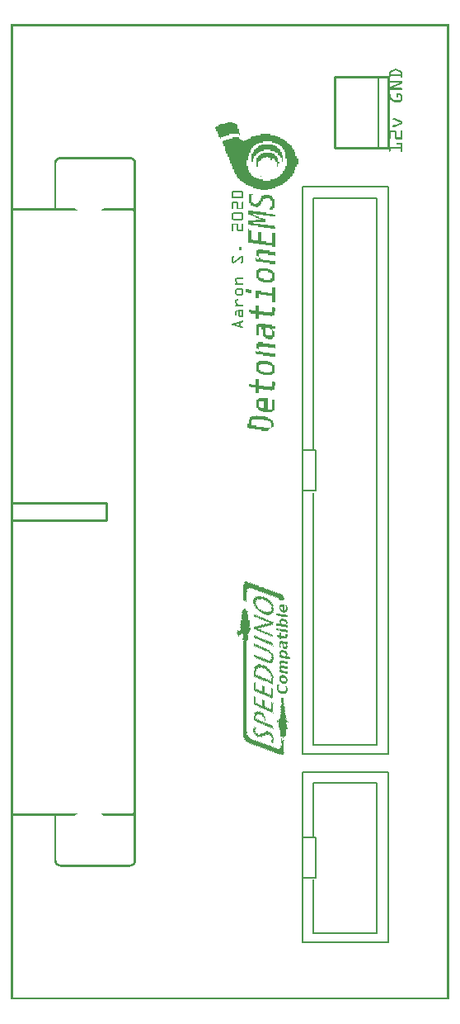
<source format=gto>
G04 MADE WITH FRITZING*
G04 WWW.FRITZING.ORG*
G04 DOUBLE SIDED*
G04 HOLES PLATED*
G04 CONTOUR ON CENTER OF CONTOUR VECTOR*
%ASAXBY*%
%FSLAX23Y23*%
%MOIN*%
%OFA0B0*%
%SFA1.0B1.0*%
%ADD10R,0.354200X0.695200X0.338200X0.679200*%
%ADD11C,0.008000*%
%ADD12R,0.063000X0.173200X0.047000X0.157200*%
%ADD13R,0.354200X2.295200X0.338200X2.279200*%
%ADD14C,0.010000*%
%ADD15C,0.005000*%
%ADD16R,0.001000X0.001000*%
%LNSILK1*%
G90*
G70*
G54D11*
X1178Y918D02*
X1524Y918D01*
X1524Y231D01*
X1178Y231D01*
X1178Y918D01*
D02*
X1178Y657D02*
X1233Y657D01*
X1233Y492D01*
X1178Y492D01*
X1178Y657D01*
D02*
X1178Y3281D02*
X1524Y3281D01*
X1524Y993D01*
X1178Y993D01*
X1178Y3281D01*
D02*
X1178Y2220D02*
X1233Y2220D01*
X1233Y2054D01*
X1178Y2054D01*
X1178Y2220D01*
D02*
G54D14*
X1308Y3724D02*
X1308Y3438D01*
D02*
X1308Y3438D02*
X1524Y3438D01*
D02*
X1524Y3438D02*
X1524Y3724D01*
D02*
X1524Y3724D02*
X1308Y3724D01*
G54D15*
D02*
X1484Y3438D02*
X1484Y3724D01*
G36*
X825Y3514D02*
X830Y3514D01*
X830Y3506D01*
X835Y3506D01*
X835Y3494D01*
X840Y3494D01*
X840Y3481D01*
X845Y3481D01*
X845Y3477D01*
X850Y3477D01*
X850Y3481D01*
X860Y3481D01*
X860Y3485D01*
X870Y3485D01*
X870Y3489D01*
X881Y3489D01*
X881Y3494D01*
X921Y3494D01*
X921Y3489D01*
X926Y3489D01*
X926Y3498D01*
X921Y3498D01*
X921Y3514D01*
X916Y3514D01*
X916Y3531D01*
X911Y3531D01*
X911Y3535D01*
X906Y3535D01*
X906Y3539D01*
X896Y3539D01*
X896Y3543D01*
X876Y3543D01*
X876Y3539D01*
X865Y3539D01*
X865Y3535D01*
X845Y3535D01*
X845Y3531D01*
X840Y3531D01*
X840Y3527D01*
X830Y3527D01*
X830Y3523D01*
X825Y3523D01*
X825Y3514D01*
G37*
D02*
G36*
X855Y3456D02*
X860Y3456D01*
X860Y3444D01*
X865Y3444D01*
X865Y3427D01*
X870Y3427D01*
X870Y3415D01*
X876Y3415D01*
X876Y3402D01*
X881Y3402D01*
X881Y3390D01*
X886Y3390D01*
X886Y3377D01*
X891Y3377D01*
X891Y3365D01*
X896Y3365D01*
X896Y3352D01*
X901Y3352D01*
X901Y3340D01*
X906Y3340D01*
X906Y3331D01*
X911Y3331D01*
X911Y3323D01*
X916Y3323D01*
X916Y3315D01*
X921Y3315D01*
X921Y3311D01*
X926Y3311D01*
X926Y3306D01*
X932Y3306D01*
X932Y3302D01*
X937Y3302D01*
X937Y3298D01*
X942Y3298D01*
X942Y3294D01*
X947Y3294D01*
X947Y3290D01*
X952Y3290D01*
X952Y3390D01*
X957Y3390D01*
X957Y3406D01*
X962Y3406D01*
X962Y3419D01*
X967Y3419D01*
X967Y3431D01*
X972Y3431D01*
X972Y3440D01*
X977Y3440D01*
X977Y3444D01*
X982Y3444D01*
X982Y3448D01*
X988Y3448D01*
X988Y3452D01*
X993Y3452D01*
X993Y3456D01*
X1003Y3456D01*
X1003Y3460D01*
X1018Y3460D01*
X1018Y3464D01*
X1054Y3464D01*
X1054Y3460D01*
X1069Y3460D01*
X1069Y3456D01*
X1079Y3456D01*
X1079Y3452D01*
X1084Y3452D01*
X1084Y3448D01*
X1089Y3448D01*
X1089Y3444D01*
X1094Y3444D01*
X1094Y3440D01*
X1100Y3440D01*
X1100Y3431D01*
X1105Y3431D01*
X1105Y3423D01*
X1110Y3423D01*
X1110Y3394D01*
X1115Y3394D01*
X1115Y3464D01*
X1110Y3464D01*
X1110Y3469D01*
X1105Y3469D01*
X1105Y3473D01*
X1100Y3473D01*
X1100Y3477D01*
X1089Y3477D01*
X1089Y3481D01*
X1079Y3481D01*
X1079Y3485D01*
X1069Y3485D01*
X1069Y3489D01*
X1049Y3489D01*
X1049Y3494D01*
X1008Y3494D01*
X1008Y3489D01*
X988Y3489D01*
X988Y3485D01*
X972Y3485D01*
X972Y3481D01*
X967Y3481D01*
X967Y3477D01*
X957Y3477D01*
X957Y3473D01*
X952Y3473D01*
X952Y3469D01*
X942Y3469D01*
X942Y3464D01*
X937Y3464D01*
X937Y3469D01*
X932Y3469D01*
X932Y3473D01*
X926Y3473D01*
X926Y3477D01*
X921Y3477D01*
X921Y3481D01*
X896Y3481D01*
X896Y3477D01*
X881Y3477D01*
X881Y3473D01*
X870Y3473D01*
X870Y3469D01*
X860Y3469D01*
X860Y3464D01*
X855Y3464D01*
X855Y3456D01*
G37*
D02*
G36*
X952Y3290D02*
X957Y3290D01*
X957Y3286D01*
X967Y3286D01*
X967Y3282D01*
X977Y3282D01*
X977Y3277D01*
X993Y3277D01*
X993Y3273D01*
X1008Y3273D01*
X1008Y3269D01*
X1038Y3269D01*
X1038Y3273D01*
X1054Y3273D01*
X1054Y3277D01*
X1069Y3277D01*
X1069Y3282D01*
X1079Y3282D01*
X1079Y3286D01*
X1089Y3286D01*
X1089Y3290D01*
X1100Y3290D01*
X1100Y3294D01*
X1105Y3294D01*
X1105Y3298D01*
X1110Y3298D01*
X1110Y3302D01*
X1115Y3302D01*
X1115Y3365D01*
X1110Y3365D01*
X1110Y3352D01*
X1105Y3352D01*
X1105Y3344D01*
X1100Y3344D01*
X1100Y3336D01*
X1094Y3336D01*
X1094Y3331D01*
X1089Y3331D01*
X1089Y3327D01*
X1084Y3327D01*
X1084Y3323D01*
X1079Y3323D01*
X1079Y3319D01*
X1074Y3319D01*
X1074Y3315D01*
X1064Y3315D01*
X1064Y3311D01*
X1049Y3311D01*
X1049Y3306D01*
X1018Y3306D01*
X1018Y3311D01*
X1003Y3311D01*
X1003Y3315D01*
X993Y3315D01*
X993Y3319D01*
X982Y3319D01*
X982Y3323D01*
X977Y3323D01*
X977Y3327D01*
X972Y3327D01*
X972Y3331D01*
X967Y3331D01*
X967Y3340D01*
X962Y3340D01*
X962Y3348D01*
X957Y3348D01*
X957Y3365D01*
X952Y3365D01*
X952Y3290D01*
G37*
D02*
G36*
X1115Y3306D02*
X1120Y3306D01*
X1120Y3460D01*
X1115Y3460D01*
X1115Y3306D01*
G37*
D02*
G36*
X1115Y3306D02*
X1120Y3306D01*
X1120Y3460D01*
X1115Y3460D01*
X1115Y3306D01*
G37*
D02*
G36*
X1120Y3311D02*
X1125Y3311D01*
X1125Y3315D01*
X1130Y3315D01*
X1130Y3323D01*
X1135Y3323D01*
X1135Y3327D01*
X1140Y3327D01*
X1140Y3336D01*
X1145Y3336D01*
X1145Y3348D01*
X1150Y3348D01*
X1150Y3361D01*
X1156Y3361D01*
X1156Y3373D01*
X1161Y3373D01*
X1161Y3394D01*
X1156Y3394D01*
X1156Y3406D01*
X1150Y3406D01*
X1150Y3423D01*
X1145Y3423D01*
X1145Y3431D01*
X1140Y3431D01*
X1140Y3440D01*
X1135Y3440D01*
X1135Y3448D01*
X1130Y3448D01*
X1130Y3452D01*
X1125Y3452D01*
X1125Y3456D01*
X1120Y3456D01*
X1120Y3311D01*
G37*
D02*
G36*
X947Y2857D02*
X957Y2857D01*
X957Y2853D01*
X972Y2853D01*
X972Y2866D01*
X962Y2866D01*
X962Y2870D01*
X947Y2870D01*
X947Y2857D01*
G37*
D02*
G36*
X957Y3057D02*
X977Y3057D01*
X977Y3053D01*
X1003Y3053D01*
X1003Y3049D01*
X1028Y3049D01*
X1028Y3045D01*
X1054Y3045D01*
X1054Y3040D01*
X1069Y3040D01*
X1069Y3094D01*
X1054Y3094D01*
X1054Y3057D01*
X1033Y3057D01*
X1033Y3061D01*
X1013Y3061D01*
X1013Y3099D01*
X998Y3099D01*
X998Y3065D01*
X977Y3065D01*
X977Y3069D01*
X972Y3069D01*
X972Y3107D01*
X962Y3107D01*
X962Y3111D01*
X957Y3111D01*
X957Y3057D01*
G37*
D02*
G36*
X957Y3128D02*
X967Y3128D01*
X967Y3124D01*
X977Y3124D01*
X977Y3140D01*
X1008Y3140D01*
X1008Y3148D01*
X988Y3148D01*
X988Y3144D01*
X957Y3144D01*
X957Y3128D01*
G37*
D02*
G36*
X957Y3169D02*
X967Y3169D01*
X967Y3165D01*
X977Y3165D01*
X977Y3173D01*
X993Y3173D01*
X993Y3169D01*
X1018Y3169D01*
X1018Y3165D01*
X1044Y3165D01*
X1044Y3161D01*
X1069Y3161D01*
X1069Y3169D01*
X1059Y3169D01*
X1059Y3173D01*
X1033Y3173D01*
X1033Y3178D01*
X1008Y3178D01*
X1008Y3182D01*
X977Y3182D01*
X977Y3186D01*
X957Y3186D01*
X957Y3169D01*
G37*
D02*
G36*
X977Y3124D02*
X998Y3124D01*
X998Y3119D01*
X1023Y3119D01*
X1023Y3115D01*
X1049Y3115D01*
X1049Y3111D01*
X1069Y3111D01*
X1069Y3119D01*
X1064Y3119D01*
X1064Y3124D01*
X1038Y3124D01*
X1038Y3128D01*
X1008Y3128D01*
X1008Y3132D01*
X982Y3132D01*
X982Y3136D01*
X977Y3136D01*
X977Y3124D01*
G37*
D02*
G36*
X977Y3161D02*
X988Y3161D01*
X988Y3157D01*
X998Y3157D01*
X998Y3153D01*
X1008Y3153D01*
X1008Y3157D01*
X1003Y3157D01*
X1003Y3161D01*
X993Y3161D01*
X993Y3165D01*
X982Y3165D01*
X982Y3169D01*
X977Y3169D01*
X977Y3161D01*
G37*
D02*
G36*
X1008Y3140D02*
X1013Y3140D01*
X1013Y3157D01*
X1008Y3157D01*
X1008Y3140D01*
G37*
D02*
G36*
X1008Y3140D02*
X1013Y3140D01*
X1013Y3157D01*
X1008Y3157D01*
X1008Y3140D01*
G37*
D02*
G36*
X1013Y3140D02*
X1028Y3140D01*
X1028Y3153D01*
X1018Y3153D01*
X1018Y3157D01*
X1013Y3157D01*
X1013Y3140D01*
G37*
D02*
G36*
X962Y2475D02*
X967Y2475D01*
X967Y2471D01*
X988Y2471D01*
X988Y2450D01*
X1003Y2450D01*
X1003Y2467D01*
X1018Y2467D01*
X1018Y2462D01*
X1049Y2462D01*
X1049Y2458D01*
X1054Y2458D01*
X1054Y2462D01*
X1064Y2462D01*
X1064Y2479D01*
X1069Y2479D01*
X1069Y2492D01*
X1064Y2492D01*
X1064Y2496D01*
X1054Y2496D01*
X1054Y2475D01*
X1023Y2475D01*
X1023Y2479D01*
X1003Y2479D01*
X1003Y2504D01*
X988Y2504D01*
X988Y2483D01*
X972Y2483D01*
X972Y2487D01*
X962Y2487D01*
X962Y2475D01*
G37*
D02*
G36*
X962Y2774D02*
X967Y2774D01*
X967Y2770D01*
X988Y2770D01*
X988Y2749D01*
X1003Y2749D01*
X1003Y2766D01*
X1018Y2766D01*
X1018Y2762D01*
X1049Y2762D01*
X1049Y2758D01*
X1054Y2758D01*
X1054Y2762D01*
X1064Y2762D01*
X1064Y2778D01*
X1069Y2778D01*
X1069Y2791D01*
X1064Y2791D01*
X1064Y2795D01*
X1054Y2795D01*
X1054Y2774D01*
X1023Y2774D01*
X1023Y2778D01*
X1003Y2778D01*
X1003Y2803D01*
X988Y2803D01*
X988Y2783D01*
X972Y2783D01*
X972Y2787D01*
X962Y2787D01*
X962Y2774D01*
G37*
D02*
G36*
X972Y3381D02*
X977Y3381D01*
X977Y3394D01*
X982Y3394D01*
X982Y3406D01*
X988Y3406D01*
X988Y3410D01*
X993Y3410D01*
X993Y3415D01*
X998Y3415D01*
X998Y3419D01*
X1003Y3419D01*
X1003Y3423D01*
X1008Y3423D01*
X1008Y3427D01*
X1023Y3427D01*
X1023Y3431D01*
X1049Y3431D01*
X1049Y3427D01*
X1064Y3427D01*
X1064Y3423D01*
X1069Y3423D01*
X1069Y3419D01*
X1079Y3419D01*
X1079Y3410D01*
X1084Y3410D01*
X1084Y3406D01*
X1089Y3406D01*
X1089Y3398D01*
X1094Y3398D01*
X1094Y3381D01*
X1100Y3381D01*
X1100Y3410D01*
X1094Y3410D01*
X1094Y3423D01*
X1089Y3423D01*
X1089Y3431D01*
X1084Y3431D01*
X1084Y3435D01*
X1079Y3435D01*
X1079Y3440D01*
X1074Y3440D01*
X1074Y3444D01*
X1069Y3444D01*
X1069Y3448D01*
X1059Y3448D01*
X1059Y3452D01*
X1013Y3452D01*
X1013Y3448D01*
X1003Y3448D01*
X1003Y3444D01*
X998Y3444D01*
X998Y3440D01*
X993Y3440D01*
X993Y3435D01*
X988Y3435D01*
X988Y3431D01*
X982Y3431D01*
X982Y3423D01*
X977Y3423D01*
X977Y3415D01*
X972Y3415D01*
X972Y3381D01*
G37*
D02*
G36*
X988Y2608D02*
X993Y2608D01*
X993Y2604D01*
X1018Y2604D01*
X1018Y2600D01*
X1044Y2600D01*
X1044Y2595D01*
X1069Y2595D01*
X1069Y2608D01*
X1044Y2608D01*
X1044Y2612D01*
X1018Y2612D01*
X1018Y2616D01*
X1008Y2616D01*
X1008Y2620D01*
X1003Y2620D01*
X1003Y2616D01*
X993Y2616D01*
X993Y2620D01*
X988Y2620D01*
X988Y2608D01*
G37*
D02*
G36*
X988Y2832D02*
X1003Y2832D01*
X1003Y2849D01*
X1008Y2849D01*
X1008Y2845D01*
X1033Y2845D01*
X1033Y2841D01*
X1054Y2841D01*
X1054Y2816D01*
X1069Y2816D01*
X1069Y2874D01*
X1054Y2874D01*
X1054Y2853D01*
X1038Y2853D01*
X1038Y2857D01*
X1013Y2857D01*
X1013Y2862D01*
X988Y2862D01*
X988Y2832D01*
G37*
D02*
G36*
X988Y2982D02*
X993Y2982D01*
X993Y2978D01*
X1018Y2978D01*
X1018Y2974D01*
X1044Y2974D01*
X1044Y2970D01*
X1069Y2970D01*
X1069Y2982D01*
X1044Y2982D01*
X1044Y2986D01*
X1018Y2986D01*
X1018Y2990D01*
X1008Y2990D01*
X1008Y2995D01*
X1003Y2995D01*
X1003Y2990D01*
X993Y2990D01*
X993Y2995D01*
X988Y2995D01*
X988Y2982D01*
G37*
D02*
G36*
X993Y2388D02*
X998Y2388D01*
X998Y2383D01*
X1003Y2383D01*
X1003Y2417D01*
X1023Y2417D01*
X1023Y2429D01*
X1003Y2429D01*
X1003Y2425D01*
X998Y2425D01*
X998Y2421D01*
X993Y2421D01*
X993Y2388D01*
G37*
D02*
G36*
X1003Y2379D02*
X1008Y2379D01*
X1008Y2375D01*
X1018Y2375D01*
X1018Y2371D01*
X1023Y2371D01*
X1023Y2388D01*
X1008Y2388D01*
X1008Y2392D01*
X1003Y2392D01*
X1003Y2379D01*
G37*
D02*
G36*
X1023Y2371D02*
X1028Y2371D01*
X1028Y2429D01*
X1023Y2429D01*
X1023Y2371D01*
G37*
D02*
G36*
X1023Y2371D02*
X1028Y2371D01*
X1028Y2429D01*
X1023Y2429D01*
X1023Y2371D01*
G37*
D02*
G36*
X1028Y2371D02*
X1054Y2371D01*
X1054Y2375D01*
X1059Y2375D01*
X1059Y2379D01*
X1064Y2379D01*
X1064Y2421D01*
X1054Y2421D01*
X1054Y2383D01*
X1038Y2383D01*
X1038Y2429D01*
X1028Y2429D01*
X1028Y2371D01*
G37*
D02*
G36*
X993Y2537D02*
X998Y2537D01*
X998Y2533D01*
X1003Y2533D01*
X1003Y2562D01*
X1008Y2562D01*
X1008Y2566D01*
X1038Y2566D01*
X1038Y2562D01*
X1049Y2562D01*
X1049Y2558D01*
X1054Y2558D01*
X1054Y2571D01*
X1049Y2571D01*
X1049Y2575D01*
X1038Y2575D01*
X1038Y2579D01*
X1003Y2579D01*
X1003Y2575D01*
X998Y2575D01*
X998Y2571D01*
X993Y2571D01*
X993Y2537D01*
G37*
D02*
G36*
X1003Y2529D02*
X1008Y2529D01*
X1008Y2525D01*
X1018Y2525D01*
X1018Y2521D01*
X1054Y2521D01*
X1054Y2537D01*
X1049Y2537D01*
X1049Y2533D01*
X1023Y2533D01*
X1023Y2537D01*
X1008Y2537D01*
X1008Y2541D01*
X1003Y2541D01*
X1003Y2529D01*
G37*
D02*
G36*
X1054Y2525D02*
X1059Y2525D01*
X1059Y2566D01*
X1054Y2566D01*
X1054Y2525D01*
G37*
D02*
G36*
X1054Y2525D02*
X1059Y2525D01*
X1059Y2566D01*
X1054Y2566D01*
X1054Y2525D01*
G37*
D02*
G36*
X1059Y2529D02*
X1064Y2529D01*
X1064Y2562D01*
X1059Y2562D01*
X1059Y2529D01*
G37*
D02*
G36*
X993Y2629D02*
X998Y2629D01*
X998Y2625D01*
X1003Y2625D01*
X1003Y2637D01*
X1038Y2637D01*
X1038Y2633D01*
X1064Y2633D01*
X1064Y2629D01*
X1069Y2629D01*
X1069Y2645D01*
X1044Y2645D01*
X1044Y2650D01*
X1018Y2650D01*
X1018Y2654D01*
X998Y2654D01*
X998Y2650D01*
X993Y2650D01*
X993Y2629D01*
G37*
D02*
G36*
X993Y2683D02*
X1003Y2683D01*
X1003Y2716D01*
X1013Y2716D01*
X1013Y2704D01*
X1018Y2704D01*
X1018Y2679D01*
X1023Y2679D01*
X1023Y2674D01*
X1028Y2674D01*
X1028Y2712D01*
X1044Y2712D01*
X1044Y2708D01*
X1049Y2708D01*
X1049Y2704D01*
X1054Y2704D01*
X1054Y2708D01*
X1069Y2708D01*
X1069Y2720D01*
X1054Y2720D01*
X1054Y2724D01*
X1028Y2724D01*
X1028Y2729D01*
X998Y2729D01*
X998Y2724D01*
X993Y2724D01*
X993Y2683D01*
G37*
D02*
G36*
X1028Y2670D02*
X1038Y2670D01*
X1038Y2666D01*
X1054Y2666D01*
X1054Y2683D01*
X1033Y2683D01*
X1033Y2687D01*
X1028Y2687D01*
X1028Y2670D01*
G37*
D02*
G36*
X1054Y2670D02*
X1059Y2670D01*
X1059Y2674D01*
X1064Y2674D01*
X1064Y2699D01*
X1059Y2699D01*
X1059Y2704D01*
X1054Y2704D01*
X1054Y2670D01*
G37*
D02*
G36*
X993Y2911D02*
X998Y2911D01*
X998Y2907D01*
X1003Y2907D01*
X1003Y2936D01*
X1008Y2936D01*
X1008Y2941D01*
X1038Y2941D01*
X1038Y2936D01*
X1049Y2936D01*
X1049Y2932D01*
X1054Y2932D01*
X1054Y2945D01*
X1049Y2945D01*
X1049Y2949D01*
X1038Y2949D01*
X1038Y2953D01*
X1003Y2953D01*
X1003Y2949D01*
X998Y2949D01*
X998Y2945D01*
X993Y2945D01*
X993Y2911D01*
G37*
D02*
G36*
X1003Y2903D02*
X1008Y2903D01*
X1008Y2899D01*
X1018Y2899D01*
X1018Y2895D01*
X1054Y2895D01*
X1054Y2911D01*
X1049Y2911D01*
X1049Y2907D01*
X1023Y2907D01*
X1023Y2911D01*
X1008Y2911D01*
X1008Y2916D01*
X1003Y2916D01*
X1003Y2903D01*
G37*
D02*
G36*
X1054Y2899D02*
X1059Y2899D01*
X1059Y2941D01*
X1054Y2941D01*
X1054Y2899D01*
G37*
D02*
G36*
X1054Y2899D02*
X1059Y2899D01*
X1059Y2941D01*
X1054Y2941D01*
X1054Y2899D01*
G37*
D02*
G36*
X1059Y2903D02*
X1064Y2903D01*
X1064Y2936D01*
X1059Y2936D01*
X1059Y2903D01*
G37*
D02*
G36*
X993Y3003D02*
X998Y3003D01*
X998Y2999D01*
X1003Y2999D01*
X1003Y3011D01*
X1038Y3011D01*
X1038Y3007D01*
X1064Y3007D01*
X1064Y3003D01*
X1069Y3003D01*
X1069Y3020D01*
X1044Y3020D01*
X1044Y3024D01*
X1018Y3024D01*
X1018Y3028D01*
X998Y3028D01*
X998Y3024D01*
X993Y3024D01*
X993Y3003D01*
G37*
D02*
G36*
X993Y3361D02*
X998Y3361D01*
X998Y3381D01*
X1003Y3381D01*
X1003Y3385D01*
X1008Y3385D01*
X1008Y3390D01*
X1013Y3390D01*
X1013Y3394D01*
X1018Y3394D01*
X1018Y3398D01*
X1033Y3398D01*
X1033Y3402D01*
X1038Y3402D01*
X1038Y3398D01*
X1049Y3398D01*
X1049Y3390D01*
X1054Y3390D01*
X1054Y3394D01*
X1064Y3394D01*
X1064Y3390D01*
X1069Y3390D01*
X1069Y3381D01*
X1074Y3381D01*
X1074Y3361D01*
X1079Y3361D01*
X1079Y3377D01*
X1084Y3377D01*
X1084Y3381D01*
X1079Y3381D01*
X1079Y3398D01*
X1074Y3398D01*
X1074Y3406D01*
X1069Y3406D01*
X1069Y3410D01*
X1064Y3410D01*
X1064Y3415D01*
X1054Y3415D01*
X1054Y3419D01*
X1018Y3419D01*
X1018Y3415D01*
X1008Y3415D01*
X1008Y3410D01*
X1003Y3410D01*
X1003Y3406D01*
X998Y3406D01*
X998Y3398D01*
X993Y3398D01*
X993Y3361D01*
G37*
D02*
G36*
X1008Y3323D02*
X1013Y3323D01*
X1013Y3327D01*
X1008Y3327D01*
X1008Y3323D01*
G37*
D02*
G36*
X962Y3215D02*
X967Y3215D01*
X967Y3207D01*
X972Y3207D01*
X972Y3248D01*
X977Y3248D01*
X977Y3252D01*
X962Y3252D01*
X962Y3215D01*
G37*
D02*
G36*
X972Y3207D02*
X977Y3207D01*
X977Y3203D01*
X988Y3203D01*
X988Y3198D01*
X998Y3198D01*
X998Y3203D01*
X1003Y3203D01*
X1003Y3207D01*
X1008Y3207D01*
X1008Y3211D01*
X1013Y3211D01*
X1013Y3223D01*
X1018Y3223D01*
X1018Y3232D01*
X1028Y3232D01*
X1028Y3236D01*
X1044Y3236D01*
X1044Y3232D01*
X1049Y3232D01*
X1049Y3227D01*
X1054Y3227D01*
X1054Y3244D01*
X1044Y3244D01*
X1044Y3248D01*
X1023Y3248D01*
X1023Y3244D01*
X1013Y3244D01*
X1013Y3236D01*
X1008Y3236D01*
X1008Y3227D01*
X1003Y3227D01*
X1003Y3219D01*
X998Y3219D01*
X998Y3215D01*
X993Y3215D01*
X993Y3211D01*
X982Y3211D01*
X982Y3215D01*
X977Y3215D01*
X977Y3219D01*
X972Y3219D01*
X972Y3207D01*
G37*
D02*
G36*
X1044Y3190D02*
X1054Y3190D01*
X1054Y3203D01*
X1049Y3203D01*
X1049Y3194D01*
X1044Y3194D01*
X1044Y3190D01*
G37*
D02*
G36*
X1054Y3190D02*
X1059Y3190D01*
X1059Y3240D01*
X1054Y3240D01*
X1054Y3190D01*
G37*
D02*
G36*
X1054Y3190D02*
X1059Y3190D01*
X1059Y3240D01*
X1054Y3240D01*
X1054Y3190D01*
G37*
D02*
G36*
X1059Y3194D02*
X1064Y3194D01*
X1064Y3232D01*
X1059Y3232D01*
X1059Y3194D01*
G37*
D02*
G36*
X909Y1479D02*
X910Y1479D01*
X910Y1481D01*
X909Y1481D01*
X909Y1479D01*
G37*
D02*
G36*
X910Y1478D02*
X911Y1478D01*
X911Y1479D01*
X910Y1479D01*
X910Y1478D01*
G37*
D02*
G36*
X910Y1481D02*
X911Y1481D01*
X911Y1482D01*
X910Y1482D01*
X910Y1481D01*
G37*
D02*
G36*
X911Y1477D02*
X912Y1477D01*
X912Y1478D01*
X911Y1478D01*
X911Y1477D01*
G37*
D02*
G36*
X911Y1482D02*
X912Y1482D01*
X912Y1483D01*
X911Y1483D01*
X911Y1482D01*
G37*
D02*
G36*
X912Y1476D02*
X913Y1476D01*
X913Y1477D01*
X912Y1477D01*
X912Y1476D01*
G37*
D02*
G36*
X912Y1483D02*
X913Y1483D01*
X913Y1486D01*
X914Y1486D01*
X914Y1487D01*
X912Y1487D01*
X912Y1483D01*
G37*
D02*
G36*
X913Y1475D02*
X914Y1475D01*
X914Y1476D01*
X913Y1476D01*
X913Y1475D01*
G37*
D02*
G36*
X914Y1474D02*
X914Y1474D01*
X914Y1475D01*
X914Y1475D01*
X914Y1474D01*
G37*
D02*
G36*
X914Y1487D02*
X914Y1487D01*
X914Y1488D01*
X915Y1488D01*
X915Y1489D01*
X916Y1489D01*
X916Y1490D01*
X917Y1490D01*
X917Y1491D01*
X924Y1491D01*
X924Y1492D01*
X916Y1492D01*
X916Y1491D01*
X915Y1491D01*
X915Y1490D01*
X914Y1490D01*
X914Y1489D01*
X914Y1489D01*
X914Y1487D01*
G37*
D02*
G36*
X914Y1473D02*
X915Y1473D01*
X915Y1474D01*
X914Y1474D01*
X914Y1473D01*
G37*
D02*
G36*
X915Y1472D02*
X916Y1472D01*
X916Y1473D01*
X915Y1473D01*
X915Y1472D01*
G37*
D02*
G36*
X916Y1471D02*
X917Y1471D01*
X917Y1472D01*
X916Y1472D01*
X916Y1471D01*
G37*
D02*
G36*
X917Y1471D02*
X918Y1471D01*
X918Y1471D01*
X917Y1471D01*
X917Y1471D01*
G37*
D02*
G36*
X918Y1469D02*
X919Y1469D01*
X919Y1468D01*
X920Y1468D01*
X920Y1467D01*
X923Y1467D01*
X923Y1468D01*
X921Y1468D01*
X921Y1469D01*
X920Y1469D01*
X920Y1470D01*
X919Y1470D01*
X919Y1471D01*
X918Y1471D01*
X918Y1469D01*
G37*
D02*
G36*
X923Y1468D02*
X924Y1468D01*
X924Y1469D01*
X923Y1469D01*
X923Y1468D01*
G37*
D02*
G36*
X924Y1469D02*
X925Y1469D01*
X925Y1470D01*
X924Y1470D01*
X924Y1469D01*
G37*
D02*
G36*
X924Y1492D02*
X925Y1492D01*
X925Y1493D01*
X924Y1493D01*
X924Y1492D01*
G37*
D02*
G36*
X925Y1470D02*
X926Y1470D01*
X926Y1471D01*
X925Y1471D01*
X925Y1470D01*
G37*
D02*
G36*
X925Y1493D02*
X926Y1493D01*
X926Y1503D01*
X925Y1503D01*
X925Y1493D01*
G37*
D02*
G36*
X925Y1514D02*
X926Y1514D01*
X926Y1529D01*
X925Y1529D01*
X925Y1514D01*
G37*
D02*
G36*
X926Y1471D02*
X927Y1471D01*
X927Y1471D01*
X926Y1471D01*
X926Y1471D01*
G37*
D02*
G36*
X926Y1503D02*
X927Y1503D01*
X927Y1504D01*
X926Y1504D01*
X926Y1503D01*
G37*
D02*
G36*
X926Y1513D02*
X927Y1513D01*
X927Y1514D01*
X926Y1514D01*
X926Y1513D01*
G37*
D02*
G36*
X926Y1529D02*
X927Y1529D01*
X927Y1530D01*
X926Y1530D01*
X926Y1529D01*
G37*
D02*
G36*
X927Y1471D02*
X928Y1471D01*
X928Y1472D01*
X927Y1472D01*
X927Y1471D01*
G37*
D02*
G36*
X927Y1504D02*
X928Y1504D01*
X928Y1513D01*
X927Y1513D01*
X927Y1504D01*
G37*
D02*
G36*
X927Y1530D02*
X928Y1530D01*
X928Y1531D01*
X927Y1531D01*
X927Y1530D01*
G37*
D02*
G36*
X928Y1472D02*
X929Y1472D01*
X929Y1473D01*
X928Y1473D01*
X928Y1472D01*
G37*
D02*
G36*
X928Y1531D02*
X929Y1531D01*
X929Y1532D01*
X928Y1532D01*
X928Y1531D01*
G37*
D02*
G36*
X929Y1473D02*
X930Y1473D01*
X930Y1474D01*
X929Y1474D01*
X929Y1473D01*
G37*
D02*
G36*
X929Y1532D02*
X930Y1532D01*
X930Y1532D01*
X929Y1532D01*
X929Y1532D01*
G37*
D02*
G36*
X930Y1474D02*
X931Y1474D01*
X931Y1475D01*
X930Y1475D01*
X930Y1474D01*
G37*
D02*
G36*
X930Y1532D02*
X931Y1532D01*
X931Y1533D01*
X930Y1533D01*
X930Y1532D01*
G37*
D02*
G36*
X931Y1475D02*
X935Y1475D01*
X935Y1474D01*
X936Y1474D01*
X936Y1476D01*
X934Y1476D01*
X934Y1477D01*
X932Y1477D01*
X932Y1476D01*
X931Y1476D01*
X931Y1475D01*
G37*
D02*
G36*
X931Y1533D02*
X932Y1533D01*
X932Y1534D01*
X931Y1534D01*
X931Y1533D01*
G37*
D02*
G36*
X932Y1534D02*
X933Y1534D01*
X933Y1535D01*
X934Y1535D01*
X934Y1551D01*
X933Y1551D01*
X933Y1552D01*
X932Y1552D01*
X932Y1534D01*
G37*
D02*
G36*
X932Y1564D02*
X933Y1564D01*
X933Y1563D01*
X934Y1563D01*
X934Y1565D01*
X933Y1565D01*
X933Y1566D01*
X932Y1566D01*
X932Y1564D01*
G37*
D02*
G36*
X933Y1552D02*
X934Y1552D01*
X934Y1553D01*
X935Y1553D01*
X935Y1555D01*
X934Y1555D01*
X934Y1554D01*
X933Y1554D01*
X933Y1552D01*
G37*
D02*
G36*
X933Y1566D02*
X934Y1566D01*
X934Y1567D01*
X933Y1567D01*
X933Y1566D01*
G37*
D02*
G36*
X934Y1562D02*
X935Y1562D01*
X935Y1563D01*
X934Y1563D01*
X934Y1562D01*
G37*
D02*
G36*
X934Y1567D02*
X935Y1567D01*
X935Y1568D01*
X934Y1568D01*
X934Y1567D01*
G37*
D02*
G36*
X935Y1455D02*
X936Y1455D01*
X936Y1459D01*
X935Y1459D01*
X935Y1455D01*
G37*
D02*
G36*
X935Y1555D02*
X936Y1555D01*
X936Y1562D01*
X935Y1562D01*
X935Y1555D01*
G37*
D02*
G36*
X935Y1568D02*
X936Y1568D01*
X936Y1569D01*
X935Y1569D01*
X935Y1568D01*
G37*
D02*
G36*
X936Y1454D02*
X936Y1454D01*
X936Y1455D01*
X936Y1455D01*
X936Y1454D01*
G37*
D02*
G36*
X936Y1459D02*
X936Y1459D01*
X936Y1474D01*
X936Y1474D01*
X936Y1459D01*
G37*
D02*
G36*
X936Y1569D02*
X936Y1569D01*
X936Y1569D01*
X936Y1569D01*
X936Y1569D01*
G37*
D02*
G36*
X936Y1453D02*
X937Y1453D01*
X937Y1454D01*
X936Y1454D01*
X936Y1453D01*
G37*
D02*
G36*
X912Y1479D02*
X913Y1479D01*
X913Y1478D01*
X914Y1478D01*
X914Y1477D01*
X914Y1477D01*
X914Y1475D01*
X915Y1475D01*
X915Y1474D01*
X916Y1474D01*
X916Y1473D01*
X917Y1473D01*
X917Y1472D01*
X918Y1472D01*
X918Y1471D01*
X919Y1471D01*
X919Y1471D01*
X920Y1471D01*
X920Y1470D01*
X921Y1470D01*
X921Y1469D01*
X922Y1469D01*
X922Y1470D01*
X923Y1470D01*
X923Y1471D01*
X924Y1471D01*
X924Y1471D01*
X925Y1471D01*
X925Y1472D01*
X926Y1472D01*
X926Y1473D01*
X927Y1473D01*
X927Y1474D01*
X928Y1474D01*
X928Y1475D01*
X929Y1475D01*
X929Y1504D01*
X928Y1504D01*
X928Y1502D01*
X927Y1502D01*
X927Y1493D01*
X926Y1493D01*
X926Y1492D01*
X925Y1492D01*
X925Y1491D01*
X924Y1491D01*
X924Y1490D01*
X917Y1490D01*
X917Y1489D01*
X916Y1489D01*
X916Y1488D01*
X915Y1488D01*
X915Y1487D01*
X914Y1487D01*
X914Y1486D01*
X914Y1486D01*
X914Y1483D01*
X913Y1483D01*
X913Y1481D01*
X912Y1481D01*
X912Y1479D01*
G37*
D02*
G36*
X927Y1515D02*
X928Y1515D01*
X928Y1513D01*
X929Y1513D01*
X929Y1530D01*
X928Y1530D01*
X928Y1529D01*
X927Y1529D01*
X927Y1515D01*
G37*
D02*
G36*
X929Y1476D02*
X930Y1476D01*
X930Y1530D01*
X929Y1530D01*
X929Y1476D01*
G37*
D02*
G36*
X929Y1476D02*
X930Y1476D01*
X930Y1530D01*
X929Y1530D01*
X929Y1476D01*
G37*
D02*
G36*
X930Y1476D02*
X931Y1476D01*
X931Y1477D01*
X932Y1477D01*
X932Y1478D01*
X934Y1478D01*
X934Y1477D01*
X936Y1477D01*
X936Y1476D01*
X936Y1476D01*
X936Y1555D01*
X936Y1555D01*
X936Y1553D01*
X935Y1553D01*
X935Y1534D01*
X934Y1534D01*
X934Y1533D01*
X933Y1533D01*
X933Y1532D01*
X932Y1532D01*
X932Y1532D01*
X931Y1532D01*
X931Y1531D01*
X930Y1531D01*
X930Y1476D01*
G37*
D02*
G36*
X935Y1563D02*
X936Y1563D01*
X936Y1562D01*
X936Y1562D01*
X936Y1568D01*
X936Y1568D01*
X936Y1567D01*
X935Y1567D01*
X935Y1563D01*
G37*
D02*
G36*
X936Y1456D02*
X937Y1456D01*
X937Y1459D01*
X936Y1459D01*
X936Y1456D01*
G37*
D02*
G36*
X936Y1475D02*
X937Y1475D01*
X937Y1569D01*
X936Y1569D01*
X936Y1475D01*
G37*
D02*
G36*
X936Y1475D02*
X937Y1475D01*
X937Y1569D01*
X936Y1569D01*
X936Y1475D01*
G37*
D02*
G36*
X937Y1455D02*
X938Y1455D01*
X938Y1569D01*
X937Y1569D01*
X937Y1455D01*
G37*
D02*
G36*
X937Y1455D02*
X938Y1455D01*
X938Y1569D01*
X937Y1569D01*
X937Y1455D01*
G37*
D02*
G36*
X938Y1454D02*
X939Y1454D01*
X939Y1571D01*
X938Y1571D01*
X938Y1454D01*
G37*
D02*
G36*
X938Y1573D02*
X939Y1573D01*
X939Y1577D01*
X940Y1577D01*
X940Y1578D01*
X941Y1578D01*
X941Y1577D01*
X944Y1577D01*
X944Y1579D01*
X938Y1579D01*
X938Y1573D01*
G37*
D02*
G36*
X939Y1453D02*
X940Y1453D01*
X940Y1452D01*
X941Y1452D01*
X941Y1451D01*
X942Y1451D01*
X942Y1062D01*
X943Y1062D01*
X943Y1056D01*
X944Y1056D01*
X944Y1576D01*
X941Y1576D01*
X941Y1575D01*
X940Y1575D01*
X940Y1573D01*
X939Y1573D01*
X939Y1453D01*
G37*
D02*
G36*
X944Y1053D02*
X945Y1053D01*
X945Y1579D01*
X944Y1579D01*
X944Y1053D01*
G37*
D02*
G36*
X944Y1053D02*
X945Y1053D01*
X945Y1579D01*
X944Y1579D01*
X944Y1053D01*
G37*
D02*
G36*
X945Y1050D02*
X946Y1050D01*
X946Y1048D01*
X947Y1048D01*
X947Y1577D01*
X950Y1577D01*
X950Y1578D01*
X951Y1578D01*
X951Y1579D01*
X945Y1579D01*
X945Y1050D01*
G37*
D02*
G36*
X947Y1046D02*
X948Y1046D01*
X948Y1045D01*
X949Y1045D01*
X949Y1043D01*
X950Y1043D01*
X950Y1042D01*
X951Y1042D01*
X951Y1451D01*
X952Y1451D01*
X952Y1452D01*
X953Y1452D01*
X953Y1453D01*
X954Y1453D01*
X954Y1562D01*
X955Y1562D01*
X955Y1564D01*
X956Y1564D01*
X956Y1565D01*
X957Y1565D01*
X957Y1566D01*
X956Y1566D01*
X956Y1567D01*
X955Y1567D01*
X955Y1568D01*
X954Y1568D01*
X954Y1569D01*
X953Y1569D01*
X953Y1569D01*
X952Y1569D01*
X952Y1571D01*
X951Y1571D01*
X951Y1572D01*
X950Y1572D01*
X950Y1576D01*
X947Y1576D01*
X947Y1046D01*
G37*
D02*
G36*
X951Y1042D02*
X952Y1042D01*
X952Y1042D01*
X953Y1042D01*
X953Y1041D01*
X955Y1041D01*
X955Y1040D01*
X958Y1040D01*
X958Y1039D01*
X959Y1039D01*
X959Y1038D01*
X961Y1038D01*
X961Y1037D01*
X964Y1037D01*
X964Y1036D01*
X967Y1036D01*
X967Y1035D01*
X969Y1035D01*
X969Y1034D01*
X971Y1034D01*
X971Y1033D01*
X974Y1033D01*
X974Y1032D01*
X977Y1032D01*
X977Y1031D01*
X980Y1031D01*
X980Y1030D01*
X981Y1030D01*
X981Y1030D01*
X984Y1030D01*
X984Y1029D01*
X987Y1029D01*
X987Y1028D01*
X989Y1028D01*
X989Y1027D01*
X992Y1027D01*
X992Y1026D01*
X994Y1026D01*
X994Y1025D01*
X997Y1025D01*
X997Y1024D01*
X1000Y1024D01*
X1000Y1023D01*
X1002Y1023D01*
X1002Y1022D01*
X1004Y1022D01*
X1004Y1021D01*
X1007Y1021D01*
X1007Y1020D01*
X1009Y1020D01*
X1009Y1019D01*
X1012Y1019D01*
X1012Y1018D01*
X1014Y1018D01*
X1014Y1017D01*
X1017Y1017D01*
X1017Y1017D01*
X1020Y1017D01*
X1020Y1016D01*
X1022Y1016D01*
X1022Y1015D01*
X1024Y1015D01*
X1024Y1014D01*
X1027Y1014D01*
X1027Y1013D01*
X1029Y1013D01*
X1029Y1012D01*
X1032Y1012D01*
X1032Y1011D01*
X1034Y1011D01*
X1034Y1010D01*
X1037Y1010D01*
X1037Y1009D01*
X1040Y1009D01*
X1040Y1008D01*
X1042Y1008D01*
X1042Y1007D01*
X1045Y1007D01*
X1045Y1006D01*
X1047Y1006D01*
X1047Y1005D01*
X1049Y1005D01*
X1049Y1005D01*
X1052Y1005D01*
X1052Y1004D01*
X1055Y1004D01*
X1055Y1003D01*
X1057Y1003D01*
X1057Y1002D01*
X1060Y1002D01*
X1060Y1001D01*
X1062Y1001D01*
X1062Y1000D01*
X1065Y1000D01*
X1065Y999D01*
X1068Y999D01*
X1068Y998D01*
X1070Y998D01*
X1070Y997D01*
X1072Y997D01*
X1072Y996D01*
X1075Y996D01*
X1075Y995D01*
X1078Y995D01*
X1078Y994D01*
X1080Y994D01*
X1080Y993D01*
X1083Y993D01*
X1083Y993D01*
X1085Y993D01*
X1085Y992D01*
X1089Y992D01*
X1089Y991D01*
X1091Y991D01*
X1091Y990D01*
X1098Y990D01*
X1098Y991D01*
X1099Y991D01*
X1099Y992D01*
X1100Y992D01*
X1100Y993D01*
X1101Y993D01*
X1101Y995D01*
X1102Y995D01*
X1102Y1002D01*
X1103Y1002D01*
X1103Y1045D01*
X1098Y1045D01*
X1098Y1046D01*
X1097Y1046D01*
X1097Y1047D01*
X1095Y1047D01*
X1095Y1033D01*
X1094Y1033D01*
X1094Y1027D01*
X1093Y1027D01*
X1093Y1023D01*
X1092Y1023D01*
X1092Y1020D01*
X1091Y1020D01*
X1091Y1019D01*
X1090Y1019D01*
X1090Y1017D01*
X1090Y1017D01*
X1090Y1017D01*
X1089Y1017D01*
X1089Y1016D01*
X1088Y1016D01*
X1088Y1015D01*
X1086Y1015D01*
X1086Y1014D01*
X1085Y1014D01*
X1085Y1013D01*
X1076Y1013D01*
X1076Y1014D01*
X1073Y1014D01*
X1073Y1015D01*
X1070Y1015D01*
X1070Y1016D01*
X1068Y1016D01*
X1068Y1017D01*
X1065Y1017D01*
X1065Y1017D01*
X1063Y1017D01*
X1063Y1018D01*
X1061Y1018D01*
X1061Y1019D01*
X1057Y1019D01*
X1057Y1020D01*
X1055Y1020D01*
X1055Y1021D01*
X1052Y1021D01*
X1052Y1022D01*
X1050Y1022D01*
X1050Y1023D01*
X1047Y1023D01*
X1047Y1024D01*
X1045Y1024D01*
X1045Y1025D01*
X1043Y1025D01*
X1043Y1026D01*
X1040Y1026D01*
X1040Y1027D01*
X1037Y1027D01*
X1037Y1028D01*
X1035Y1028D01*
X1035Y1029D01*
X1032Y1029D01*
X1032Y1030D01*
X1030Y1030D01*
X1030Y1030D01*
X1027Y1030D01*
X1027Y1031D01*
X1024Y1031D01*
X1024Y1032D01*
X1023Y1032D01*
X1023Y1033D01*
X1020Y1033D01*
X1020Y1034D01*
X1017Y1034D01*
X1017Y1035D01*
X1015Y1035D01*
X1015Y1036D01*
X1012Y1036D01*
X1012Y1037D01*
X1010Y1037D01*
X1010Y1038D01*
X1007Y1038D01*
X1007Y1039D01*
X1004Y1039D01*
X1004Y1040D01*
X1002Y1040D01*
X1002Y1041D01*
X1000Y1041D01*
X1000Y1042D01*
X997Y1042D01*
X997Y1042D01*
X995Y1042D01*
X995Y1043D01*
X992Y1043D01*
X992Y1044D01*
X990Y1044D01*
X990Y1045D01*
X987Y1045D01*
X987Y1046D01*
X984Y1046D01*
X984Y1047D01*
X982Y1047D01*
X982Y1048D01*
X980Y1048D01*
X980Y1049D01*
X977Y1049D01*
X977Y1050D01*
X975Y1050D01*
X975Y1051D01*
X972Y1051D01*
X972Y1052D01*
X970Y1052D01*
X970Y1053D01*
X968Y1053D01*
X968Y1054D01*
X966Y1054D01*
X966Y1054D01*
X965Y1054D01*
X965Y1055D01*
X964Y1055D01*
X964Y1056D01*
X962Y1056D01*
X962Y1057D01*
X961Y1057D01*
X961Y1058D01*
X960Y1058D01*
X960Y1059D01*
X959Y1059D01*
X959Y1060D01*
X958Y1060D01*
X958Y1062D01*
X958Y1062D01*
X958Y1063D01*
X957Y1063D01*
X957Y1065D01*
X956Y1065D01*
X956Y1066D01*
X955Y1066D01*
X955Y1067D01*
X954Y1067D01*
X954Y1070D01*
X953Y1070D01*
X953Y1073D01*
X952Y1073D01*
X952Y1079D01*
X951Y1079D01*
X951Y1042D01*
G37*
D02*
G36*
X951Y1572D02*
X952Y1572D01*
X952Y1579D01*
X951Y1579D01*
X951Y1572D01*
G37*
D02*
G36*
X952Y1571D02*
X954Y1571D01*
X954Y1572D01*
X953Y1572D01*
X953Y1573D01*
X952Y1573D01*
X952Y1571D01*
G37*
D02*
G36*
X954Y1454D02*
X955Y1454D01*
X955Y1472D01*
X956Y1472D01*
X956Y1474D01*
X957Y1474D01*
X957Y1552D01*
X958Y1552D01*
X958Y1553D01*
X957Y1553D01*
X957Y1554D01*
X956Y1554D01*
X956Y1555D01*
X955Y1555D01*
X955Y1556D01*
X954Y1556D01*
X954Y1454D01*
G37*
D02*
G36*
X955Y1455D02*
X956Y1455D01*
X956Y1457D01*
X957Y1457D01*
X957Y1458D01*
X956Y1458D01*
X956Y1460D01*
X955Y1460D01*
X955Y1455D01*
G37*
D02*
G36*
X957Y1476D02*
X958Y1476D01*
X958Y1480D01*
X958Y1480D01*
X958Y1534D01*
X958Y1534D01*
X958Y1536D01*
X957Y1536D01*
X957Y1476D01*
G37*
D02*
G36*
X957Y1537D02*
X958Y1537D01*
X958Y1538D01*
X957Y1538D01*
X957Y1537D01*
G37*
D02*
G36*
X957Y1539D02*
X958Y1539D01*
X958Y1540D01*
X957Y1540D01*
X957Y1539D01*
G37*
D02*
G36*
X957Y1548D02*
X958Y1548D01*
X958Y1549D01*
X957Y1549D01*
X957Y1548D01*
G37*
D02*
G36*
X958Y1477D02*
X958Y1477D01*
X958Y1479D01*
X958Y1479D01*
X958Y1477D01*
G37*
D02*
G36*
X958Y1479D02*
X959Y1479D01*
X959Y1481D01*
X960Y1481D01*
X960Y1483D01*
X961Y1483D01*
X961Y1483D01*
X962Y1483D01*
X962Y1484D01*
X964Y1484D01*
X964Y1500D01*
X965Y1500D01*
X965Y1501D01*
X964Y1501D01*
X964Y1503D01*
X963Y1503D01*
X963Y1504D01*
X962Y1504D01*
X962Y1531D01*
X961Y1531D01*
X961Y1532D01*
X960Y1532D01*
X960Y1532D01*
X959Y1532D01*
X959Y1533D01*
X958Y1533D01*
X958Y1479D01*
G37*
D02*
G36*
X964Y1485D02*
X965Y1485D01*
X965Y1486D01*
X966Y1486D01*
X966Y1491D01*
X965Y1491D01*
X965Y1494D01*
X964Y1494D01*
X964Y1485D01*
G37*
D02*
G36*
X936Y1569D02*
X937Y1569D01*
X937Y1572D01*
X936Y1572D01*
X936Y1569D01*
G37*
D02*
G36*
X937Y1452D02*
X938Y1452D01*
X938Y1453D01*
X937Y1453D01*
X937Y1452D01*
G37*
D02*
G36*
X937Y1572D02*
X938Y1572D01*
X938Y1573D01*
X937Y1573D01*
X937Y1572D01*
G37*
D02*
G36*
X938Y1451D02*
X939Y1451D01*
X939Y1452D01*
X938Y1452D01*
X938Y1451D01*
G37*
D02*
G36*
X939Y1450D02*
X940Y1450D01*
X940Y1451D01*
X939Y1451D01*
X939Y1450D01*
G37*
D02*
G36*
X940Y1060D02*
X941Y1060D01*
X941Y1055D01*
X942Y1055D01*
X942Y1061D01*
X941Y1061D01*
X941Y1450D01*
X940Y1450D01*
X940Y1060D01*
G37*
D02*
G36*
X940Y1611D02*
X941Y1611D01*
X941Y1675D01*
X942Y1675D01*
X942Y1680D01*
X941Y1680D01*
X941Y1676D01*
X940Y1676D01*
X940Y1611D01*
G37*
D02*
G36*
X941Y1611D02*
X942Y1611D01*
X942Y1610D01*
X945Y1610D01*
X945Y1611D01*
X943Y1611D01*
X943Y1612D01*
X941Y1612D01*
X941Y1611D01*
G37*
D02*
G36*
X942Y1052D02*
X943Y1052D01*
X943Y1055D01*
X942Y1055D01*
X942Y1052D01*
G37*
D02*
G36*
X942Y1613D02*
X943Y1613D01*
X943Y1612D01*
X946Y1612D01*
X946Y1611D01*
X948Y1611D01*
X948Y1610D01*
X951Y1610D01*
X951Y1646D01*
X952Y1646D01*
X952Y1652D01*
X953Y1652D01*
X953Y1655D01*
X954Y1655D01*
X954Y1656D01*
X955Y1656D01*
X955Y1657D01*
X956Y1657D01*
X956Y1658D01*
X957Y1658D01*
X957Y1659D01*
X958Y1659D01*
X958Y1660D01*
X958Y1660D01*
X958Y1661D01*
X959Y1661D01*
X959Y1662D01*
X961Y1662D01*
X961Y1663D01*
X969Y1663D01*
X969Y1662D01*
X973Y1662D01*
X973Y1661D01*
X976Y1661D01*
X976Y1660D01*
X978Y1660D01*
X978Y1659D01*
X980Y1659D01*
X980Y1658D01*
X983Y1658D01*
X983Y1657D01*
X986Y1657D01*
X986Y1656D01*
X988Y1656D01*
X988Y1655D01*
X991Y1655D01*
X991Y1655D01*
X994Y1655D01*
X994Y1654D01*
X996Y1654D01*
X996Y1653D01*
X999Y1653D01*
X999Y1652D01*
X1001Y1652D01*
X1001Y1651D01*
X1003Y1651D01*
X1003Y1650D01*
X1006Y1650D01*
X1006Y1649D01*
X1008Y1649D01*
X1008Y1648D01*
X1011Y1648D01*
X1011Y1647D01*
X1014Y1647D01*
X1014Y1646D01*
X1016Y1646D01*
X1016Y1645D01*
X1019Y1645D01*
X1019Y1644D01*
X1021Y1644D01*
X1021Y1643D01*
X1024Y1643D01*
X1024Y1642D01*
X1026Y1642D01*
X1026Y1642D01*
X1028Y1642D01*
X1028Y1641D01*
X1031Y1641D01*
X1031Y1640D01*
X1034Y1640D01*
X1034Y1639D01*
X1036Y1639D01*
X1036Y1638D01*
X1039Y1638D01*
X1039Y1637D01*
X1041Y1637D01*
X1041Y1636D01*
X1045Y1636D01*
X1045Y1635D01*
X1046Y1635D01*
X1046Y1634D01*
X1048Y1634D01*
X1048Y1633D01*
X1051Y1633D01*
X1051Y1632D01*
X1054Y1632D01*
X1054Y1631D01*
X1057Y1631D01*
X1057Y1630D01*
X1059Y1630D01*
X1059Y1630D01*
X1061Y1630D01*
X1061Y1629D01*
X1064Y1629D01*
X1064Y1628D01*
X1067Y1628D01*
X1067Y1627D01*
X1068Y1627D01*
X1068Y1626D01*
X1071Y1626D01*
X1071Y1625D01*
X1073Y1625D01*
X1073Y1624D01*
X1076Y1624D01*
X1076Y1623D01*
X1078Y1623D01*
X1078Y1622D01*
X1079Y1622D01*
X1079Y1621D01*
X1081Y1621D01*
X1081Y1620D01*
X1082Y1620D01*
X1082Y1619D01*
X1083Y1619D01*
X1083Y1618D01*
X1084Y1618D01*
X1084Y1618D01*
X1085Y1618D01*
X1085Y1617D01*
X1086Y1617D01*
X1086Y1616D01*
X1087Y1616D01*
X1087Y1615D01*
X1088Y1615D01*
X1088Y1614D01*
X1089Y1614D01*
X1089Y1612D01*
X1103Y1612D01*
X1103Y1613D01*
X1102Y1613D01*
X1102Y1621D01*
X1101Y1621D01*
X1101Y1624D01*
X1100Y1624D01*
X1100Y1626D01*
X1099Y1626D01*
X1099Y1629D01*
X1098Y1629D01*
X1098Y1630D01*
X1097Y1630D01*
X1097Y1631D01*
X1096Y1631D01*
X1096Y1632D01*
X1095Y1632D01*
X1095Y1633D01*
X1094Y1633D01*
X1094Y1634D01*
X1092Y1634D01*
X1092Y1635D01*
X1090Y1635D01*
X1090Y1636D01*
X1090Y1636D01*
X1090Y1637D01*
X1087Y1637D01*
X1087Y1638D01*
X1084Y1638D01*
X1084Y1639D01*
X1082Y1639D01*
X1082Y1640D01*
X1080Y1640D01*
X1080Y1641D01*
X1077Y1641D01*
X1077Y1642D01*
X1074Y1642D01*
X1074Y1642D01*
X1071Y1642D01*
X1071Y1643D01*
X1069Y1643D01*
X1069Y1644D01*
X1067Y1644D01*
X1067Y1645D01*
X1064Y1645D01*
X1064Y1646D01*
X1062Y1646D01*
X1062Y1647D01*
X1060Y1647D01*
X1060Y1648D01*
X1057Y1648D01*
X1057Y1649D01*
X1054Y1649D01*
X1054Y1650D01*
X1051Y1650D01*
X1051Y1651D01*
X1049Y1651D01*
X1049Y1652D01*
X1046Y1652D01*
X1046Y1653D01*
X1044Y1653D01*
X1044Y1654D01*
X1042Y1654D01*
X1042Y1655D01*
X1039Y1655D01*
X1039Y1655D01*
X1037Y1655D01*
X1037Y1656D01*
X1034Y1656D01*
X1034Y1657D01*
X1031Y1657D01*
X1031Y1658D01*
X1029Y1658D01*
X1029Y1659D01*
X1026Y1659D01*
X1026Y1660D01*
X1024Y1660D01*
X1024Y1661D01*
X1022Y1661D01*
X1022Y1662D01*
X1019Y1662D01*
X1019Y1663D01*
X1017Y1663D01*
X1017Y1664D01*
X1013Y1664D01*
X1013Y1665D01*
X1011Y1665D01*
X1011Y1666D01*
X1009Y1666D01*
X1009Y1667D01*
X1006Y1667D01*
X1006Y1667D01*
X1003Y1667D01*
X1003Y1668D01*
X1001Y1668D01*
X1001Y1669D01*
X999Y1669D01*
X999Y1670D01*
X997Y1670D01*
X997Y1671D01*
X993Y1671D01*
X993Y1672D01*
X991Y1672D01*
X991Y1673D01*
X989Y1673D01*
X989Y1674D01*
X986Y1674D01*
X986Y1675D01*
X983Y1675D01*
X983Y1676D01*
X980Y1676D01*
X980Y1677D01*
X979Y1677D01*
X979Y1678D01*
X976Y1678D01*
X976Y1679D01*
X973Y1679D01*
X973Y1679D01*
X971Y1679D01*
X971Y1680D01*
X968Y1680D01*
X968Y1681D01*
X966Y1681D01*
X966Y1682D01*
X963Y1682D01*
X963Y1683D01*
X960Y1683D01*
X960Y1684D01*
X958Y1684D01*
X958Y1685D01*
X955Y1685D01*
X955Y1686D01*
X947Y1686D01*
X947Y1685D01*
X946Y1685D01*
X946Y1684D01*
X945Y1684D01*
X945Y1682D01*
X944Y1682D01*
X944Y1679D01*
X943Y1679D01*
X943Y1674D01*
X942Y1674D01*
X942Y1613D01*
G37*
D02*
G36*
X942Y1680D02*
X943Y1680D01*
X943Y1683D01*
X942Y1683D01*
X942Y1680D01*
G37*
D02*
G36*
X943Y1049D02*
X944Y1049D01*
X944Y1047D01*
X945Y1047D01*
X945Y1046D01*
X946Y1046D01*
X946Y1048D01*
X945Y1048D01*
X945Y1050D01*
X944Y1050D01*
X944Y1052D01*
X943Y1052D01*
X943Y1049D01*
G37*
D02*
G36*
X943Y1683D02*
X944Y1683D01*
X944Y1685D01*
X943Y1685D01*
X943Y1683D01*
G37*
D02*
G36*
X944Y1685D02*
X945Y1685D01*
X945Y1686D01*
X944Y1686D01*
X944Y1685D01*
G37*
D02*
G36*
X945Y1609D02*
X947Y1609D01*
X947Y1608D01*
X950Y1608D01*
X950Y1609D01*
X948Y1609D01*
X948Y1610D01*
X945Y1610D01*
X945Y1609D01*
G37*
D02*
G36*
X945Y1686D02*
X946Y1686D01*
X946Y1687D01*
X945Y1687D01*
X945Y1686D01*
G37*
D02*
G36*
X946Y1044D02*
X947Y1044D01*
X947Y1046D01*
X946Y1046D01*
X946Y1044D01*
G37*
D02*
G36*
X946Y1687D02*
X956Y1687D01*
X956Y1688D01*
X952Y1688D01*
X952Y1689D01*
X949Y1689D01*
X949Y1688D01*
X946Y1688D01*
X946Y1687D01*
G37*
D02*
G36*
X947Y1043D02*
X948Y1043D01*
X948Y1044D01*
X947Y1044D01*
X947Y1043D01*
G37*
D02*
G36*
X948Y1042D02*
X949Y1042D01*
X949Y1043D01*
X948Y1043D01*
X948Y1042D01*
G37*
D02*
G36*
X949Y1042D02*
X950Y1042D01*
X950Y1042D01*
X949Y1042D01*
X949Y1042D01*
G37*
D02*
G36*
X950Y1041D02*
X951Y1041D01*
X951Y1042D01*
X950Y1042D01*
X950Y1041D01*
G37*
D02*
G36*
X950Y1607D02*
X952Y1607D01*
X952Y1606D01*
X953Y1606D01*
X953Y1645D01*
X952Y1645D01*
X952Y1608D01*
X950Y1608D01*
X950Y1607D01*
G37*
D02*
G36*
X951Y1040D02*
X953Y1040D01*
X953Y1041D01*
X951Y1041D01*
X951Y1040D01*
G37*
D02*
G36*
X952Y1080D02*
X953Y1080D01*
X953Y1074D01*
X954Y1074D01*
X954Y1070D01*
X955Y1070D01*
X955Y1068D01*
X956Y1068D01*
X956Y1071D01*
X955Y1071D01*
X955Y1075D01*
X954Y1075D01*
X954Y1081D01*
X953Y1081D01*
X953Y1450D01*
X952Y1450D01*
X952Y1080D01*
G37*
D02*
G36*
X953Y1039D02*
X955Y1039D01*
X955Y1040D01*
X953Y1040D01*
X953Y1039D01*
G37*
D02*
G36*
X953Y1450D02*
X954Y1450D01*
X954Y1452D01*
X953Y1452D01*
X953Y1450D01*
G37*
D02*
G36*
X953Y1645D02*
X954Y1645D01*
X954Y1651D01*
X955Y1651D01*
X955Y1654D01*
X956Y1654D01*
X956Y1655D01*
X957Y1655D01*
X957Y1657D01*
X956Y1657D01*
X956Y1656D01*
X955Y1656D01*
X955Y1655D01*
X954Y1655D01*
X954Y1652D01*
X953Y1652D01*
X953Y1645D01*
G37*
D02*
G36*
X954Y1452D02*
X955Y1452D01*
X955Y1453D01*
X954Y1453D01*
X954Y1452D01*
G37*
D02*
G36*
X954Y1569D02*
X955Y1569D01*
X955Y1571D01*
X954Y1571D01*
X954Y1569D01*
G37*
D02*
G36*
X955Y1038D02*
X957Y1038D01*
X957Y1039D01*
X955Y1039D01*
X955Y1038D01*
G37*
D02*
G36*
X955Y1453D02*
X957Y1453D01*
X957Y1455D01*
X956Y1455D01*
X956Y1454D01*
X955Y1454D01*
X955Y1453D01*
G37*
D02*
G36*
X955Y1557D02*
X956Y1557D01*
X956Y1562D01*
X955Y1562D01*
X955Y1557D01*
G37*
D02*
G36*
X955Y1568D02*
X956Y1568D01*
X956Y1569D01*
X955Y1569D01*
X955Y1568D01*
G37*
D02*
G36*
X956Y1066D02*
X957Y1066D01*
X957Y1068D01*
X956Y1068D01*
X956Y1066D01*
G37*
D02*
G36*
X956Y1460D02*
X957Y1460D01*
X957Y1459D01*
X958Y1459D01*
X958Y1456D01*
X958Y1456D01*
X958Y1459D01*
X958Y1459D01*
X958Y1461D01*
X957Y1461D01*
X957Y1472D01*
X956Y1472D01*
X956Y1460D01*
G37*
D02*
G36*
X956Y1555D02*
X957Y1555D01*
X957Y1554D01*
X958Y1554D01*
X958Y1553D01*
X958Y1553D01*
X958Y1534D01*
X959Y1534D01*
X959Y1554D01*
X958Y1554D01*
X958Y1555D01*
X958Y1555D01*
X958Y1556D01*
X957Y1556D01*
X957Y1557D01*
X956Y1557D01*
X956Y1555D01*
G37*
D02*
G36*
X956Y1562D02*
X957Y1562D01*
X957Y1563D01*
X956Y1563D01*
X956Y1562D01*
G37*
D02*
G36*
X956Y1567D02*
X957Y1567D01*
X957Y1568D01*
X956Y1568D01*
X956Y1567D01*
G37*
D02*
G36*
X956Y1686D02*
X958Y1686D01*
X958Y1687D01*
X956Y1687D01*
X956Y1686D01*
G37*
D02*
G36*
X957Y1037D02*
X958Y1037D01*
X958Y1038D01*
X957Y1038D01*
X957Y1037D01*
G37*
D02*
G36*
X957Y1065D02*
X958Y1065D01*
X958Y1066D01*
X957Y1066D01*
X957Y1065D01*
G37*
D02*
G36*
X957Y1455D02*
X958Y1455D01*
X958Y1456D01*
X957Y1456D01*
X957Y1455D01*
G37*
D02*
G36*
X957Y1472D02*
X958Y1472D01*
X958Y1473D01*
X958Y1473D01*
X958Y1475D01*
X958Y1475D01*
X958Y1474D01*
X957Y1474D01*
X957Y1472D01*
G37*
D02*
G36*
X957Y1563D02*
X958Y1563D01*
X958Y1565D01*
X957Y1565D01*
X957Y1563D01*
G37*
D02*
G36*
X957Y1566D02*
X958Y1566D01*
X958Y1567D01*
X957Y1567D01*
X957Y1566D01*
G37*
D02*
G36*
X957Y1657D02*
X958Y1657D01*
X958Y1658D01*
X957Y1658D01*
X957Y1657D01*
G37*
D02*
G36*
X958Y1063D02*
X958Y1063D01*
X958Y1062D01*
X959Y1062D01*
X959Y1064D01*
X958Y1064D01*
X958Y1065D01*
X958Y1065D01*
X958Y1063D01*
G37*
D02*
G36*
X958Y1565D02*
X958Y1565D01*
X958Y1566D01*
X958Y1566D01*
X958Y1565D01*
G37*
D02*
G36*
X958Y1658D02*
X958Y1658D01*
X958Y1659D01*
X958Y1659D01*
X958Y1658D01*
G37*
D02*
G36*
X958Y1036D02*
X960Y1036D01*
X960Y1035D01*
X963Y1035D01*
X963Y1036D01*
X961Y1036D01*
X961Y1037D01*
X958Y1037D01*
X958Y1036D01*
G37*
D02*
G36*
X958Y1475D02*
X959Y1475D01*
X959Y1477D01*
X958Y1477D01*
X958Y1475D01*
G37*
D02*
G36*
X958Y1659D02*
X959Y1659D01*
X959Y1660D01*
X958Y1660D01*
X958Y1659D01*
G37*
D02*
G36*
X958Y1685D02*
X961Y1685D01*
X961Y1686D01*
X958Y1686D01*
X958Y1685D01*
G37*
D02*
G36*
X959Y1061D02*
X960Y1061D01*
X960Y1062D01*
X959Y1062D01*
X959Y1061D01*
G37*
D02*
G36*
X959Y1477D02*
X960Y1477D01*
X960Y1478D01*
X961Y1478D01*
X961Y1480D01*
X962Y1480D01*
X962Y1482D01*
X961Y1482D01*
X961Y1481D01*
X960Y1481D01*
X960Y1479D01*
X959Y1479D01*
X959Y1477D01*
G37*
D02*
G36*
X959Y1533D02*
X960Y1533D01*
X960Y1534D01*
X959Y1534D01*
X959Y1533D01*
G37*
D02*
G36*
X959Y1660D02*
X961Y1660D01*
X961Y1661D01*
X959Y1661D01*
X959Y1660D01*
G37*
D02*
G36*
X960Y1060D02*
X961Y1060D01*
X961Y1061D01*
X960Y1061D01*
X960Y1060D01*
G37*
D02*
G36*
X960Y1532D02*
X961Y1532D01*
X961Y1532D01*
X962Y1532D01*
X962Y1532D01*
X963Y1532D01*
X963Y1504D01*
X964Y1504D01*
X964Y1533D01*
X960Y1533D01*
X960Y1532D01*
G37*
D02*
G36*
X961Y1058D02*
X963Y1058D01*
X963Y1059D01*
X962Y1059D01*
X962Y1060D01*
X961Y1060D01*
X961Y1058D01*
G37*
D02*
G36*
X961Y1661D02*
X968Y1661D01*
X968Y1660D01*
X972Y1660D01*
X972Y1661D01*
X969Y1661D01*
X969Y1662D01*
X961Y1662D01*
X961Y1661D01*
G37*
D02*
G36*
X961Y1684D02*
X964Y1684D01*
X964Y1685D01*
X961Y1685D01*
X961Y1684D01*
G37*
D02*
G36*
X962Y1482D02*
X963Y1482D01*
X963Y1483D01*
X962Y1483D01*
X962Y1482D01*
G37*
D02*
G36*
X963Y1034D02*
X965Y1034D01*
X965Y1033D01*
X968Y1033D01*
X968Y1034D01*
X966Y1034D01*
X966Y1035D01*
X963Y1035D01*
X963Y1034D01*
G37*
D02*
G36*
X963Y1057D02*
X964Y1057D01*
X964Y1058D01*
X963Y1058D01*
X963Y1057D01*
G37*
D02*
G36*
X963Y1483D02*
X964Y1483D01*
X964Y1483D01*
X963Y1483D01*
X963Y1483D01*
G37*
D02*
G36*
X964Y1056D02*
X965Y1056D01*
X965Y1057D01*
X964Y1057D01*
X964Y1056D01*
G37*
D02*
G36*
X964Y1483D02*
X965Y1483D01*
X965Y1484D01*
X964Y1484D01*
X964Y1483D01*
G37*
D02*
G36*
X964Y1503D02*
X965Y1503D01*
X965Y1504D01*
X964Y1504D01*
X964Y1503D01*
G37*
D02*
G36*
X964Y1683D02*
X966Y1683D01*
X966Y1682D01*
X969Y1682D01*
X969Y1683D01*
X967Y1683D01*
X967Y1684D01*
X964Y1684D01*
X964Y1683D01*
G37*
D02*
G36*
X965Y1055D02*
X967Y1055D01*
X967Y1056D01*
X965Y1056D01*
X965Y1055D01*
G37*
D02*
G36*
X965Y1484D02*
X967Y1484D01*
X967Y1485D01*
X965Y1485D01*
X965Y1484D01*
G37*
D02*
G36*
X965Y1502D02*
X966Y1502D01*
X966Y1503D01*
X965Y1503D01*
X965Y1502D01*
G37*
D02*
G36*
X966Y1492D02*
X967Y1492D01*
X967Y1502D01*
X966Y1502D01*
X966Y1492D01*
G37*
D02*
G36*
X967Y1054D02*
X969Y1054D01*
X969Y1055D01*
X967Y1055D01*
X967Y1054D01*
G37*
D02*
G36*
X967Y1485D02*
X968Y1485D01*
X968Y1492D01*
X967Y1492D01*
X967Y1485D01*
G37*
D02*
G36*
X968Y1032D02*
X971Y1032D01*
X971Y1033D01*
X968Y1033D01*
X968Y1032D01*
G37*
D02*
G36*
X969Y1054D02*
X971Y1054D01*
X971Y1054D01*
X969Y1054D01*
X969Y1054D01*
G37*
D02*
G36*
X969Y1681D02*
X971Y1681D01*
X971Y1680D01*
X974Y1680D01*
X974Y1679D01*
X977Y1679D01*
X977Y1680D01*
X975Y1680D01*
X975Y1681D01*
X972Y1681D01*
X972Y1682D01*
X969Y1682D01*
X969Y1681D01*
G37*
D02*
G36*
X971Y1031D02*
X973Y1031D01*
X973Y1030D01*
X976Y1030D01*
X976Y1031D01*
X974Y1031D01*
X974Y1032D01*
X971Y1032D01*
X971Y1031D01*
G37*
D02*
G36*
X971Y1053D02*
X973Y1053D01*
X973Y1054D01*
X971Y1054D01*
X971Y1053D01*
G37*
D02*
G36*
X972Y1659D02*
X975Y1659D01*
X975Y1660D01*
X972Y1660D01*
X972Y1659D01*
G37*
D02*
G36*
X973Y1052D02*
X975Y1052D01*
X975Y1053D01*
X973Y1053D01*
X973Y1052D01*
G37*
D02*
G36*
X975Y1051D02*
X978Y1051D01*
X978Y1052D01*
X975Y1052D01*
X975Y1051D01*
G37*
D02*
G36*
X975Y1658D02*
X978Y1658D01*
X978Y1659D01*
X975Y1659D01*
X975Y1658D01*
G37*
D02*
G36*
X976Y1030D02*
X979Y1030D01*
X979Y1030D01*
X976Y1030D01*
X976Y1030D01*
G37*
D02*
G36*
X977Y1679D02*
X979Y1679D01*
X979Y1678D01*
X981Y1678D01*
X981Y1679D01*
X980Y1679D01*
X980Y1679D01*
X977Y1679D01*
X977Y1679D01*
G37*
D02*
G36*
X978Y1050D02*
X980Y1050D01*
X980Y1051D01*
X978Y1051D01*
X978Y1050D01*
G37*
D02*
G36*
X978Y1657D02*
X980Y1657D01*
X980Y1658D01*
X978Y1658D01*
X978Y1657D01*
G37*
D02*
G36*
X979Y1029D02*
X980Y1029D01*
X980Y1030D01*
X979Y1030D01*
X979Y1029D01*
G37*
D02*
G36*
X980Y1087D02*
X980Y1087D01*
X980Y1080D01*
X981Y1080D01*
X981Y1095D01*
X980Y1095D01*
X980Y1090D01*
X980Y1090D01*
X980Y1087D01*
G37*
D02*
G36*
X980Y1606D02*
X980Y1606D01*
X980Y1599D01*
X981Y1599D01*
X981Y1615D01*
X982Y1615D01*
X982Y1618D01*
X981Y1618D01*
X981Y1616D01*
X980Y1616D01*
X980Y1609D01*
X980Y1609D01*
X980Y1606D01*
G37*
D02*
G36*
X980Y1656D02*
X982Y1656D01*
X982Y1657D01*
X980Y1657D01*
X980Y1656D01*
G37*
D02*
G36*
X980Y1028D02*
X983Y1028D01*
X983Y1029D01*
X980Y1029D01*
X980Y1028D01*
G37*
D02*
G36*
X980Y1049D02*
X982Y1049D01*
X982Y1050D01*
X980Y1050D01*
X980Y1049D01*
G37*
D02*
G36*
X981Y1077D02*
X982Y1077D01*
X982Y1074D01*
X983Y1074D01*
X983Y1072D01*
X984Y1072D01*
X984Y1071D01*
X985Y1071D01*
X985Y1073D01*
X984Y1073D01*
X984Y1075D01*
X983Y1075D01*
X983Y1078D01*
X982Y1078D01*
X982Y1080D01*
X981Y1080D01*
X981Y1077D01*
G37*
D02*
G36*
X981Y1095D02*
X982Y1095D01*
X982Y1098D01*
X981Y1098D01*
X981Y1095D01*
G37*
D02*
G36*
X981Y1126D02*
X982Y1126D01*
X982Y1150D01*
X983Y1150D01*
X983Y1155D01*
X982Y1155D01*
X982Y1151D01*
X981Y1151D01*
X981Y1126D01*
G37*
D02*
G36*
X982Y1126D02*
X983Y1126D01*
X983Y1127D01*
X982Y1127D01*
X982Y1126D01*
G37*
D02*
G36*
X981Y1189D02*
X982Y1189D01*
X982Y1225D01*
X985Y1225D01*
X985Y1226D01*
X982Y1226D01*
X982Y1226D01*
X981Y1226D01*
X981Y1189D01*
G37*
D02*
G36*
X982Y1189D02*
X983Y1189D01*
X983Y1189D01*
X986Y1189D01*
X986Y1189D01*
X984Y1189D01*
X984Y1190D01*
X982Y1190D01*
X982Y1189D01*
G37*
D02*
G36*
X981Y1247D02*
X982Y1247D01*
X982Y1282D01*
X984Y1282D01*
X984Y1283D01*
X982Y1283D01*
X982Y1284D01*
X981Y1284D01*
X981Y1247D01*
G37*
D02*
G36*
X981Y1304D02*
X982Y1304D01*
X982Y1332D01*
X983Y1332D01*
X983Y1339D01*
X982Y1339D01*
X982Y1334D01*
X981Y1334D01*
X981Y1304D01*
G37*
D02*
G36*
X981Y1383D02*
X982Y1383D01*
X982Y1394D01*
X984Y1394D01*
X984Y1395D01*
X982Y1395D01*
X982Y1396D01*
X981Y1396D01*
X981Y1383D01*
G37*
D02*
G36*
X981Y1427D02*
X982Y1427D01*
X982Y1437D01*
X984Y1437D01*
X984Y1438D01*
X982Y1438D01*
X982Y1439D01*
X981Y1439D01*
X981Y1427D01*
G37*
D02*
G36*
X982Y1427D02*
X983Y1427D01*
X983Y1426D01*
X986Y1426D01*
X986Y1427D01*
X984Y1427D01*
X984Y1428D01*
X982Y1428D01*
X982Y1427D01*
G37*
D02*
G36*
X981Y1459D02*
X982Y1459D01*
X982Y1471D01*
X983Y1471D01*
X983Y1471D01*
X986Y1471D01*
X986Y1471D01*
X984Y1471D01*
X984Y1472D01*
X982Y1472D01*
X982Y1473D01*
X981Y1473D01*
X981Y1459D01*
G37*
D02*
G36*
X982Y1459D02*
X984Y1459D01*
X984Y1460D01*
X982Y1460D01*
X982Y1459D01*
G37*
D02*
G36*
X981Y1495D02*
X982Y1495D01*
X982Y1505D01*
X985Y1505D01*
X985Y1506D01*
X981Y1506D01*
X981Y1495D01*
G37*
D02*
G36*
X982Y1495D02*
X983Y1495D01*
X983Y1496D01*
X982Y1496D01*
X982Y1495D01*
G37*
D02*
G36*
X981Y1546D02*
X982Y1546D01*
X982Y1556D01*
X984Y1556D01*
X984Y1557D01*
X982Y1557D01*
X982Y1557D01*
X981Y1557D01*
X981Y1546D01*
G37*
D02*
G36*
X982Y1546D02*
X983Y1546D01*
X983Y1547D01*
X982Y1547D01*
X982Y1546D01*
G37*
D02*
G36*
X981Y1595D02*
X982Y1595D01*
X982Y1599D01*
X981Y1599D01*
X981Y1595D01*
G37*
D02*
G36*
X981Y1677D02*
X984Y1677D01*
X984Y1678D01*
X981Y1678D01*
X981Y1677D01*
G37*
D02*
G36*
X982Y1048D02*
X985Y1048D01*
X985Y1049D01*
X982Y1049D01*
X982Y1048D01*
G37*
D02*
G36*
X982Y1098D02*
X983Y1098D01*
X983Y1100D01*
X982Y1100D01*
X982Y1098D01*
G37*
D02*
G36*
X982Y1303D02*
X984Y1303D01*
X984Y1304D01*
X982Y1304D01*
X982Y1303D01*
G37*
D02*
G36*
X982Y1382D02*
X984Y1382D01*
X984Y1381D01*
X987Y1381D01*
X987Y1382D01*
X985Y1382D01*
X985Y1383D01*
X982Y1383D01*
X982Y1382D01*
G37*
D02*
G36*
X982Y1593D02*
X983Y1593D01*
X983Y1595D01*
X982Y1595D01*
X982Y1593D01*
G37*
D02*
G36*
X982Y1601D02*
X983Y1601D01*
X983Y1596D01*
X984Y1596D01*
X984Y1593D01*
X985Y1593D01*
X985Y1591D01*
X986Y1591D01*
X986Y1589D01*
X987Y1589D01*
X987Y1587D01*
X988Y1587D01*
X988Y1608D01*
X989Y1608D01*
X989Y1610D01*
X990Y1610D01*
X990Y1612D01*
X991Y1612D01*
X991Y1613D01*
X992Y1613D01*
X992Y1614D01*
X993Y1614D01*
X993Y1615D01*
X994Y1615D01*
X994Y1616D01*
X995Y1616D01*
X995Y1617D01*
X996Y1617D01*
X996Y1618D01*
X999Y1618D01*
X999Y1618D01*
X1003Y1618D01*
X1003Y1619D01*
X1004Y1619D01*
X1004Y1618D01*
X1012Y1618D01*
X1012Y1618D01*
X1017Y1618D01*
X1017Y1617D01*
X1020Y1617D01*
X1020Y1616D01*
X1023Y1616D01*
X1023Y1615D01*
X1024Y1615D01*
X1024Y1614D01*
X1026Y1614D01*
X1026Y1613D01*
X1029Y1613D01*
X1029Y1612D01*
X1031Y1612D01*
X1031Y1611D01*
X1032Y1611D01*
X1032Y1610D01*
X1034Y1610D01*
X1034Y1609D01*
X1036Y1609D01*
X1036Y1608D01*
X1037Y1608D01*
X1037Y1607D01*
X1038Y1607D01*
X1038Y1606D01*
X1040Y1606D01*
X1040Y1606D01*
X1041Y1606D01*
X1041Y1605D01*
X1042Y1605D01*
X1042Y1604D01*
X1043Y1604D01*
X1043Y1603D01*
X1044Y1603D01*
X1044Y1602D01*
X1045Y1602D01*
X1045Y1601D01*
X1046Y1601D01*
X1046Y1600D01*
X1046Y1600D01*
X1046Y1599D01*
X1047Y1599D01*
X1047Y1598D01*
X1048Y1598D01*
X1048Y1597D01*
X1049Y1597D01*
X1049Y1596D01*
X1050Y1596D01*
X1050Y1594D01*
X1051Y1594D01*
X1051Y1593D01*
X1052Y1593D01*
X1052Y1592D01*
X1053Y1592D01*
X1053Y1590D01*
X1054Y1590D01*
X1054Y1586D01*
X1055Y1586D01*
X1055Y1599D01*
X1054Y1599D01*
X1054Y1600D01*
X1053Y1600D01*
X1053Y1602D01*
X1052Y1602D01*
X1052Y1603D01*
X1051Y1603D01*
X1051Y1605D01*
X1050Y1605D01*
X1050Y1606D01*
X1049Y1606D01*
X1049Y1606D01*
X1048Y1606D01*
X1048Y1607D01*
X1047Y1607D01*
X1047Y1608D01*
X1046Y1608D01*
X1046Y1609D01*
X1046Y1609D01*
X1046Y1610D01*
X1045Y1610D01*
X1045Y1611D01*
X1044Y1611D01*
X1044Y1612D01*
X1043Y1612D01*
X1043Y1613D01*
X1042Y1613D01*
X1042Y1614D01*
X1041Y1614D01*
X1041Y1615D01*
X1040Y1615D01*
X1040Y1616D01*
X1038Y1616D01*
X1038Y1617D01*
X1037Y1617D01*
X1037Y1618D01*
X1036Y1618D01*
X1036Y1618D01*
X1034Y1618D01*
X1034Y1619D01*
X1032Y1619D01*
X1032Y1620D01*
X1031Y1620D01*
X1031Y1621D01*
X1029Y1621D01*
X1029Y1622D01*
X1027Y1622D01*
X1027Y1623D01*
X1024Y1623D01*
X1024Y1624D01*
X1023Y1624D01*
X1023Y1625D01*
X1021Y1625D01*
X1021Y1626D01*
X1017Y1626D01*
X1017Y1627D01*
X1013Y1627D01*
X1013Y1628D01*
X1008Y1628D01*
X1008Y1629D01*
X999Y1629D01*
X999Y1628D01*
X995Y1628D01*
X995Y1627D01*
X992Y1627D01*
X992Y1626D01*
X990Y1626D01*
X990Y1625D01*
X989Y1625D01*
X989Y1624D01*
X987Y1624D01*
X987Y1623D01*
X986Y1623D01*
X986Y1621D01*
X985Y1621D01*
X985Y1620D01*
X984Y1620D01*
X984Y1618D01*
X983Y1618D01*
X983Y1615D01*
X982Y1615D01*
X982Y1601D01*
G37*
D02*
G36*
X988Y1585D02*
X989Y1585D01*
X989Y1583D01*
X990Y1583D01*
X990Y1581D01*
X991Y1581D01*
X991Y1581D01*
X992Y1581D01*
X992Y1580D01*
X993Y1580D01*
X993Y1578D01*
X994Y1578D01*
X994Y1577D01*
X995Y1577D01*
X995Y1576D01*
X996Y1576D01*
X996Y1575D01*
X997Y1575D01*
X997Y1574D01*
X998Y1574D01*
X998Y1573D01*
X999Y1573D01*
X999Y1572D01*
X1000Y1572D01*
X1000Y1571D01*
X1001Y1571D01*
X1001Y1570D01*
X1002Y1570D01*
X1002Y1569D01*
X1002Y1569D01*
X1002Y1569D01*
X1003Y1569D01*
X1003Y1568D01*
X1005Y1568D01*
X1005Y1567D01*
X1006Y1567D01*
X1006Y1566D01*
X1007Y1566D01*
X1007Y1565D01*
X1009Y1565D01*
X1009Y1564D01*
X1011Y1564D01*
X1011Y1563D01*
X1012Y1563D01*
X1012Y1562D01*
X1014Y1562D01*
X1014Y1561D01*
X1016Y1561D01*
X1016Y1560D01*
X1018Y1560D01*
X1018Y1559D01*
X1020Y1559D01*
X1020Y1558D01*
X1022Y1558D01*
X1022Y1557D01*
X1025Y1557D01*
X1025Y1557D01*
X1028Y1557D01*
X1028Y1556D01*
X1032Y1556D01*
X1032Y1555D01*
X1046Y1555D01*
X1046Y1556D01*
X1048Y1556D01*
X1048Y1557D01*
X1050Y1557D01*
X1050Y1557D01*
X1053Y1557D01*
X1053Y1558D01*
X1054Y1558D01*
X1054Y1559D01*
X1055Y1559D01*
X1055Y1576D01*
X1054Y1576D01*
X1054Y1573D01*
X1053Y1573D01*
X1053Y1572D01*
X1052Y1572D01*
X1052Y1570D01*
X1051Y1570D01*
X1051Y1569D01*
X1050Y1569D01*
X1050Y1569D01*
X1048Y1569D01*
X1048Y1568D01*
X1047Y1568D01*
X1047Y1567D01*
X1046Y1567D01*
X1046Y1566D01*
X1044Y1566D01*
X1044Y1565D01*
X1040Y1565D01*
X1040Y1564D01*
X1034Y1564D01*
X1034Y1565D01*
X1028Y1565D01*
X1028Y1566D01*
X1025Y1566D01*
X1025Y1567D01*
X1022Y1567D01*
X1022Y1568D01*
X1019Y1568D01*
X1019Y1569D01*
X1017Y1569D01*
X1017Y1569D01*
X1015Y1569D01*
X1015Y1570D01*
X1013Y1570D01*
X1013Y1571D01*
X1011Y1571D01*
X1011Y1572D01*
X1009Y1572D01*
X1009Y1573D01*
X1008Y1573D01*
X1008Y1574D01*
X1007Y1574D01*
X1007Y1575D01*
X1005Y1575D01*
X1005Y1576D01*
X1004Y1576D01*
X1004Y1577D01*
X1003Y1577D01*
X1003Y1578D01*
X1002Y1578D01*
X1002Y1579D01*
X1001Y1579D01*
X1001Y1580D01*
X1000Y1580D01*
X1000Y1581D01*
X999Y1581D01*
X999Y1581D01*
X998Y1581D01*
X998Y1582D01*
X997Y1582D01*
X997Y1584D01*
X996Y1584D01*
X996Y1585D01*
X995Y1585D01*
X995Y1586D01*
X994Y1586D01*
X994Y1588D01*
X993Y1588D01*
X993Y1589D01*
X992Y1589D01*
X992Y1591D01*
X991Y1591D01*
X991Y1593D01*
X990Y1593D01*
X990Y1594D01*
X989Y1594D01*
X989Y1597D01*
X988Y1597D01*
X988Y1585D01*
G37*
D02*
G36*
X1055Y1560D02*
X1056Y1560D01*
X1056Y1597D01*
X1055Y1597D01*
X1055Y1560D01*
G37*
D02*
G36*
X1055Y1560D02*
X1056Y1560D01*
X1056Y1597D01*
X1055Y1597D01*
X1055Y1560D01*
G37*
D02*
G36*
X1056Y1561D02*
X1057Y1561D01*
X1057Y1562D01*
X1058Y1562D01*
X1058Y1564D01*
X1059Y1564D01*
X1059Y1566D01*
X1060Y1566D01*
X1060Y1570D01*
X1061Y1570D01*
X1061Y1583D01*
X1060Y1583D01*
X1060Y1588D01*
X1059Y1588D01*
X1059Y1591D01*
X1058Y1591D01*
X1058Y1593D01*
X1057Y1593D01*
X1057Y1595D01*
X1056Y1595D01*
X1056Y1561D01*
G37*
D02*
G36*
X982Y1618D02*
X983Y1618D01*
X983Y1620D01*
X982Y1620D01*
X982Y1618D01*
G37*
D02*
G36*
X982Y1655D02*
X985Y1655D01*
X985Y1656D01*
X982Y1656D01*
X982Y1655D01*
G37*
D02*
G36*
X983Y1027D02*
X986Y1027D01*
X986Y1028D01*
X983Y1028D01*
X983Y1027D01*
G37*
D02*
G36*
X983Y1100D02*
X984Y1100D01*
X984Y1102D01*
X983Y1102D01*
X983Y1100D01*
G37*
D02*
G36*
X983Y1125D02*
X985Y1125D01*
X985Y1124D01*
X988Y1124D01*
X988Y1125D01*
X986Y1125D01*
X986Y1126D01*
X983Y1126D01*
X983Y1125D01*
G37*
D02*
G36*
X983Y1128D02*
X984Y1128D01*
X984Y1127D01*
X986Y1127D01*
X986Y1126D01*
X988Y1126D01*
X988Y1146D01*
X989Y1146D01*
X989Y1148D01*
X990Y1148D01*
X990Y1149D01*
X991Y1149D01*
X991Y1150D01*
X992Y1150D01*
X992Y1151D01*
X993Y1151D01*
X993Y1152D01*
X994Y1152D01*
X994Y1152D01*
X995Y1152D01*
X995Y1153D01*
X1004Y1153D01*
X1004Y1152D01*
X1007Y1152D01*
X1007Y1152D01*
X1009Y1152D01*
X1009Y1151D01*
X1011Y1151D01*
X1011Y1150D01*
X1012Y1150D01*
X1012Y1149D01*
X1014Y1149D01*
X1014Y1148D01*
X1015Y1148D01*
X1015Y1147D01*
X1016Y1147D01*
X1016Y1146D01*
X1017Y1146D01*
X1017Y1145D01*
X1018Y1145D01*
X1018Y1144D01*
X1019Y1144D01*
X1019Y1143D01*
X1020Y1143D01*
X1020Y1141D01*
X1021Y1141D01*
X1021Y1140D01*
X1022Y1140D01*
X1022Y1139D01*
X1023Y1139D01*
X1023Y1136D01*
X1024Y1136D01*
X1024Y1131D01*
X1024Y1131D01*
X1024Y1129D01*
X1025Y1129D01*
X1025Y1128D01*
X1028Y1128D01*
X1028Y1130D01*
X1027Y1130D01*
X1027Y1136D01*
X1026Y1136D01*
X1026Y1139D01*
X1025Y1139D01*
X1025Y1142D01*
X1024Y1142D01*
X1024Y1144D01*
X1024Y1144D01*
X1024Y1146D01*
X1023Y1146D01*
X1023Y1148D01*
X1022Y1148D01*
X1022Y1150D01*
X1021Y1150D01*
X1021Y1151D01*
X1020Y1151D01*
X1020Y1152D01*
X1019Y1152D01*
X1019Y1153D01*
X1018Y1153D01*
X1018Y1154D01*
X1017Y1154D01*
X1017Y1155D01*
X1016Y1155D01*
X1016Y1156D01*
X1015Y1156D01*
X1015Y1157D01*
X1014Y1157D01*
X1014Y1158D01*
X1012Y1158D01*
X1012Y1159D01*
X1011Y1159D01*
X1011Y1160D01*
X1009Y1160D01*
X1009Y1161D01*
X1006Y1161D01*
X1006Y1162D01*
X1003Y1162D01*
X1003Y1163D01*
X1000Y1163D01*
X1000Y1164D01*
X994Y1164D01*
X994Y1163D01*
X991Y1163D01*
X991Y1162D01*
X989Y1162D01*
X989Y1161D01*
X987Y1161D01*
X987Y1159D01*
X986Y1159D01*
X986Y1157D01*
X985Y1157D01*
X985Y1154D01*
X984Y1154D01*
X984Y1147D01*
X983Y1147D01*
X983Y1128D01*
G37*
D02*
G36*
X988Y1125D02*
X991Y1125D01*
X991Y1124D01*
X993Y1124D01*
X993Y1123D01*
X995Y1123D01*
X995Y1122D01*
X997Y1122D01*
X997Y1121D01*
X1000Y1121D01*
X1000Y1120D01*
X1002Y1120D01*
X1002Y1119D01*
X1003Y1119D01*
X1003Y1118D01*
X1006Y1118D01*
X1006Y1117D01*
X1008Y1117D01*
X1008Y1116D01*
X1011Y1116D01*
X1011Y1115D01*
X1013Y1115D01*
X1013Y1115D01*
X1015Y1115D01*
X1015Y1114D01*
X1018Y1114D01*
X1018Y1113D01*
X1020Y1113D01*
X1020Y1112D01*
X1022Y1112D01*
X1022Y1111D01*
X1024Y1111D01*
X1024Y1110D01*
X1026Y1110D01*
X1026Y1109D01*
X1028Y1109D01*
X1028Y1108D01*
X1030Y1108D01*
X1030Y1107D01*
X1032Y1107D01*
X1032Y1106D01*
X1035Y1106D01*
X1035Y1105D01*
X1037Y1105D01*
X1037Y1104D01*
X1040Y1104D01*
X1040Y1103D01*
X1042Y1103D01*
X1042Y1103D01*
X1045Y1103D01*
X1045Y1102D01*
X1046Y1102D01*
X1046Y1101D01*
X1048Y1101D01*
X1048Y1100D01*
X1050Y1100D01*
X1050Y1099D01*
X1053Y1099D01*
X1053Y1098D01*
X1055Y1098D01*
X1055Y1097D01*
X1057Y1097D01*
X1057Y1096D01*
X1059Y1096D01*
X1059Y1095D01*
X1060Y1095D01*
X1060Y1104D01*
X1057Y1104D01*
X1057Y1105D01*
X1055Y1105D01*
X1055Y1106D01*
X1053Y1106D01*
X1053Y1107D01*
X1051Y1107D01*
X1051Y1108D01*
X1048Y1108D01*
X1048Y1109D01*
X1046Y1109D01*
X1046Y1110D01*
X1045Y1110D01*
X1045Y1111D01*
X1043Y1111D01*
X1043Y1112D01*
X1040Y1112D01*
X1040Y1113D01*
X1038Y1113D01*
X1038Y1114D01*
X1036Y1114D01*
X1036Y1115D01*
X1033Y1115D01*
X1033Y1115D01*
X1031Y1115D01*
X1031Y1116D01*
X1028Y1116D01*
X1028Y1117D01*
X1026Y1117D01*
X1026Y1118D01*
X1024Y1118D01*
X1024Y1119D01*
X1022Y1119D01*
X1022Y1120D01*
X1020Y1120D01*
X1020Y1121D01*
X1018Y1121D01*
X1018Y1122D01*
X1016Y1122D01*
X1016Y1123D01*
X1013Y1123D01*
X1013Y1124D01*
X1011Y1124D01*
X1011Y1125D01*
X1009Y1125D01*
X1009Y1126D01*
X1007Y1126D01*
X1007Y1127D01*
X1004Y1127D01*
X1004Y1128D01*
X1002Y1128D01*
X1002Y1128D01*
X1000Y1128D01*
X1000Y1129D01*
X998Y1129D01*
X998Y1130D01*
X996Y1130D01*
X996Y1131D01*
X993Y1131D01*
X993Y1132D01*
X991Y1132D01*
X991Y1133D01*
X990Y1133D01*
X990Y1134D01*
X989Y1134D01*
X989Y1135D01*
X988Y1135D01*
X988Y1125D01*
G37*
D02*
G36*
X983Y1155D02*
X984Y1155D01*
X984Y1158D01*
X983Y1158D01*
X983Y1155D01*
G37*
D02*
G36*
X983Y1191D02*
X984Y1191D01*
X984Y1190D01*
X986Y1190D01*
X986Y1189D01*
X987Y1189D01*
X987Y1221D01*
X988Y1221D01*
X988Y1222D01*
X987Y1222D01*
X987Y1223D01*
X984Y1223D01*
X984Y1224D01*
X983Y1224D01*
X983Y1191D01*
G37*
D02*
G36*
X987Y1189D02*
X988Y1189D01*
X988Y1189D01*
X991Y1189D01*
X991Y1188D01*
X994Y1188D01*
X994Y1187D01*
X996Y1187D01*
X996Y1186D01*
X998Y1186D01*
X998Y1185D01*
X1000Y1185D01*
X1000Y1184D01*
X1002Y1184D01*
X1002Y1183D01*
X1004Y1183D01*
X1004Y1182D01*
X1006Y1182D01*
X1006Y1181D01*
X1008Y1181D01*
X1008Y1180D01*
X1011Y1180D01*
X1011Y1179D01*
X1013Y1179D01*
X1013Y1178D01*
X1015Y1178D01*
X1015Y1187D01*
X1013Y1187D01*
X1013Y1188D01*
X1011Y1188D01*
X1011Y1189D01*
X1009Y1189D01*
X1009Y1189D01*
X1007Y1189D01*
X1007Y1190D01*
X1004Y1190D01*
X1004Y1191D01*
X1002Y1191D01*
X1002Y1192D01*
X1001Y1192D01*
X1001Y1193D01*
X998Y1193D01*
X998Y1194D01*
X996Y1194D01*
X996Y1195D01*
X994Y1195D01*
X994Y1196D01*
X991Y1196D01*
X991Y1197D01*
X990Y1197D01*
X990Y1198D01*
X989Y1198D01*
X989Y1199D01*
X988Y1199D01*
X988Y1200D01*
X987Y1200D01*
X987Y1189D01*
G37*
D02*
G36*
X1012Y1189D02*
X1014Y1189D01*
X1014Y1188D01*
X1015Y1188D01*
X1015Y1189D01*
X1016Y1189D01*
X1016Y1212D01*
X1015Y1212D01*
X1015Y1189D01*
X1012Y1189D01*
X1012Y1189D01*
G37*
D02*
G36*
X1015Y1177D02*
X1016Y1177D01*
X1016Y1189D01*
X1015Y1189D01*
X1015Y1177D01*
G37*
D02*
G36*
X1015Y1177D02*
X1016Y1177D01*
X1016Y1189D01*
X1015Y1189D01*
X1015Y1177D01*
G37*
D02*
G36*
X1016Y1177D02*
X1017Y1177D01*
X1017Y1212D01*
X1016Y1212D01*
X1016Y1177D01*
G37*
D02*
G36*
X1016Y1177D02*
X1017Y1177D01*
X1017Y1212D01*
X1016Y1212D01*
X1016Y1177D01*
G37*
D02*
G36*
X1017Y1177D02*
X1020Y1177D01*
X1020Y1176D01*
X1022Y1176D01*
X1022Y1175D01*
X1024Y1175D01*
X1024Y1184D01*
X1023Y1184D01*
X1023Y1185D01*
X1022Y1185D01*
X1022Y1207D01*
X1021Y1207D01*
X1021Y1208D01*
X1019Y1208D01*
X1019Y1209D01*
X1018Y1209D01*
X1018Y1189D01*
X1017Y1189D01*
X1017Y1177D01*
G37*
D02*
G36*
X1017Y1210D02*
X1019Y1210D01*
X1019Y1211D01*
X1017Y1211D01*
X1017Y1210D01*
G37*
D02*
G36*
X1019Y1209D02*
X1021Y1209D01*
X1021Y1210D01*
X1019Y1210D01*
X1019Y1209D01*
G37*
D02*
G36*
X1021Y1208D02*
X1023Y1208D01*
X1023Y1209D01*
X1022Y1209D01*
X1022Y1210D01*
X1021Y1210D01*
X1021Y1208D01*
G37*
D02*
G36*
X1023Y1185D02*
X1024Y1185D01*
X1024Y1207D01*
X1024Y1207D01*
X1024Y1208D01*
X1024Y1208D01*
X1024Y1209D01*
X1023Y1209D01*
X1023Y1185D01*
G37*
D02*
G36*
X1024Y1174D02*
X1024Y1174D01*
X1024Y1186D01*
X1024Y1186D01*
X1024Y1174D01*
G37*
D02*
G36*
X1024Y1174D02*
X1024Y1174D01*
X1024Y1186D01*
X1024Y1186D01*
X1024Y1174D01*
G37*
D02*
G36*
X1024Y1174D02*
X1026Y1174D01*
X1026Y1173D01*
X1028Y1173D01*
X1028Y1172D01*
X1031Y1172D01*
X1031Y1171D01*
X1033Y1171D01*
X1033Y1170D01*
X1035Y1170D01*
X1035Y1169D01*
X1038Y1169D01*
X1038Y1168D01*
X1040Y1168D01*
X1040Y1167D01*
X1042Y1167D01*
X1042Y1166D01*
X1044Y1166D01*
X1044Y1165D01*
X1046Y1165D01*
X1046Y1164D01*
X1048Y1164D01*
X1048Y1164D01*
X1050Y1164D01*
X1050Y1163D01*
X1053Y1163D01*
X1053Y1162D01*
X1054Y1162D01*
X1054Y1172D01*
X1053Y1172D01*
X1053Y1171D01*
X1051Y1171D01*
X1051Y1172D01*
X1048Y1172D01*
X1048Y1173D01*
X1046Y1173D01*
X1046Y1174D01*
X1045Y1174D01*
X1045Y1175D01*
X1043Y1175D01*
X1043Y1176D01*
X1040Y1176D01*
X1040Y1177D01*
X1038Y1177D01*
X1038Y1177D01*
X1036Y1177D01*
X1036Y1178D01*
X1033Y1178D01*
X1033Y1179D01*
X1031Y1179D01*
X1031Y1180D01*
X1029Y1180D01*
X1029Y1181D01*
X1027Y1181D01*
X1027Y1182D01*
X1024Y1182D01*
X1024Y1174D01*
G37*
D02*
G36*
X1024Y1184D02*
X1025Y1184D01*
X1025Y1185D01*
X1024Y1185D01*
X1024Y1184D01*
G37*
D02*
G36*
X1053Y1173D02*
X1054Y1173D01*
X1054Y1200D01*
X1055Y1200D01*
X1055Y1201D01*
X1053Y1201D01*
X1053Y1173D01*
G37*
D02*
G36*
X1054Y1162D02*
X1055Y1162D01*
X1055Y1174D01*
X1054Y1174D01*
X1054Y1162D01*
G37*
D02*
G36*
X1054Y1162D02*
X1055Y1162D01*
X1055Y1174D01*
X1054Y1174D01*
X1054Y1162D01*
G37*
D02*
G36*
X1055Y1161D02*
X1057Y1161D01*
X1057Y1160D01*
X1059Y1160D01*
X1059Y1159D01*
X1060Y1159D01*
X1060Y1196D01*
X1059Y1196D01*
X1059Y1197D01*
X1056Y1197D01*
X1056Y1198D01*
X1055Y1198D01*
X1055Y1161D01*
G37*
D02*
G36*
X983Y1246D02*
X985Y1246D01*
X985Y1247D01*
X983Y1247D01*
X983Y1246D01*
G37*
D02*
G36*
X983Y1248D02*
X985Y1248D01*
X985Y1247D01*
X988Y1247D01*
X988Y1246D01*
X990Y1246D01*
X990Y1245D01*
X992Y1245D01*
X992Y1244D01*
X995Y1244D01*
X995Y1243D01*
X997Y1243D01*
X997Y1242D01*
X1000Y1242D01*
X1000Y1241D01*
X1002Y1241D01*
X1002Y1240D01*
X1003Y1240D01*
X1003Y1239D01*
X1006Y1239D01*
X1006Y1238D01*
X1008Y1238D01*
X1008Y1238D01*
X1010Y1238D01*
X1010Y1237D01*
X1011Y1237D01*
X1011Y1246D01*
X1013Y1246D01*
X1013Y1247D01*
X1011Y1247D01*
X1011Y1246D01*
X1008Y1246D01*
X1008Y1247D01*
X1006Y1247D01*
X1006Y1248D01*
X1004Y1248D01*
X1004Y1249D01*
X1002Y1249D01*
X1002Y1250D01*
X1000Y1250D01*
X1000Y1250D01*
X998Y1250D01*
X998Y1251D01*
X996Y1251D01*
X996Y1252D01*
X993Y1252D01*
X993Y1253D01*
X990Y1253D01*
X990Y1255D01*
X989Y1255D01*
X989Y1256D01*
X988Y1256D01*
X988Y1257D01*
X987Y1257D01*
X987Y1279D01*
X986Y1279D01*
X986Y1280D01*
X983Y1280D01*
X983Y1248D01*
G37*
D02*
G36*
X1011Y1237D02*
X1012Y1237D01*
X1012Y1236D01*
X1015Y1236D01*
X1015Y1244D01*
X1013Y1244D01*
X1013Y1245D01*
X1011Y1245D01*
X1011Y1237D01*
G37*
D02*
G36*
X1013Y1245D02*
X1015Y1245D01*
X1015Y1246D01*
X1014Y1246D01*
X1014Y1247D01*
X1013Y1247D01*
X1013Y1245D01*
G37*
D02*
G36*
X1015Y1235D02*
X1016Y1235D01*
X1016Y1246D01*
X1015Y1246D01*
X1015Y1235D01*
G37*
D02*
G36*
X1015Y1235D02*
X1016Y1235D01*
X1016Y1246D01*
X1015Y1246D01*
X1015Y1235D01*
G37*
D02*
G36*
X1015Y1247D02*
X1016Y1247D01*
X1016Y1267D01*
X1018Y1267D01*
X1018Y1266D01*
X1021Y1266D01*
X1021Y1267D01*
X1019Y1267D01*
X1019Y1268D01*
X1016Y1268D01*
X1016Y1269D01*
X1015Y1269D01*
X1015Y1247D01*
G37*
D02*
G36*
X1016Y1235D02*
X1017Y1235D01*
X1017Y1266D01*
X1016Y1266D01*
X1016Y1235D01*
G37*
D02*
G36*
X1016Y1235D02*
X1017Y1235D01*
X1017Y1266D01*
X1016Y1266D01*
X1016Y1235D01*
G37*
D02*
G36*
X1017Y1234D02*
X1019Y1234D01*
X1019Y1233D01*
X1022Y1233D01*
X1022Y1232D01*
X1024Y1232D01*
X1024Y1231D01*
X1025Y1231D01*
X1025Y1230D01*
X1027Y1230D01*
X1027Y1229D01*
X1030Y1229D01*
X1030Y1228D01*
X1032Y1228D01*
X1032Y1227D01*
X1035Y1227D01*
X1035Y1226D01*
X1037Y1226D01*
X1037Y1226D01*
X1039Y1226D01*
X1039Y1225D01*
X1042Y1225D01*
X1042Y1224D01*
X1044Y1224D01*
X1044Y1223D01*
X1046Y1223D01*
X1046Y1222D01*
X1047Y1222D01*
X1047Y1221D01*
X1050Y1221D01*
X1050Y1220D01*
X1052Y1220D01*
X1052Y1219D01*
X1054Y1219D01*
X1054Y1218D01*
X1057Y1218D01*
X1057Y1217D01*
X1059Y1217D01*
X1059Y1216D01*
X1060Y1216D01*
X1060Y1253D01*
X1058Y1253D01*
X1058Y1254D01*
X1056Y1254D01*
X1056Y1255D01*
X1055Y1255D01*
X1055Y1230D01*
X1054Y1230D01*
X1054Y1229D01*
X1053Y1229D01*
X1053Y1228D01*
X1050Y1228D01*
X1050Y1229D01*
X1048Y1229D01*
X1048Y1230D01*
X1046Y1230D01*
X1046Y1231D01*
X1044Y1231D01*
X1044Y1232D01*
X1042Y1232D01*
X1042Y1233D01*
X1040Y1233D01*
X1040Y1234D01*
X1037Y1234D01*
X1037Y1235D01*
X1035Y1235D01*
X1035Y1236D01*
X1033Y1236D01*
X1033Y1237D01*
X1031Y1237D01*
X1031Y1238D01*
X1028Y1238D01*
X1028Y1238D01*
X1026Y1238D01*
X1026Y1239D01*
X1024Y1239D01*
X1024Y1240D01*
X1024Y1240D01*
X1024Y1241D01*
X1023Y1241D01*
X1023Y1242D01*
X1022Y1242D01*
X1022Y1264D01*
X1020Y1264D01*
X1020Y1265D01*
X1018Y1265D01*
X1018Y1246D01*
X1017Y1246D01*
X1017Y1234D01*
G37*
D02*
G36*
X983Y1305D02*
X985Y1305D01*
X985Y1304D01*
X987Y1304D01*
X987Y1322D01*
X988Y1322D01*
X988Y1328D01*
X989Y1328D01*
X989Y1331D01*
X990Y1331D01*
X990Y1333D01*
X991Y1333D01*
X991Y1335D01*
X992Y1335D01*
X992Y1336D01*
X993Y1336D01*
X993Y1336D01*
X994Y1336D01*
X994Y1337D01*
X995Y1337D01*
X995Y1338D01*
X996Y1338D01*
X996Y1339D01*
X997Y1339D01*
X997Y1340D01*
X1000Y1340D01*
X1000Y1341D01*
X1002Y1341D01*
X1002Y1342D01*
X1011Y1342D01*
X1011Y1341D01*
X1015Y1341D01*
X1015Y1340D01*
X1019Y1340D01*
X1019Y1339D01*
X1022Y1339D01*
X1022Y1338D01*
X1024Y1338D01*
X1024Y1337D01*
X1025Y1337D01*
X1025Y1336D01*
X1027Y1336D01*
X1027Y1336D01*
X1029Y1336D01*
X1029Y1335D01*
X1030Y1335D01*
X1030Y1334D01*
X1031Y1334D01*
X1031Y1333D01*
X1033Y1333D01*
X1033Y1332D01*
X1034Y1332D01*
X1034Y1331D01*
X1035Y1331D01*
X1035Y1330D01*
X1036Y1330D01*
X1036Y1329D01*
X1037Y1329D01*
X1037Y1328D01*
X1039Y1328D01*
X1039Y1327D01*
X1040Y1327D01*
X1040Y1326D01*
X1041Y1326D01*
X1041Y1324D01*
X1042Y1324D01*
X1042Y1324D01*
X1043Y1324D01*
X1043Y1323D01*
X1044Y1323D01*
X1044Y1322D01*
X1045Y1322D01*
X1045Y1321D01*
X1046Y1321D01*
X1046Y1319D01*
X1046Y1319D01*
X1046Y1318D01*
X1047Y1318D01*
X1047Y1316D01*
X1048Y1316D01*
X1048Y1315D01*
X1049Y1315D01*
X1049Y1313D01*
X1050Y1313D01*
X1050Y1311D01*
X1051Y1311D01*
X1051Y1310D01*
X1052Y1310D01*
X1052Y1307D01*
X1053Y1307D01*
X1053Y1305D01*
X1054Y1305D01*
X1054Y1301D01*
X1055Y1301D01*
X1055Y1317D01*
X1054Y1317D01*
X1054Y1319D01*
X1053Y1319D01*
X1053Y1321D01*
X1052Y1321D01*
X1052Y1323D01*
X1051Y1323D01*
X1051Y1324D01*
X1050Y1324D01*
X1050Y1325D01*
X1049Y1325D01*
X1049Y1327D01*
X1048Y1327D01*
X1048Y1328D01*
X1047Y1328D01*
X1047Y1330D01*
X1046Y1330D01*
X1046Y1331D01*
X1046Y1331D01*
X1046Y1332D01*
X1045Y1332D01*
X1045Y1333D01*
X1044Y1333D01*
X1044Y1334D01*
X1043Y1334D01*
X1043Y1335D01*
X1042Y1335D01*
X1042Y1336D01*
X1041Y1336D01*
X1041Y1336D01*
X1040Y1336D01*
X1040Y1337D01*
X1039Y1337D01*
X1039Y1338D01*
X1038Y1338D01*
X1038Y1339D01*
X1037Y1339D01*
X1037Y1340D01*
X1036Y1340D01*
X1036Y1341D01*
X1034Y1341D01*
X1034Y1342D01*
X1033Y1342D01*
X1033Y1343D01*
X1031Y1343D01*
X1031Y1344D01*
X1030Y1344D01*
X1030Y1345D01*
X1028Y1345D01*
X1028Y1346D01*
X1026Y1346D01*
X1026Y1347D01*
X1024Y1347D01*
X1024Y1348D01*
X1022Y1348D01*
X1022Y1348D01*
X1020Y1348D01*
X1020Y1349D01*
X1016Y1349D01*
X1016Y1350D01*
X1012Y1350D01*
X1012Y1351D01*
X1006Y1351D01*
X1006Y1352D01*
X1001Y1352D01*
X1001Y1351D01*
X996Y1351D01*
X996Y1350D01*
X994Y1350D01*
X994Y1349D01*
X992Y1349D01*
X992Y1348D01*
X990Y1348D01*
X990Y1348D01*
X989Y1348D01*
X989Y1347D01*
X988Y1347D01*
X988Y1346D01*
X987Y1346D01*
X987Y1344D01*
X986Y1344D01*
X986Y1342D01*
X985Y1342D01*
X985Y1338D01*
X984Y1338D01*
X984Y1328D01*
X983Y1328D01*
X983Y1305D01*
G37*
D02*
G36*
X987Y1303D02*
X989Y1303D01*
X989Y1302D01*
X990Y1302D01*
X990Y1311D01*
X993Y1311D01*
X993Y1312D01*
X990Y1312D01*
X990Y1327D01*
X989Y1327D01*
X989Y1312D01*
X988Y1312D01*
X988Y1314D01*
X987Y1314D01*
X987Y1303D01*
G37*
D02*
G36*
X990Y1302D02*
X992Y1302D01*
X992Y1301D01*
X994Y1301D01*
X994Y1300D01*
X996Y1300D01*
X996Y1299D01*
X999Y1299D01*
X999Y1299D01*
X1001Y1299D01*
X1001Y1298D01*
X1002Y1298D01*
X1002Y1297D01*
X1005Y1297D01*
X1005Y1296D01*
X1007Y1296D01*
X1007Y1295D01*
X1010Y1295D01*
X1010Y1294D01*
X1012Y1294D01*
X1012Y1293D01*
X1014Y1293D01*
X1014Y1292D01*
X1016Y1292D01*
X1016Y1291D01*
X1019Y1291D01*
X1019Y1290D01*
X1021Y1290D01*
X1021Y1289D01*
X1023Y1289D01*
X1023Y1288D01*
X1024Y1288D01*
X1024Y1287D01*
X1027Y1287D01*
X1027Y1287D01*
X1029Y1287D01*
X1029Y1286D01*
X1031Y1286D01*
X1031Y1285D01*
X1034Y1285D01*
X1034Y1284D01*
X1037Y1284D01*
X1037Y1283D01*
X1038Y1283D01*
X1038Y1282D01*
X1041Y1282D01*
X1041Y1281D01*
X1043Y1281D01*
X1043Y1280D01*
X1046Y1280D01*
X1046Y1279D01*
X1047Y1279D01*
X1047Y1278D01*
X1049Y1278D01*
X1049Y1277D01*
X1051Y1277D01*
X1051Y1276D01*
X1054Y1276D01*
X1054Y1275D01*
X1055Y1275D01*
X1055Y1287D01*
X1054Y1287D01*
X1054Y1287D01*
X1053Y1287D01*
X1053Y1286D01*
X1050Y1286D01*
X1050Y1287D01*
X1047Y1287D01*
X1047Y1287D01*
X1046Y1287D01*
X1046Y1288D01*
X1044Y1288D01*
X1044Y1289D01*
X1042Y1289D01*
X1042Y1290D01*
X1039Y1290D01*
X1039Y1291D01*
X1037Y1291D01*
X1037Y1292D01*
X1035Y1292D01*
X1035Y1293D01*
X1032Y1293D01*
X1032Y1294D01*
X1029Y1294D01*
X1029Y1295D01*
X1027Y1295D01*
X1027Y1296D01*
X1025Y1296D01*
X1025Y1297D01*
X1024Y1297D01*
X1024Y1298D01*
X1021Y1298D01*
X1021Y1299D01*
X1019Y1299D01*
X1019Y1299D01*
X1017Y1299D01*
X1017Y1300D01*
X1014Y1300D01*
X1014Y1301D01*
X1012Y1301D01*
X1012Y1302D01*
X1010Y1302D01*
X1010Y1303D01*
X1008Y1303D01*
X1008Y1304D01*
X1005Y1304D01*
X1005Y1305D01*
X1003Y1305D01*
X1003Y1306D01*
X1001Y1306D01*
X1001Y1307D01*
X999Y1307D01*
X999Y1308D01*
X997Y1308D01*
X997Y1309D01*
X994Y1309D01*
X994Y1310D01*
X992Y1310D01*
X992Y1311D01*
X990Y1311D01*
X990Y1302D01*
G37*
D02*
G36*
X1055Y1275D02*
X1056Y1275D01*
X1056Y1314D01*
X1055Y1314D01*
X1055Y1275D01*
G37*
D02*
G36*
X1055Y1275D02*
X1056Y1275D01*
X1056Y1314D01*
X1055Y1314D01*
X1055Y1275D01*
G37*
D02*
G36*
X1056Y1275D02*
X1058Y1275D01*
X1058Y1274D01*
X1060Y1274D01*
X1060Y1295D01*
X1059Y1295D01*
X1059Y1305D01*
X1058Y1305D01*
X1058Y1309D01*
X1057Y1309D01*
X1057Y1311D01*
X1056Y1311D01*
X1056Y1275D01*
G37*
D02*
G36*
X983Y1339D02*
X984Y1339D01*
X984Y1342D01*
X983Y1342D01*
X983Y1339D01*
G37*
D02*
G36*
X983Y1384D02*
X985Y1384D01*
X985Y1383D01*
X987Y1383D01*
X987Y1382D01*
X989Y1382D01*
X989Y1381D01*
X992Y1381D01*
X992Y1380D01*
X995Y1380D01*
X995Y1379D01*
X997Y1379D01*
X997Y1378D01*
X999Y1378D01*
X999Y1377D01*
X1001Y1377D01*
X1001Y1376D01*
X1003Y1376D01*
X1003Y1375D01*
X1005Y1375D01*
X1005Y1374D01*
X1007Y1374D01*
X1007Y1373D01*
X1010Y1373D01*
X1010Y1373D01*
X1012Y1373D01*
X1012Y1372D01*
X1014Y1372D01*
X1014Y1371D01*
X1016Y1371D01*
X1016Y1370D01*
X1019Y1370D01*
X1019Y1369D01*
X1022Y1369D01*
X1022Y1368D01*
X1024Y1368D01*
X1024Y1367D01*
X1025Y1367D01*
X1025Y1366D01*
X1027Y1366D01*
X1027Y1365D01*
X1030Y1365D01*
X1030Y1364D01*
X1032Y1364D01*
X1032Y1363D01*
X1035Y1363D01*
X1035Y1362D01*
X1038Y1362D01*
X1038Y1361D01*
X1041Y1361D01*
X1041Y1360D01*
X1045Y1360D01*
X1045Y1360D01*
X1052Y1360D01*
X1052Y1360D01*
X1055Y1360D01*
X1055Y1377D01*
X1054Y1377D01*
X1054Y1375D01*
X1053Y1375D01*
X1053Y1374D01*
X1052Y1374D01*
X1052Y1373D01*
X1051Y1373D01*
X1051Y1373D01*
X1050Y1373D01*
X1050Y1372D01*
X1049Y1372D01*
X1049Y1371D01*
X1047Y1371D01*
X1047Y1370D01*
X1038Y1370D01*
X1038Y1371D01*
X1035Y1371D01*
X1035Y1372D01*
X1032Y1372D01*
X1032Y1373D01*
X1030Y1373D01*
X1030Y1373D01*
X1028Y1373D01*
X1028Y1374D01*
X1025Y1374D01*
X1025Y1375D01*
X1024Y1375D01*
X1024Y1376D01*
X1022Y1376D01*
X1022Y1377D01*
X1019Y1377D01*
X1019Y1378D01*
X1017Y1378D01*
X1017Y1379D01*
X1014Y1379D01*
X1014Y1380D01*
X1012Y1380D01*
X1012Y1381D01*
X1010Y1381D01*
X1010Y1382D01*
X1008Y1382D01*
X1008Y1383D01*
X1005Y1383D01*
X1005Y1384D01*
X1003Y1384D01*
X1003Y1385D01*
X1002Y1385D01*
X1002Y1385D01*
X999Y1385D01*
X999Y1386D01*
X997Y1386D01*
X997Y1387D01*
X995Y1387D01*
X995Y1388D01*
X993Y1388D01*
X993Y1389D01*
X990Y1389D01*
X990Y1390D01*
X988Y1390D01*
X988Y1391D01*
X985Y1391D01*
X985Y1392D01*
X983Y1392D01*
X983Y1384D01*
G37*
D02*
G36*
X983Y1429D02*
X984Y1429D01*
X984Y1428D01*
X987Y1428D01*
X987Y1427D01*
X989Y1427D01*
X989Y1426D01*
X991Y1426D01*
X991Y1425D01*
X994Y1425D01*
X994Y1424D01*
X996Y1424D01*
X996Y1423D01*
X998Y1423D01*
X998Y1422D01*
X1000Y1422D01*
X1000Y1422D01*
X1002Y1422D01*
X1002Y1421D01*
X1005Y1421D01*
X1005Y1420D01*
X1006Y1420D01*
X1006Y1419D01*
X1009Y1419D01*
X1009Y1418D01*
X1011Y1418D01*
X1011Y1417D01*
X1014Y1417D01*
X1014Y1416D01*
X1016Y1416D01*
X1016Y1415D01*
X1018Y1415D01*
X1018Y1414D01*
X1020Y1414D01*
X1020Y1413D01*
X1023Y1413D01*
X1023Y1412D01*
X1024Y1412D01*
X1024Y1411D01*
X1026Y1411D01*
X1026Y1410D01*
X1028Y1410D01*
X1028Y1409D01*
X1031Y1409D01*
X1031Y1409D01*
X1033Y1409D01*
X1033Y1408D01*
X1034Y1408D01*
X1034Y1407D01*
X1036Y1407D01*
X1036Y1406D01*
X1038Y1406D01*
X1038Y1405D01*
X1040Y1405D01*
X1040Y1404D01*
X1041Y1404D01*
X1041Y1403D01*
X1043Y1403D01*
X1043Y1402D01*
X1044Y1402D01*
X1044Y1401D01*
X1045Y1401D01*
X1045Y1400D01*
X1046Y1400D01*
X1046Y1399D01*
X1046Y1399D01*
X1046Y1398D01*
X1047Y1398D01*
X1047Y1397D01*
X1048Y1397D01*
X1048Y1397D01*
X1049Y1397D01*
X1049Y1396D01*
X1050Y1396D01*
X1050Y1395D01*
X1051Y1395D01*
X1051Y1393D01*
X1052Y1393D01*
X1052Y1392D01*
X1053Y1392D01*
X1053Y1390D01*
X1054Y1390D01*
X1054Y1387D01*
X1055Y1387D01*
X1055Y1398D01*
X1054Y1398D01*
X1054Y1399D01*
X1053Y1399D01*
X1053Y1401D01*
X1052Y1401D01*
X1052Y1402D01*
X1051Y1402D01*
X1051Y1403D01*
X1050Y1403D01*
X1050Y1404D01*
X1049Y1404D01*
X1049Y1405D01*
X1048Y1405D01*
X1048Y1406D01*
X1047Y1406D01*
X1047Y1407D01*
X1046Y1407D01*
X1046Y1408D01*
X1046Y1408D01*
X1046Y1409D01*
X1044Y1409D01*
X1044Y1409D01*
X1043Y1409D01*
X1043Y1410D01*
X1042Y1410D01*
X1042Y1411D01*
X1040Y1411D01*
X1040Y1412D01*
X1038Y1412D01*
X1038Y1413D01*
X1036Y1413D01*
X1036Y1414D01*
X1034Y1414D01*
X1034Y1415D01*
X1032Y1415D01*
X1032Y1416D01*
X1029Y1416D01*
X1029Y1417D01*
X1027Y1417D01*
X1027Y1418D01*
X1025Y1418D01*
X1025Y1419D01*
X1024Y1419D01*
X1024Y1420D01*
X1021Y1420D01*
X1021Y1421D01*
X1019Y1421D01*
X1019Y1422D01*
X1017Y1422D01*
X1017Y1422D01*
X1015Y1422D01*
X1015Y1423D01*
X1012Y1423D01*
X1012Y1424D01*
X1010Y1424D01*
X1010Y1425D01*
X1008Y1425D01*
X1008Y1426D01*
X1005Y1426D01*
X1005Y1427D01*
X1003Y1427D01*
X1003Y1428D01*
X1002Y1428D01*
X1002Y1429D01*
X999Y1429D01*
X999Y1430D01*
X997Y1430D01*
X997Y1431D01*
X994Y1431D01*
X994Y1432D01*
X992Y1432D01*
X992Y1433D01*
X990Y1433D01*
X990Y1434D01*
X988Y1434D01*
X988Y1434D01*
X985Y1434D01*
X985Y1435D01*
X983Y1435D01*
X983Y1429D01*
G37*
D02*
G36*
X1055Y1361D02*
X1056Y1361D01*
X1056Y1397D01*
X1055Y1397D01*
X1055Y1361D01*
G37*
D02*
G36*
X1055Y1361D02*
X1056Y1361D01*
X1056Y1397D01*
X1055Y1397D01*
X1055Y1361D01*
G37*
D02*
G36*
X1056Y1362D02*
X1057Y1362D01*
X1057Y1363D01*
X1058Y1363D01*
X1058Y1364D01*
X1059Y1364D01*
X1059Y1367D01*
X1060Y1367D01*
X1060Y1371D01*
X1061Y1371D01*
X1061Y1384D01*
X1060Y1384D01*
X1060Y1388D01*
X1059Y1388D01*
X1059Y1391D01*
X1058Y1391D01*
X1058Y1393D01*
X1057Y1393D01*
X1057Y1395D01*
X1056Y1395D01*
X1056Y1362D01*
G37*
D02*
G36*
X983Y1461D02*
X985Y1461D01*
X985Y1460D01*
X987Y1460D01*
X987Y1459D01*
X989Y1459D01*
X989Y1459D01*
X992Y1459D01*
X992Y1458D01*
X994Y1458D01*
X994Y1457D01*
X996Y1457D01*
X996Y1456D01*
X998Y1456D01*
X998Y1455D01*
X1001Y1455D01*
X1001Y1454D01*
X1003Y1454D01*
X1003Y1453D01*
X1005Y1453D01*
X1005Y1452D01*
X1007Y1452D01*
X1007Y1451D01*
X1009Y1451D01*
X1009Y1450D01*
X1012Y1450D01*
X1012Y1449D01*
X1014Y1449D01*
X1014Y1448D01*
X1016Y1448D01*
X1016Y1447D01*
X1018Y1447D01*
X1018Y1446D01*
X1021Y1446D01*
X1021Y1446D01*
X1023Y1446D01*
X1023Y1445D01*
X1024Y1445D01*
X1024Y1444D01*
X1027Y1444D01*
X1027Y1443D01*
X1029Y1443D01*
X1029Y1442D01*
X1031Y1442D01*
X1031Y1441D01*
X1033Y1441D01*
X1033Y1440D01*
X1036Y1440D01*
X1036Y1439D01*
X1038Y1439D01*
X1038Y1438D01*
X1041Y1438D01*
X1041Y1437D01*
X1043Y1437D01*
X1043Y1436D01*
X1045Y1436D01*
X1045Y1435D01*
X1047Y1435D01*
X1047Y1434D01*
X1049Y1434D01*
X1049Y1434D01*
X1051Y1434D01*
X1051Y1433D01*
X1053Y1433D01*
X1053Y1432D01*
X1056Y1432D01*
X1056Y1431D01*
X1058Y1431D01*
X1058Y1430D01*
X1060Y1430D01*
X1060Y1438D01*
X1058Y1438D01*
X1058Y1439D01*
X1056Y1439D01*
X1056Y1440D01*
X1054Y1440D01*
X1054Y1441D01*
X1052Y1441D01*
X1052Y1442D01*
X1049Y1442D01*
X1049Y1443D01*
X1047Y1443D01*
X1047Y1444D01*
X1046Y1444D01*
X1046Y1445D01*
X1043Y1445D01*
X1043Y1446D01*
X1041Y1446D01*
X1041Y1446D01*
X1039Y1446D01*
X1039Y1447D01*
X1037Y1447D01*
X1037Y1448D01*
X1034Y1448D01*
X1034Y1449D01*
X1031Y1449D01*
X1031Y1450D01*
X1029Y1450D01*
X1029Y1451D01*
X1027Y1451D01*
X1027Y1452D01*
X1025Y1452D01*
X1025Y1453D01*
X1023Y1453D01*
X1023Y1454D01*
X1021Y1454D01*
X1021Y1455D01*
X1019Y1455D01*
X1019Y1456D01*
X1017Y1456D01*
X1017Y1457D01*
X1014Y1457D01*
X1014Y1458D01*
X1012Y1458D01*
X1012Y1459D01*
X1010Y1459D01*
X1010Y1459D01*
X1008Y1459D01*
X1008Y1460D01*
X1005Y1460D01*
X1005Y1461D01*
X1003Y1461D01*
X1003Y1462D01*
X1002Y1462D01*
X1002Y1463D01*
X999Y1463D01*
X999Y1464D01*
X996Y1464D01*
X996Y1465D01*
X994Y1465D01*
X994Y1466D01*
X992Y1466D01*
X992Y1467D01*
X990Y1467D01*
X990Y1468D01*
X987Y1468D01*
X987Y1469D01*
X985Y1469D01*
X985Y1470D01*
X983Y1470D01*
X983Y1461D01*
G37*
D02*
G36*
X983Y1495D02*
X985Y1495D01*
X985Y1495D01*
X983Y1495D01*
X983Y1495D01*
G37*
D02*
G36*
X983Y1496D02*
X985Y1496D01*
X985Y1495D01*
X988Y1495D01*
X988Y1495D01*
X991Y1495D01*
X991Y1494D01*
X993Y1494D01*
X993Y1493D01*
X995Y1493D01*
X995Y1492D01*
X997Y1492D01*
X997Y1491D01*
X1000Y1491D01*
X1000Y1499D01*
X1001Y1499D01*
X1001Y1508D01*
X1000Y1508D01*
X1000Y1508D01*
X996Y1508D01*
X996Y1507D01*
X993Y1507D01*
X993Y1506D01*
X990Y1506D01*
X990Y1505D01*
X986Y1505D01*
X986Y1504D01*
X983Y1504D01*
X983Y1496D01*
G37*
D02*
G36*
X983Y1547D02*
X986Y1547D01*
X986Y1546D01*
X988Y1546D01*
X988Y1545D01*
X990Y1545D01*
X990Y1544D01*
X993Y1544D01*
X993Y1544D01*
X995Y1544D01*
X995Y1543D01*
X998Y1543D01*
X998Y1542D01*
X1000Y1542D01*
X1000Y1541D01*
X1002Y1541D01*
X1002Y1540D01*
X1003Y1540D01*
X1003Y1539D01*
X1006Y1539D01*
X1006Y1538D01*
X1008Y1538D01*
X1008Y1537D01*
X1010Y1537D01*
X1010Y1536D01*
X1013Y1536D01*
X1013Y1535D01*
X1015Y1535D01*
X1015Y1534D01*
X1017Y1534D01*
X1017Y1533D01*
X1020Y1533D01*
X1020Y1532D01*
X1022Y1532D01*
X1022Y1532D01*
X1024Y1532D01*
X1024Y1531D01*
X1026Y1531D01*
X1026Y1530D01*
X1028Y1530D01*
X1028Y1529D01*
X1031Y1529D01*
X1031Y1528D01*
X1033Y1528D01*
X1033Y1527D01*
X1035Y1527D01*
X1035Y1526D01*
X1037Y1526D01*
X1037Y1525D01*
X1040Y1525D01*
X1040Y1531D01*
X1039Y1531D01*
X1039Y1532D01*
X1037Y1532D01*
X1037Y1532D01*
X1035Y1532D01*
X1035Y1533D01*
X1032Y1533D01*
X1032Y1534D01*
X1030Y1534D01*
X1030Y1535D01*
X1027Y1535D01*
X1027Y1536D01*
X1025Y1536D01*
X1025Y1537D01*
X1024Y1537D01*
X1024Y1538D01*
X1021Y1538D01*
X1021Y1539D01*
X1019Y1539D01*
X1019Y1540D01*
X1017Y1540D01*
X1017Y1541D01*
X1015Y1541D01*
X1015Y1542D01*
X1012Y1542D01*
X1012Y1543D01*
X1010Y1543D01*
X1010Y1544D01*
X1008Y1544D01*
X1008Y1544D01*
X1006Y1544D01*
X1006Y1545D01*
X1003Y1545D01*
X1003Y1546D01*
X1002Y1546D01*
X1002Y1547D01*
X1000Y1547D01*
X1000Y1548D01*
X997Y1548D01*
X997Y1549D01*
X995Y1549D01*
X995Y1550D01*
X992Y1550D01*
X992Y1551D01*
X990Y1551D01*
X990Y1552D01*
X988Y1552D01*
X988Y1553D01*
X985Y1553D01*
X985Y1554D01*
X983Y1554D01*
X983Y1547D01*
G37*
D02*
G36*
X1000Y1490D02*
X1001Y1490D01*
X1001Y1497D01*
X1000Y1497D01*
X1000Y1490D01*
G37*
D02*
G36*
X1001Y1490D02*
X1002Y1490D01*
X1002Y1508D01*
X1001Y1508D01*
X1001Y1490D01*
G37*
D02*
G36*
X1001Y1490D02*
X1002Y1490D01*
X1002Y1508D01*
X1001Y1508D01*
X1001Y1490D01*
G37*
D02*
G36*
X1002Y1489D02*
X1002Y1489D01*
X1002Y1495D01*
X1005Y1495D01*
X1005Y1496D01*
X1002Y1496D01*
X1002Y1489D01*
G37*
D02*
G36*
X1002Y1499D02*
X1002Y1499D01*
X1002Y1501D01*
X1004Y1501D01*
X1004Y1502D01*
X1009Y1502D01*
X1009Y1503D01*
X1014Y1503D01*
X1014Y1504D01*
X1018Y1504D01*
X1018Y1505D01*
X1021Y1505D01*
X1021Y1506D01*
X1024Y1506D01*
X1024Y1507D01*
X1028Y1507D01*
X1028Y1508D01*
X1032Y1508D01*
X1032Y1508D01*
X1035Y1508D01*
X1035Y1509D01*
X1039Y1509D01*
X1039Y1510D01*
X1042Y1510D01*
X1042Y1520D01*
X1041Y1520D01*
X1041Y1519D01*
X1040Y1519D01*
X1040Y1518D01*
X1036Y1518D01*
X1036Y1517D01*
X1032Y1517D01*
X1032Y1516D01*
X1027Y1516D01*
X1027Y1515D01*
X1024Y1515D01*
X1024Y1514D01*
X1021Y1514D01*
X1021Y1513D01*
X1018Y1513D01*
X1018Y1512D01*
X1013Y1512D01*
X1013Y1511D01*
X1010Y1511D01*
X1010Y1510D01*
X1006Y1510D01*
X1006Y1509D01*
X1003Y1509D01*
X1003Y1508D01*
X1002Y1508D01*
X1002Y1499D01*
G37*
D02*
G36*
X1002Y1489D02*
X1003Y1489D01*
X1003Y1488D01*
X1006Y1488D01*
X1006Y1487D01*
X1008Y1487D01*
X1008Y1486D01*
X1010Y1486D01*
X1010Y1485D01*
X1012Y1485D01*
X1012Y1484D01*
X1015Y1484D01*
X1015Y1483D01*
X1017Y1483D01*
X1017Y1483D01*
X1019Y1483D01*
X1019Y1482D01*
X1021Y1482D01*
X1021Y1481D01*
X1024Y1481D01*
X1024Y1480D01*
X1025Y1480D01*
X1025Y1479D01*
X1028Y1479D01*
X1028Y1478D01*
X1030Y1478D01*
X1030Y1477D01*
X1032Y1477D01*
X1032Y1476D01*
X1035Y1476D01*
X1035Y1475D01*
X1037Y1475D01*
X1037Y1474D01*
X1039Y1474D01*
X1039Y1473D01*
X1041Y1473D01*
X1041Y1472D01*
X1044Y1472D01*
X1044Y1471D01*
X1046Y1471D01*
X1046Y1471D01*
X1047Y1471D01*
X1047Y1470D01*
X1049Y1470D01*
X1049Y1469D01*
X1052Y1469D01*
X1052Y1468D01*
X1054Y1468D01*
X1054Y1467D01*
X1056Y1467D01*
X1056Y1466D01*
X1059Y1466D01*
X1059Y1465D01*
X1060Y1465D01*
X1060Y1471D01*
X1058Y1471D01*
X1058Y1472D01*
X1056Y1472D01*
X1056Y1473D01*
X1054Y1473D01*
X1054Y1474D01*
X1052Y1474D01*
X1052Y1475D01*
X1049Y1475D01*
X1049Y1476D01*
X1047Y1476D01*
X1047Y1477D01*
X1046Y1477D01*
X1046Y1478D01*
X1043Y1478D01*
X1043Y1479D01*
X1041Y1479D01*
X1041Y1480D01*
X1039Y1480D01*
X1039Y1481D01*
X1036Y1481D01*
X1036Y1482D01*
X1034Y1482D01*
X1034Y1483D01*
X1031Y1483D01*
X1031Y1483D01*
X1029Y1483D01*
X1029Y1484D01*
X1027Y1484D01*
X1027Y1485D01*
X1025Y1485D01*
X1025Y1486D01*
X1023Y1486D01*
X1023Y1487D01*
X1021Y1487D01*
X1021Y1488D01*
X1019Y1488D01*
X1019Y1489D01*
X1016Y1489D01*
X1016Y1490D01*
X1013Y1490D01*
X1013Y1491D01*
X1011Y1491D01*
X1011Y1492D01*
X1009Y1492D01*
X1009Y1493D01*
X1007Y1493D01*
X1007Y1494D01*
X1004Y1494D01*
X1004Y1495D01*
X1002Y1495D01*
X1002Y1489D01*
G37*
D02*
G36*
X1002Y1499D02*
X1006Y1499D01*
X1006Y1500D01*
X1010Y1500D01*
X1010Y1501D01*
X1005Y1501D01*
X1005Y1500D01*
X1002Y1500D01*
X1002Y1499D01*
G37*
D02*
G36*
X1037Y1523D02*
X1039Y1523D01*
X1039Y1522D01*
X1041Y1522D01*
X1041Y1523D01*
X1040Y1523D01*
X1040Y1524D01*
X1037Y1524D01*
X1037Y1523D01*
G37*
D02*
G36*
X1040Y1524D02*
X1041Y1524D01*
X1041Y1531D01*
X1040Y1531D01*
X1040Y1524D01*
G37*
D02*
G36*
X1041Y1522D02*
X1042Y1522D01*
X1042Y1531D01*
X1041Y1531D01*
X1041Y1522D01*
G37*
D02*
G36*
X1041Y1522D02*
X1042Y1522D01*
X1042Y1531D01*
X1041Y1531D01*
X1041Y1522D01*
G37*
D02*
G36*
X1042Y1511D02*
X1043Y1511D01*
X1043Y1530D01*
X1042Y1530D01*
X1042Y1511D01*
G37*
D02*
G36*
X1042Y1511D02*
X1043Y1511D01*
X1043Y1530D01*
X1042Y1530D01*
X1042Y1511D01*
G37*
D02*
G36*
X1043Y1511D02*
X1044Y1511D01*
X1044Y1520D01*
X1043Y1520D01*
X1043Y1511D01*
G37*
D02*
G36*
X1043Y1522D02*
X1044Y1522D01*
X1044Y1530D01*
X1043Y1530D01*
X1043Y1522D01*
G37*
D02*
G36*
X1044Y1511D02*
X1045Y1511D01*
X1045Y1529D01*
X1044Y1529D01*
X1044Y1511D01*
G37*
D02*
G36*
X1044Y1511D02*
X1045Y1511D01*
X1045Y1529D01*
X1044Y1529D01*
X1044Y1511D01*
G37*
D02*
G36*
X1045Y1511D02*
X1046Y1511D01*
X1046Y1512D01*
X1048Y1512D01*
X1048Y1513D01*
X1051Y1513D01*
X1051Y1514D01*
X1055Y1514D01*
X1055Y1515D01*
X1058Y1515D01*
X1058Y1516D01*
X1060Y1516D01*
X1060Y1522D01*
X1059Y1522D01*
X1059Y1523D01*
X1057Y1523D01*
X1057Y1524D01*
X1054Y1524D01*
X1054Y1525D01*
X1052Y1525D01*
X1052Y1526D01*
X1050Y1526D01*
X1050Y1527D01*
X1047Y1527D01*
X1047Y1528D01*
X1046Y1528D01*
X1046Y1529D01*
X1045Y1529D01*
X1045Y1511D01*
G37*
D02*
G36*
X983Y1545D02*
X985Y1545D01*
X985Y1546D01*
X983Y1546D01*
X983Y1545D01*
G37*
D02*
G36*
X983Y1590D02*
X984Y1590D01*
X984Y1593D01*
X983Y1593D01*
X983Y1590D01*
G37*
D02*
G36*
X983Y1620D02*
X984Y1620D01*
X984Y1622D01*
X983Y1622D01*
X983Y1620D01*
G37*
D02*
G36*
X984Y1102D02*
X985Y1102D01*
X985Y1103D01*
X984Y1103D01*
X984Y1102D01*
G37*
D02*
G36*
X984Y1158D02*
X985Y1158D01*
X985Y1160D01*
X984Y1160D01*
X984Y1158D01*
G37*
D02*
G36*
X984Y1281D02*
X986Y1281D01*
X986Y1282D01*
X984Y1282D01*
X984Y1281D01*
G37*
D02*
G36*
X984Y1302D02*
X986Y1302D01*
X986Y1301D01*
X989Y1301D01*
X989Y1302D01*
X987Y1302D01*
X987Y1303D01*
X984Y1303D01*
X984Y1302D01*
G37*
D02*
G36*
X984Y1342D02*
X985Y1342D01*
X985Y1344D01*
X984Y1344D01*
X984Y1342D01*
G37*
D02*
G36*
X984Y1393D02*
X986Y1393D01*
X986Y1394D01*
X984Y1394D01*
X984Y1393D01*
G37*
D02*
G36*
X984Y1436D02*
X986Y1436D01*
X986Y1437D01*
X984Y1437D01*
X984Y1436D01*
G37*
D02*
G36*
X984Y1459D02*
X986Y1459D01*
X986Y1458D01*
X989Y1458D01*
X989Y1459D01*
X987Y1459D01*
X987Y1459D01*
X984Y1459D01*
X984Y1459D01*
G37*
D02*
G36*
X984Y1555D02*
X986Y1555D01*
X986Y1556D01*
X984Y1556D01*
X984Y1555D01*
G37*
D02*
G36*
X984Y1588D02*
X985Y1588D01*
X985Y1590D01*
X984Y1590D01*
X984Y1588D01*
G37*
D02*
G36*
X984Y1622D02*
X985Y1622D01*
X985Y1623D01*
X984Y1623D01*
X984Y1622D01*
G37*
D02*
G36*
X984Y1676D02*
X987Y1676D01*
X987Y1677D01*
X984Y1677D01*
X984Y1676D01*
G37*
D02*
G36*
X985Y1047D02*
X987Y1047D01*
X987Y1046D01*
X990Y1046D01*
X990Y1047D01*
X988Y1047D01*
X988Y1048D01*
X985Y1048D01*
X985Y1047D01*
G37*
D02*
G36*
X985Y1069D02*
X986Y1069D01*
X986Y1071D01*
X985Y1071D01*
X985Y1069D01*
G37*
D02*
G36*
X985Y1103D02*
X986Y1103D01*
X986Y1103D01*
X985Y1103D01*
X985Y1103D01*
G37*
D02*
G36*
X985Y1160D02*
X986Y1160D01*
X986Y1161D01*
X985Y1161D01*
X985Y1160D01*
G37*
D02*
G36*
X985Y1224D02*
X987Y1224D01*
X987Y1225D01*
X985Y1225D01*
X985Y1224D01*
G37*
D02*
G36*
X985Y1245D02*
X987Y1245D01*
X987Y1246D01*
X985Y1246D01*
X985Y1245D01*
G37*
D02*
G36*
X985Y1344D02*
X986Y1344D01*
X986Y1346D01*
X985Y1346D01*
X985Y1344D01*
G37*
D02*
G36*
X985Y1494D02*
X987Y1494D01*
X987Y1495D01*
X985Y1495D01*
X985Y1494D01*
G37*
D02*
G36*
X985Y1506D02*
X989Y1506D01*
X989Y1507D01*
X985Y1507D01*
X985Y1506D01*
G37*
D02*
G36*
X985Y1544D02*
X987Y1544D01*
X987Y1544D01*
X990Y1544D01*
X990Y1544D01*
X988Y1544D01*
X988Y1545D01*
X985Y1545D01*
X985Y1544D01*
G37*
D02*
G36*
X985Y1586D02*
X986Y1586D01*
X986Y1588D01*
X985Y1588D01*
X985Y1586D01*
G37*
D02*
G36*
X985Y1623D02*
X986Y1623D01*
X986Y1624D01*
X985Y1624D01*
X985Y1623D01*
G37*
D02*
G36*
X985Y1655D02*
X987Y1655D01*
X987Y1654D01*
X990Y1654D01*
X990Y1655D01*
X988Y1655D01*
X988Y1655D01*
X985Y1655D01*
X985Y1655D01*
G37*
D02*
G36*
X986Y1026D02*
X988Y1026D01*
X988Y1025D01*
X991Y1025D01*
X991Y1026D01*
X989Y1026D01*
X989Y1027D01*
X986Y1027D01*
X986Y1026D01*
G37*
D02*
G36*
X986Y1068D02*
X987Y1068D01*
X987Y1069D01*
X986Y1069D01*
X986Y1068D01*
G37*
D02*
G36*
X986Y1101D02*
X987Y1101D01*
X987Y1100D01*
X988Y1100D01*
X988Y1099D01*
X989Y1099D01*
X989Y1098D01*
X990Y1098D01*
X990Y1097D01*
X991Y1097D01*
X991Y1099D01*
X990Y1099D01*
X990Y1100D01*
X989Y1100D01*
X989Y1101D01*
X988Y1101D01*
X988Y1102D01*
X987Y1102D01*
X987Y1103D01*
X986Y1103D01*
X986Y1101D01*
G37*
D02*
G36*
X986Y1161D02*
X987Y1161D01*
X987Y1162D01*
X986Y1162D01*
X986Y1161D01*
G37*
D02*
G36*
X986Y1188D02*
X988Y1188D01*
X988Y1189D01*
X986Y1189D01*
X986Y1188D01*
G37*
D02*
G36*
X986Y1280D02*
X989Y1280D01*
X989Y1281D01*
X986Y1281D01*
X986Y1280D01*
G37*
D02*
G36*
X986Y1346D02*
X987Y1346D01*
X987Y1347D01*
X986Y1347D01*
X986Y1346D01*
G37*
D02*
G36*
X986Y1392D02*
X988Y1392D01*
X988Y1391D01*
X991Y1391D01*
X991Y1392D01*
X989Y1392D01*
X989Y1393D01*
X986Y1393D01*
X986Y1392D01*
G37*
D02*
G36*
X986Y1425D02*
X988Y1425D01*
X988Y1426D01*
X986Y1426D01*
X986Y1425D01*
G37*
D02*
G36*
X986Y1435D02*
X988Y1435D01*
X988Y1434D01*
X991Y1434D01*
X991Y1435D01*
X989Y1435D01*
X989Y1436D01*
X986Y1436D01*
X986Y1435D01*
G37*
D02*
G36*
X986Y1470D02*
X988Y1470D01*
X988Y1471D01*
X986Y1471D01*
X986Y1470D01*
G37*
D02*
G36*
X986Y1554D02*
X989Y1554D01*
X989Y1555D01*
X986Y1555D01*
X986Y1554D01*
G37*
D02*
G36*
X986Y1584D02*
X987Y1584D01*
X987Y1586D01*
X986Y1586D01*
X986Y1584D01*
G37*
D02*
G36*
X986Y1624D02*
X987Y1624D01*
X987Y1625D01*
X986Y1625D01*
X986Y1624D01*
G37*
D02*
G36*
X987Y1066D02*
X988Y1066D01*
X988Y1066D01*
X989Y1066D01*
X989Y1065D01*
X990Y1065D01*
X990Y1064D01*
X992Y1064D01*
X992Y1065D01*
X991Y1065D01*
X991Y1066D01*
X990Y1066D01*
X990Y1066D01*
X989Y1066D01*
X989Y1067D01*
X988Y1067D01*
X988Y1068D01*
X987Y1068D01*
X987Y1066D01*
G37*
D02*
G36*
X987Y1085D02*
X988Y1085D01*
X988Y1081D01*
X989Y1081D01*
X989Y1092D01*
X988Y1092D01*
X988Y1089D01*
X987Y1089D01*
X987Y1085D01*
G37*
D02*
G36*
X987Y1162D02*
X988Y1162D01*
X988Y1163D01*
X987Y1163D01*
X987Y1162D01*
G37*
D02*
G36*
X987Y1223D02*
X989Y1223D01*
X989Y1199D01*
X990Y1199D01*
X990Y1224D01*
X987Y1224D01*
X987Y1223D01*
G37*
D02*
G36*
X987Y1244D02*
X989Y1244D01*
X989Y1243D01*
X992Y1243D01*
X992Y1244D01*
X990Y1244D01*
X990Y1245D01*
X987Y1245D01*
X987Y1244D01*
G37*
D02*
G36*
X987Y1347D02*
X988Y1347D01*
X988Y1348D01*
X989Y1348D01*
X989Y1348D01*
X990Y1348D01*
X990Y1349D01*
X988Y1349D01*
X988Y1348D01*
X987Y1348D01*
X987Y1347D01*
G37*
D02*
G36*
X987Y1380D02*
X989Y1380D01*
X989Y1381D01*
X987Y1381D01*
X987Y1380D01*
G37*
D02*
G36*
X987Y1493D02*
X989Y1493D01*
X989Y1492D01*
X992Y1492D01*
X992Y1493D01*
X990Y1493D01*
X990Y1494D01*
X987Y1494D01*
X987Y1493D01*
G37*
D02*
G36*
X987Y1582D02*
X988Y1582D01*
X988Y1581D01*
X989Y1581D01*
X989Y1583D01*
X988Y1583D01*
X988Y1584D01*
X987Y1584D01*
X987Y1582D01*
G37*
D02*
G36*
X987Y1625D02*
X988Y1625D01*
X988Y1626D01*
X987Y1626D01*
X987Y1625D01*
G37*
D02*
G36*
X987Y1675D02*
X989Y1675D01*
X989Y1676D01*
X987Y1676D01*
X987Y1675D01*
G37*
D02*
G36*
X988Y1123D02*
X990Y1123D01*
X990Y1124D01*
X988Y1124D01*
X988Y1123D01*
G37*
D02*
G36*
X988Y1163D02*
X990Y1163D01*
X990Y1164D01*
X988Y1164D01*
X988Y1163D01*
G37*
D02*
G36*
X988Y1187D02*
X990Y1187D01*
X990Y1188D01*
X988Y1188D01*
X988Y1187D01*
G37*
D02*
G36*
X988Y1424D02*
X990Y1424D01*
X990Y1423D01*
X993Y1423D01*
X993Y1424D01*
X991Y1424D01*
X991Y1425D01*
X988Y1425D01*
X988Y1424D01*
G37*
D02*
G36*
X988Y1469D02*
X990Y1469D01*
X990Y1468D01*
X993Y1468D01*
X993Y1469D01*
X991Y1469D01*
X991Y1470D01*
X988Y1470D01*
X988Y1469D01*
G37*
D02*
G36*
X988Y1626D02*
X990Y1626D01*
X990Y1627D01*
X991Y1627D01*
X991Y1628D01*
X989Y1628D01*
X989Y1627D01*
X988Y1627D01*
X988Y1626D01*
G37*
D02*
G36*
X989Y1079D02*
X990Y1079D01*
X990Y1081D01*
X989Y1081D01*
X989Y1079D01*
G37*
D02*
G36*
X989Y1092D02*
X990Y1092D01*
X990Y1094D01*
X989Y1094D01*
X989Y1092D01*
G37*
D02*
G36*
X989Y1135D02*
X990Y1135D01*
X990Y1145D01*
X989Y1145D01*
X989Y1135D01*
G37*
D02*
G36*
X989Y1256D02*
X990Y1256D01*
X990Y1280D01*
X989Y1280D01*
X989Y1256D01*
G37*
D02*
G36*
X989Y1300D02*
X991Y1300D01*
X991Y1301D01*
X989Y1301D01*
X989Y1300D01*
G37*
D02*
G36*
X989Y1379D02*
X991Y1379D01*
X991Y1380D01*
X989Y1380D01*
X989Y1379D01*
G37*
D02*
G36*
X989Y1457D02*
X991Y1457D01*
X991Y1458D01*
X989Y1458D01*
X989Y1457D01*
G37*
D02*
G36*
X989Y1507D02*
X992Y1507D01*
X992Y1508D01*
X989Y1508D01*
X989Y1507D01*
G37*
D02*
G36*
X989Y1553D02*
X991Y1553D01*
X991Y1554D01*
X989Y1554D01*
X989Y1553D01*
G37*
D02*
G36*
X989Y1580D02*
X990Y1580D01*
X990Y1579D01*
X991Y1579D01*
X991Y1581D01*
X990Y1581D01*
X990Y1581D01*
X989Y1581D01*
X989Y1580D01*
G37*
D02*
G36*
X989Y1598D02*
X990Y1598D01*
X990Y1594D01*
X991Y1594D01*
X991Y1593D01*
X992Y1593D01*
X992Y1595D01*
X991Y1595D01*
X991Y1599D01*
X990Y1599D01*
X990Y1607D01*
X989Y1607D01*
X989Y1598D01*
G37*
D02*
G36*
X989Y1674D02*
X992Y1674D01*
X992Y1675D01*
X989Y1675D01*
X989Y1674D01*
G37*
D02*
G36*
X990Y1045D02*
X993Y1045D01*
X993Y1046D01*
X990Y1046D01*
X990Y1045D01*
G37*
D02*
G36*
X990Y1079D02*
X991Y1079D01*
X991Y1079D01*
X990Y1079D01*
X990Y1079D01*
G37*
D02*
G36*
X990Y1094D02*
X991Y1094D01*
X991Y1095D01*
X990Y1095D01*
X990Y1094D01*
G37*
D02*
G36*
X990Y1122D02*
X992Y1122D01*
X992Y1121D01*
X995Y1121D01*
X995Y1122D01*
X993Y1122D01*
X993Y1123D01*
X990Y1123D01*
X990Y1122D01*
G37*
D02*
G36*
X990Y1134D02*
X992Y1134D01*
X992Y1135D01*
X990Y1135D01*
X990Y1134D01*
G37*
D02*
G36*
X990Y1145D02*
X991Y1145D01*
X991Y1147D01*
X992Y1147D01*
X992Y1149D01*
X991Y1149D01*
X991Y1148D01*
X990Y1148D01*
X990Y1145D01*
G37*
D02*
G36*
X990Y1164D02*
X993Y1164D01*
X993Y1164D01*
X990Y1164D01*
X990Y1164D01*
G37*
D02*
G36*
X990Y1186D02*
X992Y1186D01*
X992Y1185D01*
X995Y1185D01*
X995Y1186D01*
X993Y1186D01*
X993Y1187D01*
X990Y1187D01*
X990Y1186D01*
G37*
D02*
G36*
X990Y1198D02*
X992Y1198D01*
X992Y1199D01*
X990Y1199D01*
X990Y1198D01*
G37*
D02*
G36*
X990Y1255D02*
X991Y1255D01*
X991Y1256D01*
X990Y1256D01*
X990Y1255D01*
G37*
D02*
G36*
X990Y1327D02*
X991Y1327D01*
X991Y1331D01*
X990Y1331D01*
X990Y1327D01*
G37*
D02*
G36*
X990Y1349D02*
X991Y1349D01*
X991Y1350D01*
X990Y1350D01*
X990Y1349D01*
G37*
D02*
G36*
X990Y1543D02*
X992Y1543D01*
X992Y1544D01*
X990Y1544D01*
X990Y1543D01*
G37*
D02*
G36*
X990Y1607D02*
X991Y1607D01*
X991Y1610D01*
X990Y1610D01*
X990Y1607D01*
G37*
D02*
G36*
X990Y1653D02*
X993Y1653D01*
X993Y1654D01*
X990Y1654D01*
X990Y1653D01*
G37*
D02*
G36*
X991Y1024D02*
X993Y1024D01*
X993Y1023D01*
X996Y1023D01*
X996Y1024D01*
X994Y1024D01*
X994Y1025D01*
X991Y1025D01*
X991Y1024D01*
G37*
D02*
G36*
X991Y1077D02*
X992Y1077D01*
X992Y1076D01*
X993Y1076D01*
X993Y1078D01*
X992Y1078D01*
X992Y1079D01*
X991Y1079D01*
X991Y1077D01*
G37*
D02*
G36*
X991Y1095D02*
X992Y1095D01*
X992Y1097D01*
X991Y1097D01*
X991Y1095D01*
G37*
D02*
G36*
X991Y1254D02*
X993Y1254D01*
X993Y1253D01*
X996Y1253D01*
X996Y1254D01*
X994Y1254D01*
X994Y1255D01*
X991Y1255D01*
X991Y1254D01*
G37*
D02*
G36*
X991Y1299D02*
X994Y1299D01*
X994Y1300D01*
X991Y1300D01*
X991Y1299D01*
G37*
D02*
G36*
X991Y1331D02*
X992Y1331D01*
X992Y1333D01*
X991Y1333D01*
X991Y1331D01*
G37*
D02*
G36*
X991Y1350D02*
X993Y1350D01*
X993Y1351D01*
X991Y1351D01*
X991Y1350D01*
G37*
D02*
G36*
X991Y1378D02*
X993Y1378D01*
X993Y1377D01*
X996Y1377D01*
X996Y1378D01*
X994Y1378D01*
X994Y1379D01*
X991Y1379D01*
X991Y1378D01*
G37*
D02*
G36*
X991Y1390D02*
X993Y1390D01*
X993Y1391D01*
X991Y1391D01*
X991Y1390D01*
G37*
D02*
G36*
X991Y1434D02*
X993Y1434D01*
X993Y1434D01*
X991Y1434D01*
X991Y1434D01*
G37*
D02*
G36*
X991Y1456D02*
X993Y1456D01*
X993Y1455D01*
X996Y1455D01*
X996Y1456D01*
X994Y1456D01*
X994Y1457D01*
X991Y1457D01*
X991Y1456D01*
G37*
D02*
G36*
X991Y1552D02*
X993Y1552D01*
X993Y1553D01*
X991Y1553D01*
X991Y1552D01*
G37*
D02*
G36*
X991Y1578D02*
X992Y1578D01*
X992Y1579D01*
X991Y1579D01*
X991Y1578D01*
G37*
D02*
G36*
X991Y1610D02*
X992Y1610D01*
X992Y1611D01*
X993Y1611D01*
X993Y1613D01*
X992Y1613D01*
X992Y1612D01*
X991Y1612D01*
X991Y1610D01*
G37*
D02*
G36*
X991Y1628D02*
X994Y1628D01*
X994Y1629D01*
X991Y1629D01*
X991Y1628D01*
G37*
D02*
G36*
X992Y1063D02*
X993Y1063D01*
X993Y1064D01*
X992Y1064D01*
X992Y1063D01*
G37*
D02*
G36*
X992Y1133D02*
X994Y1133D01*
X994Y1134D01*
X992Y1134D01*
X992Y1133D01*
G37*
D02*
G36*
X992Y1149D02*
X993Y1149D01*
X993Y1150D01*
X992Y1150D01*
X992Y1149D01*
G37*
D02*
G36*
X992Y1197D02*
X994Y1197D01*
X994Y1198D01*
X992Y1198D01*
X992Y1197D01*
G37*
D02*
G36*
X992Y1242D02*
X994Y1242D01*
X994Y1243D01*
X992Y1243D01*
X992Y1242D01*
G37*
D02*
G36*
X992Y1333D02*
X993Y1333D01*
X993Y1334D01*
X994Y1334D01*
X994Y1336D01*
X993Y1336D01*
X993Y1335D01*
X992Y1335D01*
X992Y1333D01*
G37*
D02*
G36*
X992Y1491D02*
X994Y1491D01*
X994Y1492D01*
X992Y1492D01*
X992Y1491D01*
G37*
D02*
G36*
X992Y1508D02*
X996Y1508D01*
X996Y1508D01*
X999Y1508D01*
X999Y1509D01*
X995Y1509D01*
X995Y1508D01*
X992Y1508D01*
X992Y1508D01*
G37*
D02*
G36*
X992Y1542D02*
X994Y1542D01*
X994Y1541D01*
X997Y1541D01*
X997Y1542D01*
X995Y1542D01*
X995Y1543D01*
X992Y1543D01*
X992Y1542D01*
G37*
D02*
G36*
X992Y1577D02*
X993Y1577D01*
X993Y1578D01*
X992Y1578D01*
X992Y1577D01*
G37*
D02*
G36*
X992Y1591D02*
X993Y1591D01*
X993Y1593D01*
X992Y1593D01*
X992Y1591D01*
G37*
D02*
G36*
X992Y1673D02*
X994Y1673D01*
X994Y1672D01*
X997Y1672D01*
X997Y1673D01*
X995Y1673D01*
X995Y1674D01*
X992Y1674D01*
X992Y1673D01*
G37*
D02*
G36*
X993Y1044D02*
X995Y1044D01*
X995Y1043D01*
X998Y1043D01*
X998Y1044D01*
X996Y1044D01*
X996Y1045D01*
X993Y1045D01*
X993Y1044D01*
G37*
D02*
G36*
X993Y1062D02*
X994Y1062D01*
X994Y1061D01*
X996Y1061D01*
X996Y1060D01*
X999Y1060D01*
X999Y1059D01*
X1004Y1059D01*
X1004Y1058D01*
X1005Y1058D01*
X1005Y1059D01*
X1011Y1059D01*
X1011Y1060D01*
X1000Y1060D01*
X1000Y1061D01*
X997Y1061D01*
X997Y1062D01*
X995Y1062D01*
X995Y1063D01*
X993Y1063D01*
X993Y1062D01*
G37*
D02*
G36*
X993Y1075D02*
X994Y1075D01*
X994Y1074D01*
X996Y1074D01*
X996Y1075D01*
X995Y1075D01*
X995Y1076D01*
X993Y1076D01*
X993Y1075D01*
G37*
D02*
G36*
X993Y1150D02*
X994Y1150D01*
X994Y1151D01*
X993Y1151D01*
X993Y1150D01*
G37*
D02*
G36*
X993Y1164D02*
X1001Y1164D01*
X1001Y1165D01*
X993Y1165D01*
X993Y1164D01*
G37*
D02*
G36*
X993Y1311D02*
X995Y1311D01*
X995Y1311D01*
X993Y1311D01*
X993Y1311D01*
G37*
D02*
G36*
X993Y1351D02*
X996Y1351D01*
X996Y1352D01*
X1000Y1352D01*
X1000Y1353D01*
X1007Y1353D01*
X1007Y1352D01*
X1013Y1352D01*
X1013Y1351D01*
X1017Y1351D01*
X1017Y1352D01*
X1014Y1352D01*
X1014Y1353D01*
X1008Y1353D01*
X1008Y1354D01*
X999Y1354D01*
X999Y1353D01*
X995Y1353D01*
X995Y1352D01*
X993Y1352D01*
X993Y1351D01*
G37*
D02*
G36*
X993Y1389D02*
X995Y1389D01*
X995Y1390D01*
X993Y1390D01*
X993Y1389D01*
G37*
D02*
G36*
X993Y1422D02*
X995Y1422D01*
X995Y1423D01*
X993Y1423D01*
X993Y1422D01*
G37*
D02*
G36*
X993Y1433D02*
X995Y1433D01*
X995Y1432D01*
X998Y1432D01*
X998Y1433D01*
X996Y1433D01*
X996Y1434D01*
X993Y1434D01*
X993Y1433D01*
G37*
D02*
G36*
X993Y1467D02*
X995Y1467D01*
X995Y1468D01*
X993Y1468D01*
X993Y1467D01*
G37*
D02*
G36*
X993Y1551D02*
X995Y1551D01*
X995Y1550D01*
X998Y1550D01*
X998Y1551D01*
X996Y1551D01*
X996Y1552D01*
X993Y1552D01*
X993Y1551D01*
G37*
D02*
G36*
X993Y1575D02*
X994Y1575D01*
X994Y1574D01*
X995Y1574D01*
X995Y1576D01*
X994Y1576D01*
X994Y1577D01*
X993Y1577D01*
X993Y1575D01*
G37*
D02*
G36*
X993Y1589D02*
X994Y1589D01*
X994Y1588D01*
X995Y1588D01*
X995Y1590D01*
X994Y1590D01*
X994Y1591D01*
X993Y1591D01*
X993Y1589D01*
G37*
D02*
G36*
X993Y1613D02*
X994Y1613D01*
X994Y1614D01*
X993Y1614D01*
X993Y1613D01*
G37*
D02*
G36*
X993Y1652D02*
X995Y1652D01*
X995Y1651D01*
X998Y1651D01*
X998Y1652D01*
X996Y1652D01*
X996Y1653D01*
X993Y1653D01*
X993Y1652D01*
G37*
D02*
G36*
X994Y1132D02*
X996Y1132D01*
X996Y1131D01*
X999Y1131D01*
X999Y1132D01*
X997Y1132D01*
X997Y1133D01*
X994Y1133D01*
X994Y1132D01*
G37*
D02*
G36*
X994Y1151D02*
X996Y1151D01*
X996Y1152D01*
X994Y1152D01*
X994Y1151D01*
G37*
D02*
G36*
X994Y1196D02*
X996Y1196D01*
X996Y1195D01*
X999Y1195D01*
X999Y1196D01*
X997Y1196D01*
X997Y1197D01*
X994Y1197D01*
X994Y1196D01*
G37*
D02*
G36*
X994Y1241D02*
X996Y1241D01*
X996Y1240D01*
X999Y1240D01*
X999Y1241D01*
X997Y1241D01*
X997Y1242D01*
X994Y1242D01*
X994Y1241D01*
G37*
D02*
G36*
X994Y1299D02*
X996Y1299D01*
X996Y1299D01*
X994Y1299D01*
X994Y1299D01*
G37*
D02*
G36*
X994Y1336D02*
X995Y1336D01*
X995Y1336D01*
X994Y1336D01*
X994Y1336D01*
G37*
D02*
G36*
X994Y1490D02*
X996Y1490D01*
X996Y1489D01*
X999Y1489D01*
X999Y1490D01*
X997Y1490D01*
X997Y1491D01*
X994Y1491D01*
X994Y1490D01*
G37*
D02*
G36*
X994Y1614D02*
X995Y1614D01*
X995Y1615D01*
X994Y1615D01*
X994Y1614D01*
G37*
D02*
G36*
X994Y1629D02*
X998Y1629D01*
X998Y1630D01*
X1009Y1630D01*
X1009Y1629D01*
X1014Y1629D01*
X1014Y1628D01*
X1018Y1628D01*
X1018Y1629D01*
X1015Y1629D01*
X1015Y1630D01*
X1010Y1630D01*
X1010Y1630D01*
X997Y1630D01*
X997Y1630D01*
X994Y1630D01*
X994Y1629D01*
G37*
D02*
G36*
X995Y1120D02*
X997Y1120D01*
X997Y1121D01*
X995Y1121D01*
X995Y1120D01*
G37*
D02*
G36*
X995Y1184D02*
X997Y1184D01*
X997Y1185D01*
X995Y1185D01*
X995Y1184D01*
G37*
D02*
G36*
X995Y1310D02*
X997Y1310D01*
X997Y1309D01*
X1000Y1309D01*
X1000Y1310D01*
X998Y1310D01*
X998Y1311D01*
X995Y1311D01*
X995Y1310D01*
G37*
D02*
G36*
X995Y1336D02*
X996Y1336D01*
X996Y1337D01*
X995Y1337D01*
X995Y1336D01*
G37*
D02*
G36*
X995Y1388D02*
X997Y1388D01*
X997Y1387D01*
X1000Y1387D01*
X1000Y1388D01*
X998Y1388D01*
X998Y1389D01*
X995Y1389D01*
X995Y1388D01*
G37*
D02*
G36*
X995Y1422D02*
X997Y1422D01*
X997Y1421D01*
X1000Y1421D01*
X1000Y1422D01*
X998Y1422D01*
X998Y1422D01*
X995Y1422D01*
X995Y1422D01*
G37*
D02*
G36*
X995Y1466D02*
X997Y1466D01*
X997Y1467D01*
X995Y1467D01*
X995Y1466D01*
G37*
D02*
G36*
X995Y1573D02*
X996Y1573D01*
X996Y1574D01*
X995Y1574D01*
X995Y1573D01*
G37*
D02*
G36*
X995Y1586D02*
X996Y1586D01*
X996Y1585D01*
X997Y1585D01*
X997Y1587D01*
X996Y1587D01*
X996Y1588D01*
X995Y1588D01*
X995Y1586D01*
G37*
D02*
G36*
X995Y1615D02*
X997Y1615D01*
X997Y1616D01*
X995Y1616D01*
X995Y1615D01*
G37*
D02*
G36*
X996Y1022D02*
X999Y1022D01*
X999Y1023D01*
X996Y1023D01*
X996Y1022D01*
G37*
D02*
G36*
X996Y1073D02*
X997Y1073D01*
X997Y1072D01*
X1000Y1072D01*
X1000Y1071D01*
X1004Y1071D01*
X1004Y1072D01*
X1001Y1072D01*
X1001Y1073D01*
X998Y1073D01*
X998Y1074D01*
X996Y1074D01*
X996Y1073D01*
G37*
D02*
G36*
X996Y1152D02*
X1003Y1152D01*
X1003Y1152D01*
X996Y1152D01*
X996Y1152D01*
G37*
D02*
G36*
X996Y1252D02*
X998Y1252D01*
X998Y1253D01*
X996Y1253D01*
X996Y1252D01*
G37*
D02*
G36*
X996Y1298D02*
X998Y1298D01*
X998Y1299D01*
X996Y1299D01*
X996Y1298D01*
G37*
D02*
G36*
X996Y1337D02*
X998Y1337D01*
X998Y1338D01*
X996Y1338D01*
X996Y1337D01*
G37*
D02*
G36*
X996Y1376D02*
X998Y1376D01*
X998Y1377D01*
X996Y1377D01*
X996Y1376D01*
G37*
D02*
G36*
X996Y1454D02*
X998Y1454D01*
X998Y1455D01*
X996Y1455D01*
X996Y1454D01*
G37*
D02*
G36*
X996Y1572D02*
X997Y1572D01*
X997Y1573D01*
X996Y1573D01*
X996Y1572D01*
G37*
D02*
G36*
X997Y1119D02*
X999Y1119D01*
X999Y1120D01*
X997Y1120D01*
X997Y1119D01*
G37*
D02*
G36*
X997Y1183D02*
X999Y1183D01*
X999Y1182D01*
X1002Y1182D01*
X1002Y1183D01*
X1000Y1183D01*
X1000Y1184D01*
X997Y1184D01*
X997Y1183D01*
G37*
D02*
G36*
X997Y1465D02*
X1000Y1465D01*
X1000Y1466D01*
X997Y1466D01*
X997Y1465D01*
G37*
D02*
G36*
X997Y1540D02*
X999Y1540D01*
X999Y1541D01*
X997Y1541D01*
X997Y1540D01*
G37*
D02*
G36*
X997Y1571D02*
X998Y1571D01*
X998Y1572D01*
X997Y1572D01*
X997Y1571D01*
G37*
D02*
G36*
X997Y1584D02*
X998Y1584D01*
X998Y1585D01*
X997Y1585D01*
X997Y1584D01*
G37*
D02*
G36*
X997Y1616D02*
X1000Y1616D01*
X1000Y1617D01*
X997Y1617D01*
X997Y1616D01*
G37*
D02*
G36*
X997Y1671D02*
X1000Y1671D01*
X1000Y1672D01*
X997Y1672D01*
X997Y1671D01*
G37*
D02*
G36*
X998Y1042D02*
X1001Y1042D01*
X1001Y1043D01*
X998Y1043D01*
X998Y1042D01*
G37*
D02*
G36*
X998Y1251D02*
X1000Y1251D01*
X1000Y1250D01*
X1002Y1250D01*
X1002Y1251D01*
X1001Y1251D01*
X1001Y1252D01*
X998Y1252D01*
X998Y1251D01*
G37*
D02*
G36*
X998Y1297D02*
X1000Y1297D01*
X1000Y1296D01*
X1002Y1296D01*
X1002Y1297D01*
X1001Y1297D01*
X1001Y1298D01*
X998Y1298D01*
X998Y1297D01*
G37*
D02*
G36*
X998Y1338D02*
X1000Y1338D01*
X1000Y1339D01*
X998Y1339D01*
X998Y1338D01*
G37*
D02*
G36*
X998Y1375D02*
X1000Y1375D01*
X1000Y1374D01*
X1002Y1374D01*
X1002Y1375D01*
X1001Y1375D01*
X1001Y1376D01*
X998Y1376D01*
X998Y1375D01*
G37*
D02*
G36*
X998Y1431D02*
X1000Y1431D01*
X1000Y1432D01*
X998Y1432D01*
X998Y1431D01*
G37*
D02*
G36*
X998Y1453D02*
X1000Y1453D01*
X1000Y1454D01*
X998Y1454D01*
X998Y1453D01*
G37*
D02*
G36*
X998Y1549D02*
X1000Y1549D01*
X1000Y1550D01*
X998Y1550D01*
X998Y1549D01*
G37*
D02*
G36*
X998Y1570D02*
X999Y1570D01*
X999Y1571D01*
X998Y1571D01*
X998Y1570D01*
G37*
D02*
G36*
X998Y1583D02*
X999Y1583D01*
X999Y1584D01*
X998Y1584D01*
X998Y1583D01*
G37*
D02*
G36*
X998Y1650D02*
X1000Y1650D01*
X1000Y1649D01*
X1002Y1649D01*
X1002Y1650D01*
X1001Y1650D01*
X1001Y1651D01*
X998Y1651D01*
X998Y1650D01*
G37*
D02*
G36*
X999Y1021D02*
X1001Y1021D01*
X1001Y1020D01*
X1003Y1020D01*
X1003Y1021D01*
X1002Y1021D01*
X1002Y1022D01*
X999Y1022D01*
X999Y1021D01*
G37*
D02*
G36*
X999Y1118D02*
X1002Y1118D01*
X1002Y1119D01*
X999Y1119D01*
X999Y1118D01*
G37*
D02*
G36*
X999Y1130D02*
X1001Y1130D01*
X1001Y1131D01*
X999Y1131D01*
X999Y1130D01*
G37*
D02*
G36*
X999Y1194D02*
X1001Y1194D01*
X1001Y1195D01*
X999Y1195D01*
X999Y1194D01*
G37*
D02*
G36*
X999Y1239D02*
X1001Y1239D01*
X1001Y1240D01*
X999Y1240D01*
X999Y1239D01*
G37*
D02*
G36*
X999Y1488D02*
X1001Y1488D01*
X1001Y1489D01*
X999Y1489D01*
X999Y1488D01*
G37*
D02*
G36*
X999Y1509D02*
X1002Y1509D01*
X1002Y1510D01*
X1006Y1510D01*
X1006Y1511D01*
X1009Y1511D01*
X1009Y1512D01*
X1005Y1512D01*
X1005Y1511D01*
X1002Y1511D01*
X1002Y1510D01*
X999Y1510D01*
X999Y1509D01*
G37*
D02*
G36*
X999Y1539D02*
X1002Y1539D01*
X1002Y1540D01*
X999Y1540D01*
X999Y1539D01*
G37*
D02*
G36*
X999Y1569D02*
X1000Y1569D01*
X1000Y1570D01*
X999Y1570D01*
X999Y1569D01*
G37*
D02*
G36*
X999Y1582D02*
X1000Y1582D01*
X1000Y1583D01*
X999Y1583D01*
X999Y1582D01*
G37*
D02*
G36*
X1000Y1308D02*
X1002Y1308D01*
X1002Y1309D01*
X1000Y1309D01*
X1000Y1308D01*
G37*
D02*
G36*
X1000Y1339D02*
X1004Y1339D01*
X1004Y1340D01*
X1008Y1340D01*
X1008Y1339D01*
X1014Y1339D01*
X1014Y1338D01*
X1018Y1338D01*
X1018Y1339D01*
X1015Y1339D01*
X1015Y1340D01*
X1010Y1340D01*
X1010Y1341D01*
X1003Y1341D01*
X1003Y1340D01*
X1000Y1340D01*
X1000Y1339D01*
G37*
D02*
G36*
X1000Y1386D02*
X1002Y1386D01*
X1002Y1387D01*
X1000Y1387D01*
X1000Y1386D01*
G37*
D02*
G36*
X1000Y1420D02*
X1002Y1420D01*
X1002Y1421D01*
X1000Y1421D01*
X1000Y1420D01*
G37*
D02*
G36*
X1000Y1430D02*
X1002Y1430D01*
X1002Y1431D01*
X1000Y1431D01*
X1000Y1430D01*
G37*
D02*
G36*
X1000Y1452D02*
X1002Y1452D01*
X1002Y1453D01*
X1000Y1453D01*
X1000Y1452D01*
G37*
D02*
G36*
X1000Y1464D02*
X1002Y1464D01*
X1002Y1465D01*
X1000Y1465D01*
X1000Y1464D01*
G37*
D02*
G36*
X1000Y1548D02*
X1002Y1548D01*
X1002Y1547D01*
X1004Y1547D01*
X1004Y1548D01*
X1002Y1548D01*
X1002Y1549D01*
X1000Y1549D01*
X1000Y1548D01*
G37*
D02*
G36*
X1000Y1569D02*
X1001Y1569D01*
X1001Y1568D01*
X1002Y1568D01*
X1002Y1569D01*
X1002Y1569D01*
X1002Y1569D01*
X1000Y1569D01*
X1000Y1569D01*
G37*
D02*
G36*
X1000Y1581D02*
X1001Y1581D01*
X1001Y1582D01*
X1000Y1582D01*
X1000Y1581D01*
G37*
D02*
G36*
X1000Y1617D02*
X1011Y1617D01*
X1011Y1618D01*
X1000Y1618D01*
X1000Y1617D01*
G37*
D02*
G36*
X1000Y1670D02*
X1002Y1670D01*
X1002Y1671D01*
X1000Y1671D01*
X1000Y1670D01*
G37*
D02*
G36*
X1001Y1042D02*
X1002Y1042D01*
X1002Y1042D01*
X1001Y1042D01*
X1001Y1042D01*
G37*
D02*
G36*
X1001Y1129D02*
X1002Y1129D01*
X1002Y1128D01*
X1005Y1128D01*
X1005Y1129D01*
X1003Y1129D01*
X1003Y1130D01*
X1001Y1130D01*
X1001Y1129D01*
G37*
D02*
G36*
X1001Y1164D02*
X1004Y1164D01*
X1004Y1164D01*
X1001Y1164D01*
X1001Y1164D01*
G37*
D02*
G36*
X1001Y1193D02*
X1002Y1193D01*
X1002Y1192D01*
X1005Y1192D01*
X1005Y1193D01*
X1003Y1193D01*
X1003Y1194D01*
X1001Y1194D01*
X1001Y1193D01*
G37*
D02*
G36*
X1001Y1238D02*
X1002Y1238D01*
X1002Y1239D01*
X1001Y1239D01*
X1001Y1238D01*
G37*
D02*
G36*
X1001Y1487D02*
X1002Y1487D01*
X1002Y1488D01*
X1001Y1488D01*
X1001Y1487D01*
G37*
D02*
G36*
X1001Y1581D02*
X1002Y1581D01*
X1002Y1581D01*
X1001Y1581D01*
X1001Y1581D01*
G37*
D02*
G36*
X1002Y1117D02*
X1003Y1117D01*
X1003Y1118D01*
X1002Y1118D01*
X1002Y1117D01*
G37*
D02*
G36*
X1002Y1181D02*
X1003Y1181D01*
X1003Y1182D01*
X1002Y1182D01*
X1002Y1181D01*
G37*
D02*
G36*
X1002Y1307D02*
X1003Y1307D01*
X1003Y1306D01*
X1006Y1306D01*
X1006Y1307D01*
X1004Y1307D01*
X1004Y1308D01*
X1002Y1308D01*
X1002Y1307D01*
G37*
D02*
G36*
X1002Y1385D02*
X1003Y1385D01*
X1003Y1385D01*
X1006Y1385D01*
X1006Y1385D01*
X1004Y1385D01*
X1004Y1386D01*
X1002Y1386D01*
X1002Y1385D01*
G37*
D02*
G36*
X1002Y1419D02*
X1003Y1419D01*
X1003Y1418D01*
X1006Y1418D01*
X1006Y1419D01*
X1004Y1419D01*
X1004Y1420D01*
X1002Y1420D01*
X1002Y1419D01*
G37*
D02*
G36*
X1002Y1429D02*
X1003Y1429D01*
X1003Y1428D01*
X1006Y1428D01*
X1006Y1429D01*
X1004Y1429D01*
X1004Y1430D01*
X1002Y1430D01*
X1002Y1429D01*
G37*
D02*
G36*
X1002Y1463D02*
X1003Y1463D01*
X1003Y1464D01*
X1002Y1464D01*
X1002Y1463D01*
G37*
D02*
G36*
X1002Y1538D02*
X1003Y1538D01*
X1003Y1539D01*
X1002Y1539D01*
X1002Y1538D01*
G37*
D02*
G36*
X1002Y1580D02*
X1002Y1580D01*
X1002Y1581D01*
X1002Y1581D01*
X1002Y1580D01*
G37*
D02*
G36*
X1002Y1669D02*
X1004Y1669D01*
X1004Y1670D01*
X1002Y1670D01*
X1002Y1669D01*
G37*
D02*
G36*
X1002Y1041D02*
X1005Y1041D01*
X1005Y1042D01*
X1002Y1042D01*
X1002Y1041D01*
G37*
D02*
G36*
X1002Y1238D02*
X1005Y1238D01*
X1005Y1238D01*
X1002Y1238D01*
X1002Y1238D01*
G37*
D02*
G36*
X1002Y1250D02*
X1004Y1250D01*
X1004Y1250D01*
X1002Y1250D01*
X1002Y1250D01*
G37*
D02*
G36*
X1002Y1295D02*
X1004Y1295D01*
X1004Y1296D01*
X1002Y1296D01*
X1002Y1295D01*
G37*
D02*
G36*
X1002Y1373D02*
X1004Y1373D01*
X1004Y1374D01*
X1002Y1374D01*
X1002Y1373D01*
G37*
D02*
G36*
X1002Y1451D02*
X1004Y1451D01*
X1004Y1452D01*
X1002Y1452D01*
X1002Y1451D01*
G37*
D02*
G36*
X1002Y1486D02*
X1005Y1486D01*
X1005Y1487D01*
X1002Y1487D01*
X1002Y1486D01*
G37*
D02*
G36*
X1002Y1567D02*
X1003Y1567D01*
X1003Y1568D01*
X1002Y1568D01*
X1002Y1567D01*
G37*
D02*
G36*
X1002Y1579D02*
X1003Y1579D01*
X1003Y1580D01*
X1002Y1580D01*
X1002Y1579D01*
G37*
D02*
G36*
X1002Y1648D02*
X1005Y1648D01*
X1005Y1649D01*
X1002Y1649D01*
X1002Y1648D01*
G37*
D02*
G36*
X1003Y1019D02*
X1006Y1019D01*
X1006Y1020D01*
X1003Y1020D01*
X1003Y1019D01*
G37*
D02*
G36*
X1003Y1116D02*
X1005Y1116D01*
X1005Y1117D01*
X1003Y1117D01*
X1003Y1116D01*
G37*
D02*
G36*
X1003Y1151D02*
X1006Y1151D01*
X1006Y1152D01*
X1003Y1152D01*
X1003Y1151D01*
G37*
D02*
G36*
X1003Y1180D02*
X1005Y1180D01*
X1005Y1179D01*
X1008Y1179D01*
X1008Y1180D01*
X1006Y1180D01*
X1006Y1181D01*
X1003Y1181D01*
X1003Y1180D01*
G37*
D02*
G36*
X1003Y1462D02*
X1006Y1462D01*
X1006Y1463D01*
X1003Y1463D01*
X1003Y1462D01*
G37*
D02*
G36*
X1003Y1537D02*
X1005Y1537D01*
X1005Y1538D01*
X1003Y1538D01*
X1003Y1537D01*
G37*
D02*
G36*
X1003Y1566D02*
X1004Y1566D01*
X1004Y1567D01*
X1003Y1567D01*
X1003Y1566D01*
G37*
D02*
G36*
X1003Y1578D02*
X1004Y1578D01*
X1004Y1579D01*
X1003Y1579D01*
X1003Y1578D01*
G37*
D02*
G36*
X1004Y1072D02*
X1008Y1072D01*
X1008Y1073D01*
X1004Y1073D01*
X1004Y1072D01*
G37*
D02*
G36*
X1004Y1163D02*
X1007Y1163D01*
X1007Y1164D01*
X1004Y1164D01*
X1004Y1163D01*
G37*
D02*
G36*
X1004Y1249D02*
X1006Y1249D01*
X1006Y1248D01*
X1009Y1248D01*
X1009Y1249D01*
X1007Y1249D01*
X1007Y1250D01*
X1004Y1250D01*
X1004Y1249D01*
G37*
D02*
G36*
X1004Y1294D02*
X1006Y1294D01*
X1006Y1295D01*
X1004Y1295D01*
X1004Y1294D01*
G37*
D02*
G36*
X1004Y1373D02*
X1006Y1373D01*
X1006Y1372D01*
X1009Y1372D01*
X1009Y1373D01*
X1007Y1373D01*
X1007Y1373D01*
X1004Y1373D01*
X1004Y1373D01*
G37*
D02*
G36*
X1004Y1450D02*
X1006Y1450D01*
X1006Y1451D01*
X1004Y1451D01*
X1004Y1450D01*
G37*
D02*
G36*
X1004Y1546D02*
X1006Y1546D01*
X1006Y1547D01*
X1004Y1547D01*
X1004Y1546D01*
G37*
D02*
G36*
X1004Y1565D02*
X1005Y1565D01*
X1005Y1564D01*
X1007Y1564D01*
X1007Y1565D01*
X1006Y1565D01*
X1006Y1566D01*
X1004Y1566D01*
X1004Y1565D01*
G37*
D02*
G36*
X1004Y1577D02*
X1005Y1577D01*
X1005Y1576D01*
X1007Y1576D01*
X1007Y1577D01*
X1006Y1577D01*
X1006Y1578D01*
X1004Y1578D01*
X1004Y1577D01*
G37*
D02*
G36*
X1004Y1668D02*
X1007Y1668D01*
X1007Y1669D01*
X1004Y1669D01*
X1004Y1668D01*
G37*
D02*
G36*
X1005Y1040D02*
X1007Y1040D01*
X1007Y1039D01*
X1010Y1039D01*
X1010Y1040D01*
X1008Y1040D01*
X1008Y1041D01*
X1005Y1041D01*
X1005Y1040D01*
G37*
D02*
G36*
X1005Y1115D02*
X1008Y1115D01*
X1008Y1116D01*
X1005Y1116D01*
X1005Y1115D01*
G37*
D02*
G36*
X1005Y1128D02*
X1007Y1128D01*
X1007Y1128D01*
X1005Y1128D01*
X1005Y1128D01*
G37*
D02*
G36*
X1005Y1191D02*
X1007Y1191D01*
X1007Y1192D01*
X1005Y1192D01*
X1005Y1191D01*
G37*
D02*
G36*
X1005Y1237D02*
X1007Y1237D01*
X1007Y1238D01*
X1005Y1238D01*
X1005Y1237D01*
G37*
D02*
G36*
X1005Y1485D02*
X1007Y1485D01*
X1007Y1486D01*
X1005Y1486D01*
X1005Y1485D01*
G37*
D02*
G36*
X1005Y1495D02*
X1007Y1495D01*
X1007Y1495D01*
X1005Y1495D01*
X1005Y1495D01*
G37*
D02*
G36*
X1005Y1536D02*
X1007Y1536D01*
X1007Y1535D01*
X1010Y1535D01*
X1010Y1536D01*
X1008Y1536D01*
X1008Y1537D01*
X1005Y1537D01*
X1005Y1536D01*
G37*
D02*
G36*
X1005Y1647D02*
X1007Y1647D01*
X1007Y1646D01*
X1010Y1646D01*
X1010Y1647D01*
X1008Y1647D01*
X1008Y1648D01*
X1005Y1648D01*
X1005Y1647D01*
G37*
D02*
G36*
X1006Y1018D02*
X1008Y1018D01*
X1008Y1017D01*
X1011Y1017D01*
X1011Y1018D01*
X1009Y1018D01*
X1009Y1019D01*
X1006Y1019D01*
X1006Y1018D01*
G37*
D02*
G36*
X1006Y1150D02*
X1008Y1150D01*
X1008Y1149D01*
X1010Y1149D01*
X1010Y1148D01*
X1012Y1148D01*
X1012Y1149D01*
X1011Y1149D01*
X1011Y1150D01*
X1009Y1150D01*
X1009Y1151D01*
X1006Y1151D01*
X1006Y1150D01*
G37*
D02*
G36*
X1006Y1293D02*
X1009Y1293D01*
X1009Y1294D01*
X1006Y1294D01*
X1006Y1293D01*
G37*
D02*
G36*
X1006Y1305D02*
X1008Y1305D01*
X1008Y1306D01*
X1006Y1306D01*
X1006Y1305D01*
G37*
D02*
G36*
X1006Y1384D02*
X1008Y1384D01*
X1008Y1385D01*
X1006Y1385D01*
X1006Y1384D01*
G37*
D02*
G36*
X1006Y1417D02*
X1008Y1417D01*
X1008Y1418D01*
X1006Y1418D01*
X1006Y1417D01*
G37*
D02*
G36*
X1006Y1427D02*
X1008Y1427D01*
X1008Y1428D01*
X1006Y1428D01*
X1006Y1427D01*
G37*
D02*
G36*
X1006Y1449D02*
X1008Y1449D01*
X1008Y1448D01*
X1011Y1448D01*
X1011Y1449D01*
X1009Y1449D01*
X1009Y1450D01*
X1006Y1450D01*
X1006Y1449D01*
G37*
D02*
G36*
X1006Y1461D02*
X1008Y1461D01*
X1008Y1462D01*
X1006Y1462D01*
X1006Y1461D01*
G37*
D02*
G36*
X1006Y1545D02*
X1008Y1545D01*
X1008Y1544D01*
X1011Y1544D01*
X1011Y1545D01*
X1009Y1545D01*
X1009Y1546D01*
X1006Y1546D01*
X1006Y1545D01*
G37*
D02*
G36*
X1007Y1127D02*
X1009Y1127D01*
X1009Y1126D01*
X1011Y1126D01*
X1011Y1125D01*
X1014Y1125D01*
X1014Y1126D01*
X1012Y1126D01*
X1012Y1127D01*
X1010Y1127D01*
X1010Y1128D01*
X1007Y1128D01*
X1007Y1127D01*
G37*
D02*
G36*
X1007Y1162D02*
X1009Y1162D01*
X1009Y1163D01*
X1007Y1163D01*
X1007Y1162D01*
G37*
D02*
G36*
X1007Y1190D02*
X1010Y1190D01*
X1010Y1191D01*
X1007Y1191D01*
X1007Y1190D01*
G37*
D02*
G36*
X1007Y1236D02*
X1009Y1236D01*
X1009Y1237D01*
X1007Y1237D01*
X1007Y1236D01*
G37*
D02*
G36*
X1007Y1484D02*
X1009Y1484D01*
X1009Y1485D01*
X1007Y1485D01*
X1007Y1484D01*
G37*
D02*
G36*
X1007Y1494D02*
X1010Y1494D01*
X1010Y1495D01*
X1007Y1495D01*
X1007Y1494D01*
G37*
D02*
G36*
X1007Y1563D02*
X1008Y1563D01*
X1008Y1562D01*
X1010Y1562D01*
X1010Y1563D01*
X1009Y1563D01*
X1009Y1564D01*
X1007Y1564D01*
X1007Y1563D01*
G37*
D02*
G36*
X1007Y1575D02*
X1008Y1575D01*
X1008Y1576D01*
X1007Y1576D01*
X1007Y1575D01*
G37*
D02*
G36*
X1007Y1667D02*
X1009Y1667D01*
X1009Y1668D01*
X1007Y1668D01*
X1007Y1667D01*
G37*
D02*
G36*
X1008Y1073D02*
X1011Y1073D01*
X1011Y1074D01*
X1013Y1074D01*
X1013Y1075D01*
X1010Y1075D01*
X1010Y1074D01*
X1008Y1074D01*
X1008Y1073D01*
G37*
D02*
G36*
X1008Y1115D02*
X1010Y1115D01*
X1010Y1115D01*
X1008Y1115D01*
X1008Y1115D01*
G37*
D02*
G36*
X1008Y1178D02*
X1010Y1178D01*
X1010Y1179D01*
X1008Y1179D01*
X1008Y1178D01*
G37*
D02*
G36*
X1008Y1304D02*
X1010Y1304D01*
X1010Y1303D01*
X1013Y1303D01*
X1013Y1304D01*
X1011Y1304D01*
X1011Y1305D01*
X1008Y1305D01*
X1008Y1304D01*
G37*
D02*
G36*
X1008Y1383D02*
X1011Y1383D01*
X1011Y1384D01*
X1008Y1384D01*
X1008Y1383D01*
G37*
D02*
G36*
X1008Y1416D02*
X1010Y1416D01*
X1010Y1415D01*
X1013Y1415D01*
X1013Y1416D01*
X1011Y1416D01*
X1011Y1417D01*
X1008Y1417D01*
X1008Y1416D01*
G37*
D02*
G36*
X1008Y1426D02*
X1010Y1426D01*
X1010Y1425D01*
X1013Y1425D01*
X1013Y1426D01*
X1011Y1426D01*
X1011Y1427D01*
X1008Y1427D01*
X1008Y1426D01*
G37*
D02*
G36*
X1008Y1460D02*
X1010Y1460D01*
X1010Y1461D01*
X1008Y1461D01*
X1008Y1460D01*
G37*
D02*
G36*
X1008Y1574D02*
X1010Y1574D01*
X1010Y1575D01*
X1008Y1575D01*
X1008Y1574D01*
G37*
D02*
G36*
X1009Y1161D02*
X1011Y1161D01*
X1011Y1162D01*
X1009Y1162D01*
X1009Y1161D01*
G37*
D02*
G36*
X1009Y1235D02*
X1011Y1235D01*
X1011Y1234D01*
X1014Y1234D01*
X1014Y1235D01*
X1012Y1235D01*
X1012Y1236D01*
X1009Y1236D01*
X1009Y1235D01*
G37*
D02*
G36*
X1009Y1247D02*
X1011Y1247D01*
X1011Y1248D01*
X1009Y1248D01*
X1009Y1247D01*
G37*
D02*
G36*
X1009Y1292D02*
X1011Y1292D01*
X1011Y1293D01*
X1009Y1293D01*
X1009Y1292D01*
G37*
D02*
G36*
X1009Y1371D02*
X1011Y1371D01*
X1011Y1372D01*
X1009Y1372D01*
X1009Y1371D01*
G37*
D02*
G36*
X1009Y1483D02*
X1011Y1483D01*
X1011Y1483D01*
X1014Y1483D01*
X1014Y1483D01*
X1012Y1483D01*
X1012Y1484D01*
X1009Y1484D01*
X1009Y1483D01*
G37*
D02*
G36*
X1009Y1512D02*
X1013Y1512D01*
X1013Y1513D01*
X1017Y1513D01*
X1017Y1514D01*
X1020Y1514D01*
X1020Y1515D01*
X1016Y1515D01*
X1016Y1514D01*
X1012Y1514D01*
X1012Y1513D01*
X1009Y1513D01*
X1009Y1512D01*
G37*
D02*
G36*
X1009Y1667D02*
X1012Y1667D01*
X1012Y1667D01*
X1009Y1667D01*
X1009Y1667D01*
G37*
D02*
G36*
X1010Y1038D02*
X1013Y1038D01*
X1013Y1039D01*
X1010Y1039D01*
X1010Y1038D01*
G37*
D02*
G36*
X1010Y1114D02*
X1012Y1114D01*
X1012Y1115D01*
X1010Y1115D01*
X1010Y1114D01*
G37*
D02*
G36*
X1010Y1177D02*
X1012Y1177D01*
X1012Y1177D01*
X1015Y1177D01*
X1015Y1177D01*
X1013Y1177D01*
X1013Y1178D01*
X1010Y1178D01*
X1010Y1177D01*
G37*
D02*
G36*
X1010Y1189D02*
X1012Y1189D01*
X1012Y1190D01*
X1010Y1190D01*
X1010Y1189D01*
G37*
D02*
G36*
X1010Y1459D02*
X1012Y1459D01*
X1012Y1459D01*
X1015Y1459D01*
X1015Y1459D01*
X1013Y1459D01*
X1013Y1460D01*
X1010Y1460D01*
X1010Y1459D01*
G37*
D02*
G36*
X1010Y1493D02*
X1012Y1493D01*
X1012Y1494D01*
X1010Y1494D01*
X1010Y1493D01*
G37*
D02*
G36*
X1010Y1501D02*
X1015Y1501D01*
X1015Y1502D01*
X1019Y1502D01*
X1019Y1503D01*
X1023Y1503D01*
X1023Y1504D01*
X1025Y1504D01*
X1025Y1505D01*
X1022Y1505D01*
X1022Y1504D01*
X1018Y1504D01*
X1018Y1503D01*
X1014Y1503D01*
X1014Y1502D01*
X1010Y1502D01*
X1010Y1501D01*
G37*
D02*
G36*
X1010Y1534D02*
X1012Y1534D01*
X1012Y1535D01*
X1010Y1535D01*
X1010Y1534D01*
G37*
D02*
G36*
X1010Y1561D02*
X1012Y1561D01*
X1012Y1562D01*
X1010Y1562D01*
X1010Y1561D01*
G37*
D02*
G36*
X1010Y1573D02*
X1011Y1573D01*
X1011Y1572D01*
X1013Y1572D01*
X1013Y1571D01*
X1015Y1571D01*
X1015Y1570D01*
X1017Y1570D01*
X1017Y1569D01*
X1020Y1569D01*
X1020Y1570D01*
X1018Y1570D01*
X1018Y1571D01*
X1016Y1571D01*
X1016Y1572D01*
X1014Y1572D01*
X1014Y1573D01*
X1012Y1573D01*
X1012Y1574D01*
X1010Y1574D01*
X1010Y1573D01*
G37*
D02*
G36*
X1010Y1645D02*
X1013Y1645D01*
X1013Y1646D01*
X1010Y1646D01*
X1010Y1645D01*
G37*
D02*
G36*
X1011Y1017D02*
X1014Y1017D01*
X1014Y1017D01*
X1011Y1017D01*
X1011Y1017D01*
G37*
D02*
G36*
X1011Y1060D02*
X1014Y1060D01*
X1014Y1061D01*
X1011Y1061D01*
X1011Y1060D01*
G37*
D02*
G36*
X1011Y1160D02*
X1013Y1160D01*
X1013Y1161D01*
X1011Y1161D01*
X1011Y1160D01*
G37*
D02*
G36*
X1011Y1291D02*
X1013Y1291D01*
X1013Y1292D01*
X1011Y1292D01*
X1011Y1291D01*
G37*
D02*
G36*
X1011Y1370D02*
X1013Y1370D01*
X1013Y1369D01*
X1016Y1369D01*
X1016Y1370D01*
X1014Y1370D01*
X1014Y1371D01*
X1011Y1371D01*
X1011Y1370D01*
G37*
D02*
G36*
X1011Y1382D02*
X1013Y1382D01*
X1013Y1383D01*
X1011Y1383D01*
X1011Y1382D01*
G37*
D02*
G36*
X1011Y1447D02*
X1013Y1447D01*
X1013Y1448D01*
X1011Y1448D01*
X1011Y1447D01*
G37*
D02*
G36*
X1011Y1544D02*
X1013Y1544D01*
X1013Y1544D01*
X1011Y1544D01*
X1011Y1544D01*
G37*
D02*
G36*
X1011Y1616D02*
X1016Y1616D01*
X1016Y1617D01*
X1011Y1617D01*
X1011Y1616D01*
G37*
D02*
G36*
X1012Y1113D02*
X1015Y1113D01*
X1015Y1114D01*
X1012Y1114D01*
X1012Y1113D01*
G37*
D02*
G36*
X1012Y1147D02*
X1013Y1147D01*
X1013Y1148D01*
X1012Y1148D01*
X1012Y1147D01*
G37*
D02*
G36*
X1012Y1492D02*
X1014Y1492D01*
X1014Y1491D01*
X1017Y1491D01*
X1017Y1492D01*
X1015Y1492D01*
X1015Y1493D01*
X1012Y1493D01*
X1012Y1492D01*
G37*
D02*
G36*
X1012Y1533D02*
X1015Y1533D01*
X1015Y1534D01*
X1012Y1534D01*
X1012Y1533D01*
G37*
D02*
G36*
X1012Y1560D02*
X1013Y1560D01*
X1013Y1561D01*
X1012Y1561D01*
X1012Y1560D01*
G37*
D02*
G36*
X1012Y1666D02*
X1014Y1666D01*
X1014Y1665D01*
X1017Y1665D01*
X1017Y1666D01*
X1015Y1666D01*
X1015Y1667D01*
X1012Y1667D01*
X1012Y1666D01*
G37*
D02*
G36*
X1013Y1037D02*
X1015Y1037D01*
X1015Y1036D01*
X1018Y1036D01*
X1018Y1037D01*
X1016Y1037D01*
X1016Y1038D01*
X1013Y1038D01*
X1013Y1037D01*
G37*
D02*
G36*
X1013Y1075D02*
X1015Y1075D01*
X1015Y1076D01*
X1013Y1076D01*
X1013Y1075D01*
G37*
D02*
G36*
X1013Y1146D02*
X1015Y1146D01*
X1015Y1147D01*
X1013Y1147D01*
X1013Y1146D01*
G37*
D02*
G36*
X1013Y1159D02*
X1014Y1159D01*
X1014Y1160D01*
X1013Y1160D01*
X1013Y1159D01*
G37*
D02*
G36*
X1013Y1290D02*
X1016Y1290D01*
X1016Y1291D01*
X1013Y1291D01*
X1013Y1290D01*
G37*
D02*
G36*
X1013Y1302D02*
X1015Y1302D01*
X1015Y1303D01*
X1013Y1303D01*
X1013Y1302D01*
G37*
D02*
G36*
X1013Y1381D02*
X1015Y1381D01*
X1015Y1382D01*
X1013Y1382D01*
X1013Y1381D01*
G37*
D02*
G36*
X1013Y1414D02*
X1015Y1414D01*
X1015Y1415D01*
X1013Y1415D01*
X1013Y1414D01*
G37*
D02*
G36*
X1013Y1424D02*
X1015Y1424D01*
X1015Y1425D01*
X1013Y1425D01*
X1013Y1424D01*
G37*
D02*
G36*
X1013Y1446D02*
X1015Y1446D01*
X1015Y1446D01*
X1018Y1446D01*
X1018Y1446D01*
X1016Y1446D01*
X1016Y1447D01*
X1013Y1447D01*
X1013Y1446D01*
G37*
D02*
G36*
X1013Y1543D02*
X1015Y1543D01*
X1015Y1544D01*
X1013Y1544D01*
X1013Y1543D01*
G37*
D02*
G36*
X1013Y1559D02*
X1015Y1559D01*
X1015Y1560D01*
X1013Y1560D01*
X1013Y1559D01*
G37*
D02*
G36*
X1013Y1644D02*
X1015Y1644D01*
X1015Y1643D01*
X1018Y1643D01*
X1018Y1644D01*
X1016Y1644D01*
X1016Y1645D01*
X1013Y1645D01*
X1013Y1644D01*
G37*
D02*
G36*
X1014Y1016D02*
X1016Y1016D01*
X1016Y1015D01*
X1019Y1015D01*
X1019Y1016D01*
X1017Y1016D01*
X1017Y1017D01*
X1014Y1017D01*
X1014Y1016D01*
G37*
D02*
G36*
X1014Y1061D02*
X1016Y1061D01*
X1016Y1062D01*
X1014Y1062D01*
X1014Y1061D01*
G37*
D02*
G36*
X1014Y1124D02*
X1016Y1124D01*
X1016Y1125D01*
X1014Y1125D01*
X1014Y1124D01*
G37*
D02*
G36*
X1014Y1158D02*
X1015Y1158D01*
X1015Y1157D01*
X1017Y1157D01*
X1017Y1158D01*
X1016Y1158D01*
X1016Y1159D01*
X1014Y1159D01*
X1014Y1158D01*
G37*
D02*
G36*
X1014Y1233D02*
X1016Y1233D01*
X1016Y1232D01*
X1019Y1232D01*
X1019Y1233D01*
X1017Y1233D01*
X1017Y1234D01*
X1014Y1234D01*
X1014Y1233D01*
G37*
D02*
G36*
X1014Y1482D02*
X1016Y1482D01*
X1016Y1481D01*
X1018Y1481D01*
X1018Y1480D01*
X1021Y1480D01*
X1021Y1481D01*
X1019Y1481D01*
X1019Y1482D01*
X1017Y1482D01*
X1017Y1483D01*
X1014Y1483D01*
X1014Y1482D01*
G37*
D02*
G36*
X1015Y1076D02*
X1017Y1076D01*
X1017Y1077D01*
X1015Y1077D01*
X1015Y1076D01*
G37*
D02*
G36*
X1015Y1112D02*
X1017Y1112D01*
X1017Y1113D01*
X1015Y1113D01*
X1015Y1112D01*
G37*
D02*
G36*
X1015Y1144D02*
X1016Y1144D01*
X1016Y1143D01*
X1017Y1143D01*
X1017Y1142D01*
X1018Y1142D01*
X1018Y1144D01*
X1017Y1144D01*
X1017Y1145D01*
X1016Y1145D01*
X1016Y1146D01*
X1015Y1146D01*
X1015Y1144D01*
G37*
D02*
G36*
X1015Y1176D02*
X1017Y1176D01*
X1017Y1177D01*
X1015Y1177D01*
X1015Y1176D01*
G37*
D02*
G36*
X1015Y1301D02*
X1017Y1301D01*
X1017Y1300D01*
X1020Y1300D01*
X1020Y1301D01*
X1018Y1301D01*
X1018Y1302D01*
X1015Y1302D01*
X1015Y1301D01*
G37*
D02*
G36*
X1015Y1380D02*
X1017Y1380D01*
X1017Y1379D01*
X1020Y1379D01*
X1020Y1380D01*
X1018Y1380D01*
X1018Y1381D01*
X1015Y1381D01*
X1015Y1380D01*
G37*
D02*
G36*
X1015Y1413D02*
X1017Y1413D01*
X1017Y1412D01*
X1020Y1412D01*
X1020Y1413D01*
X1018Y1413D01*
X1018Y1414D01*
X1015Y1414D01*
X1015Y1413D01*
G37*
D02*
G36*
X1015Y1423D02*
X1017Y1423D01*
X1017Y1422D01*
X1020Y1422D01*
X1020Y1423D01*
X1018Y1423D01*
X1018Y1424D01*
X1015Y1424D01*
X1015Y1423D01*
G37*
D02*
G36*
X1015Y1458D02*
X1017Y1458D01*
X1017Y1459D01*
X1015Y1459D01*
X1015Y1458D01*
G37*
D02*
G36*
X1015Y1532D02*
X1017Y1532D01*
X1017Y1533D01*
X1015Y1533D01*
X1015Y1532D01*
G37*
D02*
G36*
X1015Y1542D02*
X1018Y1542D01*
X1018Y1543D01*
X1015Y1543D01*
X1015Y1542D01*
G37*
D02*
G36*
X1015Y1558D02*
X1017Y1558D01*
X1017Y1559D01*
X1015Y1559D01*
X1015Y1558D01*
G37*
D02*
G36*
X1016Y1062D02*
X1018Y1062D01*
X1018Y1063D01*
X1016Y1063D01*
X1016Y1062D01*
G37*
D02*
G36*
X1016Y1123D02*
X1018Y1123D01*
X1018Y1122D01*
X1021Y1122D01*
X1021Y1123D01*
X1019Y1123D01*
X1019Y1124D01*
X1016Y1124D01*
X1016Y1123D01*
G37*
D02*
G36*
X1016Y1289D02*
X1018Y1289D01*
X1018Y1290D01*
X1016Y1290D01*
X1016Y1289D01*
G37*
D02*
G36*
X1016Y1368D02*
X1018Y1368D01*
X1018Y1369D01*
X1016Y1369D01*
X1016Y1368D01*
G37*
D02*
G36*
X1016Y1615D02*
X1019Y1615D01*
X1019Y1616D01*
X1016Y1616D01*
X1016Y1615D01*
G37*
D02*
G36*
X1017Y1077D02*
X1019Y1077D01*
X1019Y1078D01*
X1020Y1078D01*
X1020Y1079D01*
X1018Y1079D01*
X1018Y1078D01*
X1017Y1078D01*
X1017Y1077D01*
G37*
D02*
G36*
X1017Y1111D02*
X1019Y1111D01*
X1019Y1112D01*
X1017Y1112D01*
X1017Y1111D01*
G37*
D02*
G36*
X1017Y1156D02*
X1018Y1156D01*
X1018Y1157D01*
X1017Y1157D01*
X1017Y1156D01*
G37*
D02*
G36*
X1017Y1175D02*
X1019Y1175D01*
X1019Y1174D01*
X1022Y1174D01*
X1022Y1175D01*
X1020Y1175D01*
X1020Y1176D01*
X1017Y1176D01*
X1017Y1175D01*
G37*
D02*
G36*
X1017Y1350D02*
X1020Y1350D01*
X1020Y1349D01*
X1023Y1349D01*
X1023Y1350D01*
X1021Y1350D01*
X1021Y1351D01*
X1017Y1351D01*
X1017Y1350D01*
G37*
D02*
G36*
X1017Y1457D02*
X1019Y1457D01*
X1019Y1456D01*
X1022Y1456D01*
X1022Y1457D01*
X1020Y1457D01*
X1020Y1458D01*
X1017Y1458D01*
X1017Y1457D01*
G37*
D02*
G36*
X1017Y1490D02*
X1019Y1490D01*
X1019Y1491D01*
X1017Y1491D01*
X1017Y1490D01*
G37*
D02*
G36*
X1017Y1532D02*
X1019Y1532D01*
X1019Y1532D01*
X1017Y1532D01*
X1017Y1532D01*
G37*
D02*
G36*
X1017Y1557D02*
X1019Y1557D01*
X1019Y1557D01*
X1022Y1557D01*
X1022Y1557D01*
X1020Y1557D01*
X1020Y1558D01*
X1017Y1558D01*
X1017Y1557D01*
G37*
D02*
G36*
X1017Y1664D02*
X1020Y1664D01*
X1020Y1665D01*
X1017Y1665D01*
X1017Y1664D01*
G37*
D02*
G36*
X1018Y1035D02*
X1021Y1035D01*
X1021Y1036D01*
X1018Y1036D01*
X1018Y1035D01*
G37*
D02*
G36*
X1018Y1063D02*
X1020Y1063D01*
X1020Y1064D01*
X1018Y1064D01*
X1018Y1063D01*
G37*
D02*
G36*
X1018Y1141D02*
X1019Y1141D01*
X1019Y1142D01*
X1018Y1142D01*
X1018Y1141D01*
G37*
D02*
G36*
X1018Y1154D02*
X1019Y1154D01*
X1019Y1153D01*
X1020Y1153D01*
X1020Y1152D01*
X1021Y1152D01*
X1021Y1154D01*
X1020Y1154D01*
X1020Y1155D01*
X1019Y1155D01*
X1019Y1156D01*
X1018Y1156D01*
X1018Y1154D01*
G37*
D02*
G36*
X1018Y1288D02*
X1020Y1288D01*
X1020Y1289D01*
X1018Y1289D01*
X1018Y1288D01*
G37*
D02*
G36*
X1018Y1337D02*
X1021Y1337D01*
X1021Y1338D01*
X1018Y1338D01*
X1018Y1337D01*
G37*
D02*
G36*
X1018Y1367D02*
X1020Y1367D01*
X1020Y1366D01*
X1023Y1366D01*
X1023Y1367D01*
X1021Y1367D01*
X1021Y1368D01*
X1018Y1368D01*
X1018Y1367D01*
G37*
D02*
G36*
X1018Y1445D02*
X1020Y1445D01*
X1020Y1446D01*
X1018Y1446D01*
X1018Y1445D01*
G37*
D02*
G36*
X1018Y1541D02*
X1020Y1541D01*
X1020Y1542D01*
X1018Y1542D01*
X1018Y1541D01*
G37*
D02*
G36*
X1018Y1627D02*
X1021Y1627D01*
X1021Y1628D01*
X1018Y1628D01*
X1018Y1627D01*
G37*
D02*
G36*
X1018Y1642D02*
X1020Y1642D01*
X1020Y1642D01*
X1023Y1642D01*
X1023Y1642D01*
X1021Y1642D01*
X1021Y1643D01*
X1018Y1643D01*
X1018Y1642D01*
G37*
D02*
G36*
X1019Y1014D02*
X1022Y1014D01*
X1022Y1015D01*
X1019Y1015D01*
X1019Y1014D01*
G37*
D02*
G36*
X1019Y1110D02*
X1021Y1110D01*
X1021Y1109D01*
X1024Y1109D01*
X1024Y1110D01*
X1022Y1110D01*
X1022Y1111D01*
X1019Y1111D01*
X1019Y1110D01*
G37*
D02*
G36*
X1019Y1140D02*
X1020Y1140D01*
X1020Y1141D01*
X1019Y1141D01*
X1019Y1140D01*
G37*
D02*
G36*
X1019Y1231D02*
X1021Y1231D01*
X1021Y1232D01*
X1019Y1232D01*
X1019Y1231D01*
G37*
D02*
G36*
X1019Y1489D02*
X1021Y1489D01*
X1021Y1488D01*
X1024Y1488D01*
X1024Y1489D01*
X1022Y1489D01*
X1022Y1490D01*
X1019Y1490D01*
X1019Y1489D01*
G37*
D02*
G36*
X1019Y1531D02*
X1022Y1531D01*
X1022Y1532D01*
X1019Y1532D01*
X1019Y1531D01*
G37*
D02*
G36*
X1019Y1614D02*
X1022Y1614D01*
X1022Y1615D01*
X1019Y1615D01*
X1019Y1614D01*
G37*
D02*
G36*
X1020Y1064D02*
X1022Y1064D01*
X1022Y1065D01*
X1020Y1065D01*
X1020Y1064D01*
G37*
D02*
G36*
X1020Y1079D02*
X1022Y1079D01*
X1022Y1079D01*
X1020Y1079D01*
X1020Y1079D01*
G37*
D02*
G36*
X1020Y1138D02*
X1021Y1138D01*
X1021Y1140D01*
X1020Y1140D01*
X1020Y1138D01*
G37*
D02*
G36*
X1020Y1287D02*
X1022Y1287D01*
X1022Y1287D01*
X1024Y1287D01*
X1024Y1287D01*
X1023Y1287D01*
X1023Y1288D01*
X1020Y1288D01*
X1020Y1287D01*
G37*
D02*
G36*
X1020Y1299D02*
X1022Y1299D01*
X1022Y1300D01*
X1020Y1300D01*
X1020Y1299D01*
G37*
D02*
G36*
X1020Y1378D02*
X1022Y1378D01*
X1022Y1379D01*
X1020Y1379D01*
X1020Y1378D01*
G37*
D02*
G36*
X1020Y1411D02*
X1022Y1411D01*
X1022Y1412D01*
X1020Y1412D01*
X1020Y1411D01*
G37*
D02*
G36*
X1020Y1422D02*
X1022Y1422D01*
X1022Y1422D01*
X1020Y1422D01*
X1020Y1422D01*
G37*
D02*
G36*
X1020Y1444D02*
X1022Y1444D01*
X1022Y1443D01*
X1024Y1443D01*
X1024Y1444D01*
X1023Y1444D01*
X1023Y1445D01*
X1020Y1445D01*
X1020Y1444D01*
G37*
D02*
G36*
X1020Y1515D02*
X1024Y1515D01*
X1024Y1516D01*
X1027Y1516D01*
X1027Y1517D01*
X1031Y1517D01*
X1031Y1518D01*
X1035Y1518D01*
X1035Y1519D01*
X1030Y1519D01*
X1030Y1518D01*
X1026Y1518D01*
X1026Y1517D01*
X1023Y1517D01*
X1023Y1516D01*
X1020Y1516D01*
X1020Y1515D01*
G37*
D02*
G36*
X1020Y1540D02*
X1022Y1540D01*
X1022Y1541D01*
X1020Y1541D01*
X1020Y1540D01*
G37*
D02*
G36*
X1020Y1569D02*
X1023Y1569D01*
X1023Y1569D01*
X1020Y1569D01*
X1020Y1569D01*
G37*
D02*
G36*
X1020Y1663D02*
X1022Y1663D01*
X1022Y1662D01*
X1024Y1662D01*
X1024Y1663D01*
X1023Y1663D01*
X1023Y1664D01*
X1020Y1664D01*
X1020Y1663D01*
G37*
D02*
G36*
X1021Y1034D02*
X1023Y1034D01*
X1023Y1033D01*
X1025Y1033D01*
X1025Y1034D01*
X1024Y1034D01*
X1024Y1035D01*
X1021Y1035D01*
X1021Y1034D01*
G37*
D02*
G36*
X1021Y1121D02*
X1023Y1121D01*
X1023Y1122D01*
X1021Y1122D01*
X1021Y1121D01*
G37*
D02*
G36*
X1021Y1135D02*
X1022Y1135D01*
X1022Y1128D01*
X1023Y1128D01*
X1023Y1128D01*
X1025Y1128D01*
X1025Y1128D01*
X1024Y1128D01*
X1024Y1129D01*
X1023Y1129D01*
X1023Y1136D01*
X1022Y1136D01*
X1022Y1138D01*
X1021Y1138D01*
X1021Y1135D01*
G37*
D02*
G36*
X1021Y1152D02*
X1022Y1152D01*
X1022Y1152D01*
X1021Y1152D01*
X1021Y1152D01*
G37*
D02*
G36*
X1021Y1230D02*
X1023Y1230D01*
X1023Y1231D01*
X1021Y1231D01*
X1021Y1230D01*
G37*
D02*
G36*
X1021Y1265D02*
X1023Y1265D01*
X1023Y1266D01*
X1021Y1266D01*
X1021Y1265D01*
G37*
D02*
G36*
X1021Y1336D02*
X1023Y1336D01*
X1023Y1337D01*
X1021Y1337D01*
X1021Y1336D01*
G37*
D02*
G36*
X1021Y1479D02*
X1023Y1479D01*
X1023Y1480D01*
X1021Y1480D01*
X1021Y1479D01*
G37*
D02*
G36*
X1021Y1626D02*
X1023Y1626D01*
X1023Y1625D01*
X1025Y1625D01*
X1025Y1626D01*
X1024Y1626D01*
X1024Y1627D01*
X1021Y1627D01*
X1021Y1626D01*
G37*
D02*
G36*
X1022Y1013D02*
X1024Y1013D01*
X1024Y1014D01*
X1022Y1014D01*
X1022Y1013D01*
G37*
D02*
G36*
X1022Y1065D02*
X1024Y1065D01*
X1024Y1066D01*
X1022Y1066D01*
X1022Y1065D01*
G37*
D02*
G36*
X1022Y1079D02*
X1024Y1079D01*
X1024Y1080D01*
X1022Y1080D01*
X1022Y1079D01*
G37*
D02*
G36*
X1022Y1150D02*
X1023Y1150D01*
X1023Y1152D01*
X1022Y1152D01*
X1022Y1150D01*
G37*
D02*
G36*
X1022Y1173D02*
X1024Y1173D01*
X1024Y1174D01*
X1022Y1174D01*
X1022Y1173D01*
G37*
D02*
G36*
X1022Y1299D02*
X1024Y1299D01*
X1024Y1298D01*
X1026Y1298D01*
X1026Y1299D01*
X1024Y1299D01*
X1024Y1299D01*
X1022Y1299D01*
X1022Y1299D01*
G37*
D02*
G36*
X1022Y1377D02*
X1024Y1377D01*
X1024Y1376D01*
X1026Y1376D01*
X1026Y1377D01*
X1024Y1377D01*
X1024Y1378D01*
X1022Y1378D01*
X1022Y1377D01*
G37*
D02*
G36*
X1022Y1410D02*
X1024Y1410D01*
X1024Y1409D01*
X1026Y1409D01*
X1026Y1410D01*
X1024Y1410D01*
X1024Y1411D01*
X1022Y1411D01*
X1022Y1410D01*
G37*
D02*
G36*
X1022Y1421D02*
X1024Y1421D01*
X1024Y1420D01*
X1026Y1420D01*
X1026Y1421D01*
X1024Y1421D01*
X1024Y1422D01*
X1022Y1422D01*
X1022Y1421D01*
G37*
D02*
G36*
X1022Y1455D02*
X1024Y1455D01*
X1024Y1456D01*
X1022Y1456D01*
X1022Y1455D01*
G37*
D02*
G36*
X1022Y1530D02*
X1024Y1530D01*
X1024Y1531D01*
X1022Y1531D01*
X1022Y1530D01*
G37*
D02*
G36*
X1022Y1539D02*
X1024Y1539D01*
X1024Y1540D01*
X1022Y1540D01*
X1022Y1539D01*
G37*
D02*
G36*
X1022Y1556D02*
X1024Y1556D01*
X1024Y1555D01*
X1027Y1555D01*
X1027Y1556D01*
X1024Y1556D01*
X1024Y1557D01*
X1022Y1557D01*
X1022Y1556D01*
G37*
D02*
G36*
X1022Y1613D02*
X1024Y1613D01*
X1024Y1612D01*
X1026Y1612D01*
X1026Y1613D01*
X1024Y1613D01*
X1024Y1614D01*
X1022Y1614D01*
X1022Y1613D01*
G37*
D02*
G36*
X1023Y1120D02*
X1025Y1120D01*
X1025Y1121D01*
X1023Y1121D01*
X1023Y1120D01*
G37*
D02*
G36*
X1023Y1148D02*
X1024Y1148D01*
X1024Y1146D01*
X1024Y1146D01*
X1024Y1145D01*
X1025Y1145D01*
X1025Y1147D01*
X1024Y1147D01*
X1024Y1149D01*
X1024Y1149D01*
X1024Y1150D01*
X1023Y1150D01*
X1023Y1148D01*
G37*
D02*
G36*
X1023Y1229D02*
X1024Y1229D01*
X1024Y1228D01*
X1027Y1228D01*
X1027Y1229D01*
X1025Y1229D01*
X1025Y1230D01*
X1023Y1230D01*
X1023Y1229D01*
G37*
D02*
G36*
X1023Y1242D02*
X1024Y1242D01*
X1024Y1264D01*
X1024Y1264D01*
X1024Y1265D01*
X1023Y1265D01*
X1023Y1242D01*
G37*
D02*
G36*
X1023Y1336D02*
X1024Y1336D01*
X1024Y1336D01*
X1023Y1336D01*
X1023Y1336D01*
G37*
D02*
G36*
X1023Y1348D02*
X1024Y1348D01*
X1024Y1349D01*
X1023Y1349D01*
X1023Y1348D01*
G37*
D02*
G36*
X1023Y1365D02*
X1024Y1365D01*
X1024Y1366D01*
X1023Y1366D01*
X1023Y1365D01*
G37*
D02*
G36*
X1023Y1478D02*
X1024Y1478D01*
X1024Y1477D01*
X1027Y1477D01*
X1027Y1478D01*
X1025Y1478D01*
X1025Y1479D01*
X1023Y1479D01*
X1023Y1478D01*
G37*
D02*
G36*
X1023Y1568D02*
X1025Y1568D01*
X1025Y1567D01*
X1030Y1567D01*
X1030Y1568D01*
X1026Y1568D01*
X1026Y1569D01*
X1023Y1569D01*
X1023Y1568D01*
G37*
D02*
G36*
X1023Y1641D02*
X1025Y1641D01*
X1025Y1642D01*
X1023Y1642D01*
X1023Y1641D01*
G37*
D02*
G36*
X1024Y1012D02*
X1026Y1012D01*
X1026Y1013D01*
X1024Y1013D01*
X1024Y1012D01*
G37*
D02*
G36*
X1024Y1066D02*
X1025Y1066D01*
X1025Y1066D01*
X1026Y1066D01*
X1026Y1067D01*
X1024Y1067D01*
X1024Y1066D01*
X1024Y1066D01*
X1024Y1066D01*
G37*
D02*
G36*
X1024Y1080D02*
X1025Y1080D01*
X1025Y1081D01*
X1024Y1081D01*
X1024Y1080D01*
G37*
D02*
G36*
X1024Y1108D02*
X1025Y1108D01*
X1025Y1109D01*
X1024Y1109D01*
X1024Y1108D01*
G37*
D02*
G36*
X1024Y1172D02*
X1025Y1172D01*
X1025Y1173D01*
X1024Y1173D01*
X1024Y1172D01*
G37*
D02*
G36*
X1024Y1241D02*
X1024Y1241D01*
X1024Y1242D01*
X1024Y1242D01*
X1024Y1241D01*
G37*
D02*
G36*
X1024Y1454D02*
X1025Y1454D01*
X1025Y1453D01*
X1028Y1453D01*
X1028Y1454D01*
X1026Y1454D01*
X1026Y1455D01*
X1024Y1455D01*
X1024Y1454D01*
G37*
D02*
G36*
X1024Y1487D02*
X1025Y1487D01*
X1025Y1488D01*
X1024Y1488D01*
X1024Y1487D01*
G37*
D02*
G36*
X1024Y1529D02*
X1025Y1529D01*
X1025Y1528D01*
X1027Y1528D01*
X1027Y1527D01*
X1030Y1527D01*
X1030Y1528D01*
X1028Y1528D01*
X1028Y1529D01*
X1026Y1529D01*
X1026Y1530D01*
X1024Y1530D01*
X1024Y1529D01*
G37*
D02*
G36*
X1024Y1240D02*
X1026Y1240D01*
X1026Y1241D01*
X1024Y1241D01*
X1024Y1240D01*
G37*
D02*
G36*
X1024Y1286D02*
X1026Y1286D01*
X1026Y1287D01*
X1024Y1287D01*
X1024Y1286D01*
G37*
D02*
G36*
X1024Y1335D02*
X1026Y1335D01*
X1026Y1336D01*
X1024Y1336D01*
X1024Y1335D01*
G37*
D02*
G36*
X1024Y1348D02*
X1026Y1348D01*
X1026Y1347D01*
X1028Y1347D01*
X1028Y1348D01*
X1027Y1348D01*
X1027Y1348D01*
X1024Y1348D01*
X1024Y1348D01*
G37*
D02*
G36*
X1024Y1364D02*
X1026Y1364D01*
X1026Y1363D01*
X1029Y1363D01*
X1029Y1364D01*
X1027Y1364D01*
X1027Y1365D01*
X1024Y1365D01*
X1024Y1364D01*
G37*
D02*
G36*
X1024Y1442D02*
X1026Y1442D01*
X1026Y1443D01*
X1024Y1443D01*
X1024Y1442D01*
G37*
D02*
G36*
X1024Y1538D02*
X1026Y1538D01*
X1026Y1539D01*
X1024Y1539D01*
X1024Y1538D01*
G37*
D02*
G36*
X1024Y1661D02*
X1027Y1661D01*
X1027Y1662D01*
X1024Y1662D01*
X1024Y1661D01*
G37*
D02*
G36*
X1025Y1032D02*
X1028Y1032D01*
X1028Y1033D01*
X1025Y1033D01*
X1025Y1032D01*
G37*
D02*
G36*
X1025Y1081D02*
X1027Y1081D01*
X1027Y1082D01*
X1025Y1082D01*
X1025Y1081D01*
G37*
D02*
G36*
X1025Y1107D02*
X1027Y1107D01*
X1027Y1106D01*
X1030Y1106D01*
X1030Y1107D01*
X1028Y1107D01*
X1028Y1108D01*
X1025Y1108D01*
X1025Y1107D01*
G37*
D02*
G36*
X1025Y1119D02*
X1027Y1119D01*
X1027Y1120D01*
X1025Y1120D01*
X1025Y1119D01*
G37*
D02*
G36*
X1025Y1127D02*
X1027Y1127D01*
X1027Y1126D01*
X1029Y1126D01*
X1029Y1127D01*
X1028Y1127D01*
X1028Y1128D01*
X1025Y1128D01*
X1025Y1127D01*
G37*
D02*
G36*
X1028Y1131D02*
X1029Y1131D01*
X1029Y1137D01*
X1028Y1137D01*
X1028Y1131D01*
G37*
D02*
G36*
X1029Y1125D02*
X1030Y1125D01*
X1030Y1132D01*
X1029Y1132D01*
X1029Y1125D01*
G37*
D02*
G36*
X1029Y1125D02*
X1030Y1125D01*
X1030Y1132D01*
X1029Y1132D01*
X1029Y1125D01*
G37*
D02*
G36*
X1025Y1142D02*
X1026Y1142D01*
X1026Y1145D01*
X1025Y1145D01*
X1025Y1142D01*
G37*
D02*
G36*
X1025Y1171D02*
X1028Y1171D01*
X1028Y1172D01*
X1025Y1172D01*
X1025Y1171D01*
G37*
D02*
G36*
X1025Y1183D02*
X1027Y1183D01*
X1027Y1184D01*
X1025Y1184D01*
X1025Y1183D01*
G37*
D02*
G36*
X1025Y1486D02*
X1027Y1486D01*
X1027Y1485D01*
X1030Y1485D01*
X1030Y1486D01*
X1028Y1486D01*
X1028Y1487D01*
X1025Y1487D01*
X1025Y1486D01*
G37*
D02*
G36*
X1025Y1505D02*
X1029Y1505D01*
X1029Y1506D01*
X1025Y1506D01*
X1025Y1505D01*
G37*
D02*
G36*
X1025Y1624D02*
X1027Y1624D01*
X1027Y1625D01*
X1025Y1625D01*
X1025Y1624D01*
G37*
D02*
G36*
X1025Y1640D02*
X1027Y1640D01*
X1027Y1639D01*
X1030Y1639D01*
X1030Y1640D01*
X1028Y1640D01*
X1028Y1641D01*
X1025Y1641D01*
X1025Y1640D01*
G37*
D02*
G36*
X1026Y1011D02*
X1028Y1011D01*
X1028Y1010D01*
X1031Y1010D01*
X1031Y1011D01*
X1029Y1011D01*
X1029Y1012D01*
X1026Y1012D01*
X1026Y1011D01*
G37*
D02*
G36*
X1026Y1067D02*
X1028Y1067D01*
X1028Y1068D01*
X1026Y1068D01*
X1026Y1067D01*
G37*
D02*
G36*
X1026Y1140D02*
X1027Y1140D01*
X1027Y1137D01*
X1028Y1137D01*
X1028Y1140D01*
X1027Y1140D01*
X1027Y1142D01*
X1026Y1142D01*
X1026Y1140D01*
G37*
D02*
G36*
X1026Y1239D02*
X1029Y1239D01*
X1029Y1240D01*
X1026Y1240D01*
X1026Y1239D01*
G37*
D02*
G36*
X1026Y1285D02*
X1028Y1285D01*
X1028Y1284D01*
X1031Y1284D01*
X1031Y1285D01*
X1029Y1285D01*
X1029Y1286D01*
X1026Y1286D01*
X1026Y1285D01*
G37*
D02*
G36*
X1026Y1297D02*
X1028Y1297D01*
X1028Y1298D01*
X1026Y1298D01*
X1026Y1297D01*
G37*
D02*
G36*
X1026Y1334D02*
X1028Y1334D01*
X1028Y1335D01*
X1026Y1335D01*
X1026Y1334D01*
G37*
D02*
G36*
X1026Y1375D02*
X1028Y1375D01*
X1028Y1376D01*
X1026Y1376D01*
X1026Y1375D01*
G37*
D02*
G36*
X1026Y1409D02*
X1028Y1409D01*
X1028Y1409D01*
X1026Y1409D01*
X1026Y1409D01*
G37*
D02*
G36*
X1026Y1419D02*
X1028Y1419D01*
X1028Y1420D01*
X1026Y1420D01*
X1026Y1419D01*
G37*
D02*
G36*
X1026Y1441D02*
X1028Y1441D01*
X1028Y1440D01*
X1031Y1440D01*
X1031Y1441D01*
X1029Y1441D01*
X1029Y1442D01*
X1026Y1442D01*
X1026Y1441D01*
G37*
D02*
G36*
X1026Y1537D02*
X1028Y1537D01*
X1028Y1538D01*
X1026Y1538D01*
X1026Y1537D01*
G37*
D02*
G36*
X1026Y1611D02*
X1028Y1611D01*
X1028Y1612D01*
X1026Y1612D01*
X1026Y1611D01*
G37*
D02*
G36*
X1027Y1082D02*
X1031Y1082D01*
X1031Y1083D01*
X1027Y1083D01*
X1027Y1082D01*
G37*
D02*
G36*
X1027Y1118D02*
X1029Y1118D01*
X1029Y1119D01*
X1027Y1119D01*
X1027Y1118D01*
G37*
D02*
G36*
X1027Y1182D02*
X1029Y1182D01*
X1029Y1181D01*
X1032Y1181D01*
X1032Y1182D01*
X1030Y1182D01*
X1030Y1183D01*
X1027Y1183D01*
X1027Y1182D01*
G37*
D02*
G36*
X1027Y1227D02*
X1029Y1227D01*
X1029Y1228D01*
X1027Y1228D01*
X1027Y1227D01*
G37*
D02*
G36*
X1027Y1476D02*
X1029Y1476D01*
X1029Y1477D01*
X1027Y1477D01*
X1027Y1476D01*
G37*
D02*
G36*
X1027Y1554D02*
X1031Y1554D01*
X1031Y1555D01*
X1027Y1555D01*
X1027Y1554D01*
G37*
D02*
G36*
X1027Y1623D02*
X1029Y1623D01*
X1029Y1622D01*
X1031Y1622D01*
X1031Y1623D01*
X1030Y1623D01*
X1030Y1624D01*
X1027Y1624D01*
X1027Y1623D01*
G37*
D02*
G36*
X1027Y1660D02*
X1029Y1660D01*
X1029Y1659D01*
X1032Y1659D01*
X1032Y1660D01*
X1030Y1660D01*
X1030Y1661D01*
X1027Y1661D01*
X1027Y1660D01*
G37*
D02*
G36*
X1028Y1031D02*
X1030Y1031D01*
X1030Y1032D01*
X1028Y1032D01*
X1028Y1031D01*
G37*
D02*
G36*
X1028Y1068D02*
X1031Y1068D01*
X1031Y1069D01*
X1034Y1069D01*
X1034Y1070D01*
X1042Y1070D01*
X1042Y1071D01*
X1033Y1071D01*
X1033Y1070D01*
X1030Y1070D01*
X1030Y1069D01*
X1028Y1069D01*
X1028Y1068D01*
G37*
D02*
G36*
X1028Y1170D02*
X1030Y1170D01*
X1030Y1171D01*
X1028Y1171D01*
X1028Y1170D01*
G37*
D02*
G36*
X1028Y1296D02*
X1030Y1296D01*
X1030Y1295D01*
X1033Y1295D01*
X1033Y1296D01*
X1031Y1296D01*
X1031Y1297D01*
X1028Y1297D01*
X1028Y1296D01*
G37*
D02*
G36*
X1028Y1333D02*
X1029Y1333D01*
X1029Y1332D01*
X1031Y1332D01*
X1031Y1333D01*
X1030Y1333D01*
X1030Y1334D01*
X1028Y1334D01*
X1028Y1333D01*
G37*
D02*
G36*
X1028Y1346D02*
X1030Y1346D01*
X1030Y1347D01*
X1028Y1347D01*
X1028Y1346D01*
G37*
D02*
G36*
X1028Y1374D02*
X1030Y1374D01*
X1030Y1373D01*
X1033Y1373D01*
X1033Y1374D01*
X1031Y1374D01*
X1031Y1375D01*
X1028Y1375D01*
X1028Y1374D01*
G37*
D02*
G36*
X1028Y1408D02*
X1030Y1408D01*
X1030Y1409D01*
X1028Y1409D01*
X1028Y1408D01*
G37*
D02*
G36*
X1028Y1418D02*
X1030Y1418D01*
X1030Y1419D01*
X1028Y1419D01*
X1028Y1418D01*
G37*
D02*
G36*
X1028Y1452D02*
X1030Y1452D01*
X1030Y1453D01*
X1028Y1453D01*
X1028Y1452D01*
G37*
D02*
G36*
X1028Y1536D02*
X1030Y1536D01*
X1030Y1535D01*
X1033Y1535D01*
X1033Y1536D01*
X1031Y1536D01*
X1031Y1537D01*
X1028Y1537D01*
X1028Y1536D01*
G37*
D02*
G36*
X1028Y1610D02*
X1030Y1610D01*
X1030Y1611D01*
X1028Y1611D01*
X1028Y1610D01*
G37*
D02*
G36*
X1029Y1117D02*
X1031Y1117D01*
X1031Y1116D01*
X1034Y1116D01*
X1034Y1117D01*
X1032Y1117D01*
X1032Y1118D01*
X1029Y1118D01*
X1029Y1117D01*
G37*
D02*
G36*
X1029Y1226D02*
X1031Y1226D01*
X1031Y1226D01*
X1034Y1226D01*
X1034Y1226D01*
X1032Y1226D01*
X1032Y1227D01*
X1029Y1227D01*
X1029Y1226D01*
G37*
D02*
G36*
X1029Y1238D02*
X1031Y1238D01*
X1031Y1239D01*
X1029Y1239D01*
X1029Y1238D01*
G37*
D02*
G36*
X1029Y1362D02*
X1031Y1362D01*
X1031Y1361D01*
X1034Y1361D01*
X1034Y1362D01*
X1032Y1362D01*
X1032Y1363D01*
X1029Y1363D01*
X1029Y1362D01*
G37*
D02*
G36*
X1029Y1475D02*
X1031Y1475D01*
X1031Y1476D01*
X1029Y1476D01*
X1029Y1475D01*
G37*
D02*
G36*
X1029Y1506D02*
X1033Y1506D01*
X1033Y1507D01*
X1036Y1507D01*
X1036Y1508D01*
X1032Y1508D01*
X1032Y1507D01*
X1029Y1507D01*
X1029Y1506D01*
G37*
D02*
G36*
X1030Y1030D02*
X1033Y1030D01*
X1033Y1031D01*
X1030Y1031D01*
X1030Y1030D01*
G37*
D02*
G36*
X1030Y1105D02*
X1032Y1105D01*
X1032Y1106D01*
X1030Y1106D01*
X1030Y1105D01*
G37*
D02*
G36*
X1030Y1169D02*
X1032Y1169D01*
X1032Y1170D01*
X1030Y1170D01*
X1030Y1169D01*
G37*
D02*
G36*
X1030Y1345D02*
X1032Y1345D01*
X1032Y1346D01*
X1030Y1346D01*
X1030Y1345D01*
G37*
D02*
G36*
X1030Y1407D02*
X1032Y1407D01*
X1032Y1408D01*
X1030Y1408D01*
X1030Y1407D01*
G37*
D02*
G36*
X1030Y1417D02*
X1032Y1417D01*
X1032Y1418D01*
X1030Y1418D01*
X1030Y1417D01*
G37*
D02*
G36*
X1030Y1451D02*
X1032Y1451D01*
X1032Y1452D01*
X1030Y1452D01*
X1030Y1451D01*
G37*
D02*
G36*
X1030Y1484D02*
X1032Y1484D01*
X1032Y1485D01*
X1030Y1485D01*
X1030Y1484D01*
G37*
D02*
G36*
X1030Y1526D02*
X1032Y1526D01*
X1032Y1525D01*
X1035Y1525D01*
X1035Y1526D01*
X1033Y1526D01*
X1033Y1527D01*
X1030Y1527D01*
X1030Y1526D01*
G37*
D02*
G36*
X1030Y1566D02*
X1043Y1566D01*
X1043Y1567D01*
X1030Y1567D01*
X1030Y1566D01*
G37*
D02*
G36*
X1030Y1609D02*
X1032Y1609D01*
X1032Y1610D01*
X1030Y1610D01*
X1030Y1609D01*
G37*
D02*
G36*
X1030Y1638D02*
X1033Y1638D01*
X1033Y1639D01*
X1030Y1639D01*
X1030Y1638D01*
G37*
D02*
G36*
X1031Y1009D02*
X1034Y1009D01*
X1034Y1010D01*
X1031Y1010D01*
X1031Y1009D01*
G37*
D02*
G36*
X1031Y1083D02*
X1039Y1083D01*
X1039Y1082D01*
X1043Y1082D01*
X1043Y1083D01*
X1040Y1083D01*
X1040Y1084D01*
X1031Y1084D01*
X1031Y1083D01*
G37*
D02*
G36*
X1031Y1238D02*
X1033Y1238D01*
X1033Y1238D01*
X1031Y1238D01*
X1031Y1238D01*
G37*
D02*
G36*
X1031Y1283D02*
X1033Y1283D01*
X1033Y1284D01*
X1031Y1284D01*
X1031Y1283D01*
G37*
D02*
G36*
X1031Y1331D02*
X1032Y1331D01*
X1032Y1332D01*
X1031Y1332D01*
X1031Y1331D01*
G37*
D02*
G36*
X1031Y1439D02*
X1033Y1439D01*
X1033Y1440D01*
X1031Y1440D01*
X1031Y1439D01*
G37*
D02*
G36*
X1031Y1474D02*
X1034Y1474D01*
X1034Y1475D01*
X1031Y1475D01*
X1031Y1474D01*
G37*
D02*
G36*
X1031Y1553D02*
X1046Y1553D01*
X1046Y1554D01*
X1031Y1554D01*
X1031Y1553D01*
G37*
D02*
G36*
X1031Y1621D02*
X1033Y1621D01*
X1033Y1622D01*
X1031Y1622D01*
X1031Y1621D01*
G37*
D02*
G36*
X1032Y1104D02*
X1034Y1104D01*
X1034Y1103D01*
X1037Y1103D01*
X1037Y1104D01*
X1035Y1104D01*
X1035Y1105D01*
X1032Y1105D01*
X1032Y1104D01*
G37*
D02*
G36*
X1032Y1168D02*
X1034Y1168D01*
X1034Y1167D01*
X1037Y1167D01*
X1037Y1168D01*
X1035Y1168D01*
X1035Y1169D01*
X1032Y1169D01*
X1032Y1168D01*
G37*
D02*
G36*
X1032Y1180D02*
X1034Y1180D01*
X1034Y1181D01*
X1032Y1181D01*
X1032Y1180D01*
G37*
D02*
G36*
X1032Y1330D02*
X1033Y1330D01*
X1033Y1329D01*
X1035Y1329D01*
X1035Y1330D01*
X1034Y1330D01*
X1034Y1331D01*
X1032Y1331D01*
X1032Y1330D01*
G37*
D02*
G36*
X1032Y1344D02*
X1033Y1344D01*
X1033Y1345D01*
X1032Y1345D01*
X1032Y1344D01*
G37*
D02*
G36*
X1032Y1406D02*
X1034Y1406D01*
X1034Y1407D01*
X1032Y1407D01*
X1032Y1406D01*
G37*
D02*
G36*
X1032Y1416D02*
X1034Y1416D01*
X1034Y1415D01*
X1036Y1415D01*
X1036Y1414D01*
X1038Y1414D01*
X1038Y1415D01*
X1037Y1415D01*
X1037Y1416D01*
X1035Y1416D01*
X1035Y1417D01*
X1032Y1417D01*
X1032Y1416D01*
G37*
D02*
G36*
X1032Y1450D02*
X1035Y1450D01*
X1035Y1451D01*
X1032Y1451D01*
X1032Y1450D01*
G37*
D02*
G36*
X1032Y1483D02*
X1035Y1483D01*
X1035Y1484D01*
X1032Y1484D01*
X1032Y1483D01*
G37*
D02*
G36*
X1032Y1608D02*
X1033Y1608D01*
X1033Y1607D01*
X1035Y1607D01*
X1035Y1608D01*
X1034Y1608D01*
X1034Y1609D01*
X1032Y1609D01*
X1032Y1608D01*
G37*
D02*
G36*
X1032Y1658D02*
X1034Y1658D01*
X1034Y1657D01*
X1037Y1657D01*
X1037Y1658D01*
X1035Y1658D01*
X1035Y1659D01*
X1032Y1659D01*
X1032Y1658D01*
G37*
D02*
G36*
X1033Y1030D02*
X1035Y1030D01*
X1035Y1029D01*
X1038Y1029D01*
X1038Y1030D01*
X1036Y1030D01*
X1036Y1030D01*
X1033Y1030D01*
X1033Y1030D01*
G37*
D02*
G36*
X1033Y1237D02*
X1035Y1237D01*
X1035Y1236D01*
X1038Y1236D01*
X1038Y1237D01*
X1036Y1237D01*
X1036Y1238D01*
X1033Y1238D01*
X1033Y1237D01*
G37*
D02*
G36*
X1033Y1282D02*
X1035Y1282D01*
X1035Y1281D01*
X1038Y1281D01*
X1038Y1282D01*
X1036Y1282D01*
X1036Y1283D01*
X1033Y1283D01*
X1033Y1282D01*
G37*
D02*
G36*
X1033Y1294D02*
X1035Y1294D01*
X1035Y1295D01*
X1033Y1295D01*
X1033Y1294D01*
G37*
D02*
G36*
X1033Y1343D02*
X1035Y1343D01*
X1035Y1344D01*
X1033Y1344D01*
X1033Y1343D01*
G37*
D02*
G36*
X1033Y1373D02*
X1036Y1373D01*
X1036Y1373D01*
X1033Y1373D01*
X1033Y1373D01*
G37*
D02*
G36*
X1033Y1438D02*
X1035Y1438D01*
X1035Y1437D01*
X1038Y1437D01*
X1038Y1438D01*
X1036Y1438D01*
X1036Y1439D01*
X1033Y1439D01*
X1033Y1438D01*
G37*
D02*
G36*
X1033Y1534D02*
X1035Y1534D01*
X1035Y1535D01*
X1033Y1535D01*
X1033Y1534D01*
G37*
D02*
G36*
X1033Y1620D02*
X1034Y1620D01*
X1034Y1619D01*
X1036Y1619D01*
X1036Y1620D01*
X1035Y1620D01*
X1035Y1621D01*
X1033Y1621D01*
X1033Y1620D01*
G37*
D02*
G36*
X1033Y1637D02*
X1035Y1637D01*
X1035Y1636D01*
X1038Y1636D01*
X1038Y1637D01*
X1036Y1637D01*
X1036Y1638D01*
X1033Y1638D01*
X1033Y1637D01*
G37*
D02*
G36*
X1034Y1008D02*
X1036Y1008D01*
X1036Y1007D01*
X1039Y1007D01*
X1039Y1008D01*
X1037Y1008D01*
X1037Y1009D01*
X1034Y1009D01*
X1034Y1008D01*
G37*
D02*
G36*
X1034Y1115D02*
X1036Y1115D01*
X1036Y1116D01*
X1034Y1116D01*
X1034Y1115D01*
G37*
D02*
G36*
X1034Y1179D02*
X1036Y1179D01*
X1036Y1178D01*
X1038Y1178D01*
X1038Y1177D01*
X1041Y1177D01*
X1041Y1178D01*
X1039Y1178D01*
X1039Y1179D01*
X1037Y1179D01*
X1037Y1180D01*
X1034Y1180D01*
X1034Y1179D01*
G37*
D02*
G36*
X1034Y1225D02*
X1036Y1225D01*
X1036Y1226D01*
X1034Y1226D01*
X1034Y1225D01*
G37*
D02*
G36*
X1034Y1360D02*
X1037Y1360D01*
X1037Y1361D01*
X1034Y1361D01*
X1034Y1360D01*
G37*
D02*
G36*
X1034Y1405D02*
X1036Y1405D01*
X1036Y1406D01*
X1034Y1406D01*
X1034Y1405D01*
G37*
D02*
G36*
X1034Y1473D02*
X1036Y1473D01*
X1036Y1474D01*
X1034Y1474D01*
X1034Y1473D01*
G37*
D02*
G36*
X1035Y1293D02*
X1037Y1293D01*
X1037Y1294D01*
X1035Y1294D01*
X1035Y1293D01*
G37*
D02*
G36*
X1035Y1328D02*
X1036Y1328D01*
X1036Y1329D01*
X1035Y1329D01*
X1035Y1328D01*
G37*
D02*
G36*
X1035Y1342D02*
X1036Y1342D01*
X1036Y1343D01*
X1035Y1343D01*
X1035Y1342D01*
G37*
D02*
G36*
X1035Y1449D02*
X1037Y1449D01*
X1037Y1450D01*
X1035Y1450D01*
X1035Y1449D01*
G37*
D02*
G36*
X1035Y1483D02*
X1037Y1483D01*
X1037Y1483D01*
X1035Y1483D01*
X1035Y1483D01*
G37*
D02*
G36*
X1035Y1519D02*
X1039Y1519D01*
X1039Y1520D01*
X1035Y1520D01*
X1035Y1519D01*
G37*
D02*
G36*
X1035Y1524D02*
X1037Y1524D01*
X1037Y1525D01*
X1035Y1525D01*
X1035Y1524D01*
G37*
D02*
G36*
X1035Y1533D02*
X1037Y1533D01*
X1037Y1532D01*
X1040Y1532D01*
X1040Y1533D01*
X1038Y1533D01*
X1038Y1534D01*
X1035Y1534D01*
X1035Y1533D01*
G37*
D02*
G36*
X1035Y1606D02*
X1036Y1606D01*
X1036Y1606D01*
X1038Y1606D01*
X1038Y1606D01*
X1037Y1606D01*
X1037Y1607D01*
X1035Y1607D01*
X1035Y1606D01*
G37*
D02*
G36*
X1036Y1115D02*
X1038Y1115D01*
X1038Y1114D01*
X1041Y1114D01*
X1041Y1115D01*
X1039Y1115D01*
X1039Y1115D01*
X1036Y1115D01*
X1036Y1115D01*
G37*
D02*
G36*
X1036Y1224D02*
X1038Y1224D01*
X1038Y1223D01*
X1041Y1223D01*
X1041Y1224D01*
X1039Y1224D01*
X1039Y1225D01*
X1036Y1225D01*
X1036Y1224D01*
G37*
D02*
G36*
X1036Y1327D02*
X1037Y1327D01*
X1037Y1328D01*
X1036Y1328D01*
X1036Y1327D01*
G37*
D02*
G36*
X1036Y1341D02*
X1037Y1341D01*
X1037Y1342D01*
X1036Y1342D01*
X1036Y1341D01*
G37*
D02*
G36*
X1036Y1372D02*
X1039Y1372D01*
X1039Y1373D01*
X1036Y1373D01*
X1036Y1372D01*
G37*
D02*
G36*
X1036Y1404D02*
X1038Y1404D01*
X1038Y1405D01*
X1036Y1405D01*
X1036Y1404D01*
G37*
D02*
G36*
X1036Y1472D02*
X1038Y1472D01*
X1038Y1473D01*
X1036Y1473D01*
X1036Y1472D01*
G37*
D02*
G36*
X1036Y1508D02*
X1040Y1508D01*
X1040Y1508D01*
X1036Y1508D01*
X1036Y1508D01*
G37*
D02*
G36*
X1036Y1618D02*
X1037Y1618D01*
X1037Y1618D01*
X1039Y1618D01*
X1039Y1618D01*
X1038Y1618D01*
X1038Y1619D01*
X1036Y1619D01*
X1036Y1618D01*
G37*
D02*
G36*
X1037Y1103D02*
X1039Y1103D01*
X1039Y1103D01*
X1037Y1103D01*
X1037Y1103D01*
G37*
D02*
G36*
X1037Y1166D02*
X1039Y1166D01*
X1039Y1167D01*
X1037Y1167D01*
X1037Y1166D01*
G37*
D02*
G36*
X1037Y1292D02*
X1040Y1292D01*
X1040Y1293D01*
X1037Y1293D01*
X1037Y1292D01*
G37*
D02*
G36*
X1037Y1326D02*
X1038Y1326D01*
X1038Y1327D01*
X1037Y1327D01*
X1037Y1326D01*
G37*
D02*
G36*
X1037Y1340D02*
X1039Y1340D01*
X1039Y1341D01*
X1037Y1341D01*
X1037Y1340D01*
G37*
D02*
G36*
X1037Y1360D02*
X1039Y1360D01*
X1039Y1359D01*
X1043Y1359D01*
X1043Y1358D01*
X1053Y1358D01*
X1053Y1359D01*
X1055Y1359D01*
X1055Y1360D01*
X1052Y1360D01*
X1052Y1359D01*
X1044Y1359D01*
X1044Y1360D01*
X1040Y1360D01*
X1040Y1360D01*
X1037Y1360D01*
X1037Y1360D01*
G37*
D02*
G36*
X1037Y1448D02*
X1039Y1448D01*
X1039Y1449D01*
X1037Y1449D01*
X1037Y1448D01*
G37*
D02*
G36*
X1037Y1482D02*
X1039Y1482D01*
X1039Y1483D01*
X1037Y1483D01*
X1037Y1482D01*
G37*
D02*
G36*
X1037Y1656D02*
X1040Y1656D01*
X1040Y1657D01*
X1037Y1657D01*
X1037Y1656D01*
G37*
D02*
G36*
X1038Y1028D02*
X1041Y1028D01*
X1041Y1029D01*
X1038Y1029D01*
X1038Y1028D01*
G37*
D02*
G36*
X1038Y1235D02*
X1040Y1235D01*
X1040Y1236D01*
X1038Y1236D01*
X1038Y1235D01*
G37*
D02*
G36*
X1038Y1280D02*
X1040Y1280D01*
X1040Y1281D01*
X1038Y1281D01*
X1038Y1280D01*
G37*
D02*
G36*
X1038Y1325D02*
X1039Y1325D01*
X1039Y1326D01*
X1038Y1326D01*
X1038Y1325D01*
G37*
D02*
G36*
X1038Y1403D02*
X1039Y1403D01*
X1039Y1404D01*
X1038Y1404D01*
X1038Y1403D01*
G37*
D02*
G36*
X1038Y1413D02*
X1040Y1413D01*
X1040Y1414D01*
X1038Y1414D01*
X1038Y1413D01*
G37*
D02*
G36*
X1038Y1436D02*
X1040Y1436D01*
X1040Y1437D01*
X1038Y1437D01*
X1038Y1436D01*
G37*
D02*
G36*
X1038Y1471D02*
X1041Y1471D01*
X1041Y1472D01*
X1038Y1472D01*
X1038Y1471D01*
G37*
D02*
G36*
X1038Y1605D02*
X1039Y1605D01*
X1039Y1606D01*
X1038Y1606D01*
X1038Y1605D01*
G37*
D02*
G36*
X1038Y1635D02*
X1041Y1635D01*
X1041Y1636D01*
X1038Y1636D01*
X1038Y1635D01*
G37*
D02*
G36*
X1039Y1006D02*
X1042Y1006D01*
X1042Y1007D01*
X1039Y1007D01*
X1039Y1006D01*
G37*
D02*
G36*
X1039Y1102D02*
X1041Y1102D01*
X1041Y1103D01*
X1039Y1103D01*
X1039Y1102D01*
G37*
D02*
G36*
X1039Y1165D02*
X1041Y1165D01*
X1041Y1164D01*
X1044Y1164D01*
X1044Y1165D01*
X1042Y1165D01*
X1042Y1166D01*
X1039Y1166D01*
X1039Y1165D01*
G37*
D02*
G36*
X1039Y1324D02*
X1040Y1324D01*
X1040Y1325D01*
X1039Y1325D01*
X1039Y1324D01*
G37*
D02*
G36*
X1039Y1339D02*
X1040Y1339D01*
X1040Y1340D01*
X1039Y1340D01*
X1039Y1339D01*
G37*
D02*
G36*
X1039Y1371D02*
X1047Y1371D01*
X1047Y1372D01*
X1039Y1372D01*
X1039Y1371D01*
G37*
D02*
G36*
X1039Y1402D02*
X1041Y1402D01*
X1041Y1403D01*
X1039Y1403D01*
X1039Y1402D01*
G37*
D02*
G36*
X1039Y1447D02*
X1042Y1447D01*
X1042Y1448D01*
X1039Y1448D01*
X1039Y1447D01*
G37*
D02*
G36*
X1039Y1481D02*
X1041Y1481D01*
X1041Y1480D01*
X1044Y1480D01*
X1044Y1481D01*
X1042Y1481D01*
X1042Y1482D01*
X1039Y1482D01*
X1039Y1481D01*
G37*
D02*
G36*
X1039Y1520D02*
X1041Y1520D01*
X1041Y1520D01*
X1039Y1520D01*
X1039Y1520D01*
G37*
D02*
G36*
X1039Y1604D02*
X1040Y1604D01*
X1040Y1603D01*
X1042Y1603D01*
X1042Y1604D01*
X1041Y1604D01*
X1041Y1605D01*
X1039Y1605D01*
X1039Y1604D01*
G37*
D02*
G36*
X1039Y1617D02*
X1040Y1617D01*
X1040Y1618D01*
X1039Y1618D01*
X1039Y1617D01*
G37*
D02*
G36*
X1040Y1234D02*
X1042Y1234D01*
X1042Y1233D01*
X1045Y1233D01*
X1045Y1234D01*
X1043Y1234D01*
X1043Y1235D01*
X1040Y1235D01*
X1040Y1234D01*
G37*
D02*
G36*
X1040Y1279D02*
X1042Y1279D01*
X1042Y1278D01*
X1045Y1278D01*
X1045Y1279D01*
X1043Y1279D01*
X1043Y1280D01*
X1040Y1280D01*
X1040Y1279D01*
G37*
D02*
G36*
X1040Y1291D02*
X1042Y1291D01*
X1042Y1292D01*
X1040Y1292D01*
X1040Y1291D01*
G37*
D02*
G36*
X1040Y1324D02*
X1041Y1324D01*
X1041Y1324D01*
X1040Y1324D01*
X1040Y1324D01*
G37*
D02*
G36*
X1040Y1338D02*
X1041Y1338D01*
X1041Y1339D01*
X1040Y1339D01*
X1040Y1338D01*
G37*
D02*
G36*
X1040Y1412D02*
X1042Y1412D01*
X1042Y1413D01*
X1040Y1413D01*
X1040Y1412D01*
G37*
D02*
G36*
X1040Y1435D02*
X1042Y1435D01*
X1042Y1436D01*
X1040Y1436D01*
X1040Y1435D01*
G37*
D02*
G36*
X1040Y1508D02*
X1043Y1508D01*
X1043Y1509D01*
X1040Y1509D01*
X1040Y1508D01*
G37*
D02*
G36*
X1040Y1532D02*
X1042Y1532D01*
X1042Y1532D01*
X1040Y1532D01*
X1040Y1532D01*
G37*
D02*
G36*
X1040Y1616D02*
X1041Y1616D01*
X1041Y1615D01*
X1043Y1615D01*
X1043Y1616D01*
X1042Y1616D01*
X1042Y1617D01*
X1040Y1617D01*
X1040Y1616D01*
G37*
D02*
G36*
X1040Y1655D02*
X1042Y1655D01*
X1042Y1655D01*
X1045Y1655D01*
X1045Y1655D01*
X1043Y1655D01*
X1043Y1656D01*
X1040Y1656D01*
X1040Y1655D01*
G37*
D02*
G36*
X1041Y1027D02*
X1043Y1027D01*
X1043Y1026D01*
X1046Y1026D01*
X1046Y1027D01*
X1044Y1027D01*
X1044Y1028D01*
X1041Y1028D01*
X1041Y1027D01*
G37*
D02*
G36*
X1041Y1101D02*
X1043Y1101D01*
X1043Y1100D01*
X1046Y1100D01*
X1046Y1101D01*
X1044Y1101D01*
X1044Y1102D01*
X1041Y1102D01*
X1041Y1101D01*
G37*
D02*
G36*
X1041Y1113D02*
X1043Y1113D01*
X1043Y1114D01*
X1041Y1114D01*
X1041Y1113D01*
G37*
D02*
G36*
X1041Y1177D02*
X1043Y1177D01*
X1043Y1177D01*
X1041Y1177D01*
X1041Y1177D01*
G37*
D02*
G36*
X1041Y1222D02*
X1043Y1222D01*
X1043Y1223D01*
X1041Y1223D01*
X1041Y1222D01*
G37*
D02*
G36*
X1041Y1323D02*
X1042Y1323D01*
X1042Y1324D01*
X1041Y1324D01*
X1041Y1323D01*
G37*
D02*
G36*
X1041Y1337D02*
X1042Y1337D01*
X1042Y1338D01*
X1041Y1338D01*
X1041Y1337D01*
G37*
D02*
G36*
X1041Y1401D02*
X1042Y1401D01*
X1042Y1402D01*
X1041Y1402D01*
X1041Y1401D01*
G37*
D02*
G36*
X1041Y1471D02*
X1043Y1471D01*
X1043Y1471D01*
X1041Y1471D01*
X1041Y1471D01*
G37*
D02*
G36*
X1041Y1634D02*
X1043Y1634D01*
X1043Y1635D01*
X1041Y1635D01*
X1041Y1634D01*
G37*
D02*
G36*
X1042Y1005D02*
X1044Y1005D01*
X1044Y1006D01*
X1042Y1006D01*
X1042Y1005D01*
G37*
D02*
G36*
X1042Y1069D02*
X1045Y1069D01*
X1045Y1070D01*
X1042Y1070D01*
X1042Y1069D01*
G37*
D02*
G36*
X1042Y1290D02*
X1044Y1290D01*
X1044Y1291D01*
X1042Y1291D01*
X1042Y1290D01*
G37*
D02*
G36*
X1042Y1321D02*
X1043Y1321D01*
X1043Y1320D01*
X1044Y1320D01*
X1044Y1322D01*
X1043Y1322D01*
X1043Y1323D01*
X1042Y1323D01*
X1042Y1321D01*
G37*
D02*
G36*
X1042Y1336D02*
X1043Y1336D01*
X1043Y1337D01*
X1042Y1337D01*
X1042Y1336D01*
G37*
D02*
G36*
X1042Y1400D02*
X1043Y1400D01*
X1043Y1399D01*
X1045Y1399D01*
X1045Y1400D01*
X1044Y1400D01*
X1044Y1401D01*
X1042Y1401D01*
X1042Y1400D01*
G37*
D02*
G36*
X1042Y1411D02*
X1043Y1411D01*
X1043Y1410D01*
X1045Y1410D01*
X1045Y1411D01*
X1044Y1411D01*
X1044Y1412D01*
X1042Y1412D01*
X1042Y1411D01*
G37*
D02*
G36*
X1042Y1434D02*
X1044Y1434D01*
X1044Y1434D01*
X1046Y1434D01*
X1046Y1434D01*
X1045Y1434D01*
X1045Y1435D01*
X1042Y1435D01*
X1042Y1434D01*
G37*
D02*
G36*
X1042Y1446D02*
X1044Y1446D01*
X1044Y1447D01*
X1042Y1447D01*
X1042Y1446D01*
G37*
D02*
G36*
X1042Y1531D02*
X1044Y1531D01*
X1044Y1530D01*
X1046Y1530D01*
X1046Y1531D01*
X1045Y1531D01*
X1045Y1532D01*
X1042Y1532D01*
X1042Y1531D01*
G37*
D02*
G36*
X1042Y1602D02*
X1043Y1602D01*
X1043Y1603D01*
X1042Y1603D01*
X1042Y1602D01*
G37*
D02*
G36*
X1043Y1081D02*
X1046Y1081D01*
X1046Y1082D01*
X1043Y1082D01*
X1043Y1081D01*
G37*
D02*
G36*
X1043Y1112D02*
X1045Y1112D01*
X1045Y1113D01*
X1043Y1113D01*
X1043Y1112D01*
G37*
D02*
G36*
X1043Y1176D02*
X1046Y1176D01*
X1046Y1177D01*
X1043Y1177D01*
X1043Y1176D01*
G37*
D02*
G36*
X1043Y1221D02*
X1045Y1221D01*
X1045Y1220D01*
X1047Y1220D01*
X1047Y1221D01*
X1046Y1221D01*
X1046Y1222D01*
X1043Y1222D01*
X1043Y1221D01*
G37*
D02*
G36*
X1043Y1336D02*
X1044Y1336D01*
X1044Y1336D01*
X1043Y1336D01*
X1043Y1336D01*
G37*
D02*
G36*
X1043Y1470D02*
X1045Y1470D01*
X1045Y1471D01*
X1043Y1471D01*
X1043Y1470D01*
G37*
D02*
G36*
X1043Y1509D02*
X1046Y1509D01*
X1046Y1510D01*
X1049Y1510D01*
X1049Y1511D01*
X1046Y1511D01*
X1046Y1510D01*
X1043Y1510D01*
X1043Y1509D01*
G37*
D02*
G36*
X1043Y1567D02*
X1046Y1567D01*
X1046Y1568D01*
X1043Y1568D01*
X1043Y1567D01*
G37*
D02*
G36*
X1043Y1601D02*
X1044Y1601D01*
X1044Y1602D01*
X1043Y1602D01*
X1043Y1601D01*
G37*
D02*
G36*
X1043Y1614D02*
X1044Y1614D01*
X1044Y1615D01*
X1043Y1615D01*
X1043Y1614D01*
G37*
D02*
G36*
X1043Y1633D02*
X1046Y1633D01*
X1046Y1634D01*
X1043Y1634D01*
X1043Y1633D01*
G37*
D02*
G36*
X1044Y1005D02*
X1046Y1005D01*
X1046Y1005D01*
X1044Y1005D01*
X1044Y1005D01*
G37*
D02*
G36*
X1044Y1164D02*
X1046Y1164D01*
X1046Y1164D01*
X1044Y1164D01*
X1044Y1164D01*
G37*
D02*
G36*
X1044Y1289D02*
X1046Y1289D01*
X1046Y1290D01*
X1044Y1290D01*
X1044Y1289D01*
G37*
D02*
G36*
X1044Y1319D02*
X1045Y1319D01*
X1045Y1320D01*
X1044Y1320D01*
X1044Y1319D01*
G37*
D02*
G36*
X1044Y1335D02*
X1045Y1335D01*
X1045Y1336D01*
X1044Y1336D01*
X1044Y1335D01*
G37*
D02*
G36*
X1044Y1446D02*
X1046Y1446D01*
X1046Y1446D01*
X1044Y1446D01*
X1044Y1446D01*
G37*
D02*
G36*
X1044Y1479D02*
X1046Y1479D01*
X1046Y1480D01*
X1044Y1480D01*
X1044Y1479D01*
G37*
D02*
G36*
X1044Y1600D02*
X1045Y1600D01*
X1045Y1601D01*
X1044Y1601D01*
X1044Y1600D01*
G37*
D02*
G36*
X1044Y1613D02*
X1045Y1613D01*
X1045Y1614D01*
X1044Y1614D01*
X1044Y1613D01*
G37*
D02*
G36*
X1045Y1068D02*
X1046Y1068D01*
X1046Y1067D01*
X1047Y1067D01*
X1047Y1068D01*
X1046Y1068D01*
X1046Y1069D01*
X1045Y1069D01*
X1045Y1068D01*
G37*
D02*
G36*
X1045Y1111D02*
X1046Y1111D01*
X1046Y1110D01*
X1049Y1110D01*
X1049Y1111D01*
X1047Y1111D01*
X1047Y1112D01*
X1045Y1112D01*
X1045Y1111D01*
G37*
D02*
G36*
X1045Y1232D02*
X1046Y1232D01*
X1046Y1233D01*
X1045Y1233D01*
X1045Y1232D01*
G37*
D02*
G36*
X1045Y1277D02*
X1046Y1277D01*
X1046Y1278D01*
X1045Y1278D01*
X1045Y1277D01*
G37*
D02*
G36*
X1045Y1317D02*
X1046Y1317D01*
X1046Y1319D01*
X1045Y1319D01*
X1045Y1317D01*
G37*
D02*
G36*
X1045Y1334D02*
X1046Y1334D01*
X1046Y1335D01*
X1045Y1335D01*
X1045Y1334D01*
G37*
D02*
G36*
X1045Y1398D02*
X1046Y1398D01*
X1046Y1399D01*
X1045Y1399D01*
X1045Y1398D01*
G37*
D02*
G36*
X1045Y1409D02*
X1046Y1409D01*
X1046Y1410D01*
X1045Y1410D01*
X1045Y1409D01*
G37*
D02*
G36*
X1045Y1469D02*
X1046Y1469D01*
X1046Y1468D01*
X1049Y1468D01*
X1049Y1469D01*
X1047Y1469D01*
X1047Y1470D01*
X1045Y1470D01*
X1045Y1469D01*
G37*
D02*
G36*
X1045Y1599D02*
X1046Y1599D01*
X1046Y1600D01*
X1045Y1600D01*
X1045Y1599D01*
G37*
D02*
G36*
X1045Y1612D02*
X1046Y1612D01*
X1046Y1613D01*
X1045Y1613D01*
X1045Y1612D01*
G37*
D02*
G36*
X1045Y1654D02*
X1047Y1654D01*
X1047Y1655D01*
X1045Y1655D01*
X1045Y1654D01*
G37*
D02*
G36*
X1046Y1025D02*
X1048Y1025D01*
X1048Y1026D01*
X1046Y1026D01*
X1046Y1025D01*
G37*
D02*
G36*
X1046Y1080D02*
X1047Y1080D01*
X1047Y1081D01*
X1046Y1081D01*
X1046Y1080D01*
G37*
D02*
G36*
X1046Y1099D02*
X1047Y1099D01*
X1047Y1100D01*
X1046Y1100D01*
X1046Y1099D01*
G37*
D02*
G36*
X1046Y1163D02*
X1047Y1163D01*
X1047Y1162D01*
X1050Y1162D01*
X1050Y1163D01*
X1048Y1163D01*
X1048Y1164D01*
X1046Y1164D01*
X1046Y1163D01*
G37*
D02*
G36*
X1046Y1175D02*
X1047Y1175D01*
X1047Y1176D01*
X1046Y1176D01*
X1046Y1175D01*
G37*
D02*
G36*
X1046Y1316D02*
X1046Y1316D01*
X1046Y1317D01*
X1046Y1317D01*
X1046Y1316D01*
G37*
D02*
G36*
X1046Y1332D02*
X1046Y1332D01*
X1046Y1331D01*
X1047Y1331D01*
X1047Y1330D01*
X1048Y1330D01*
X1048Y1332D01*
X1047Y1332D01*
X1047Y1333D01*
X1046Y1333D01*
X1046Y1334D01*
X1046Y1334D01*
X1046Y1332D01*
G37*
D02*
G36*
X1046Y1397D02*
X1046Y1397D01*
X1046Y1398D01*
X1046Y1398D01*
X1046Y1397D01*
G37*
D02*
G36*
X1046Y1409D02*
X1046Y1409D01*
X1046Y1408D01*
X1048Y1408D01*
X1048Y1409D01*
X1047Y1409D01*
X1047Y1409D01*
X1046Y1409D01*
X1046Y1409D01*
G37*
D02*
G36*
X1046Y1445D02*
X1047Y1445D01*
X1047Y1444D01*
X1050Y1444D01*
X1050Y1445D01*
X1048Y1445D01*
X1048Y1446D01*
X1046Y1446D01*
X1046Y1445D01*
G37*
D02*
G36*
X1046Y1478D02*
X1047Y1478D01*
X1047Y1477D01*
X1050Y1477D01*
X1050Y1478D01*
X1048Y1478D01*
X1048Y1479D01*
X1046Y1479D01*
X1046Y1478D01*
G37*
D02*
G36*
X1046Y1554D02*
X1049Y1554D01*
X1049Y1555D01*
X1046Y1555D01*
X1046Y1554D01*
G37*
D02*
G36*
X1046Y1568D02*
X1047Y1568D01*
X1047Y1569D01*
X1046Y1569D01*
X1046Y1568D01*
G37*
D02*
G36*
X1046Y1598D02*
X1046Y1598D01*
X1046Y1599D01*
X1046Y1599D01*
X1046Y1598D01*
G37*
D02*
G36*
X1046Y1611D02*
X1046Y1611D01*
X1046Y1612D01*
X1046Y1612D01*
X1046Y1611D01*
G37*
D02*
G36*
X1046Y1632D02*
X1047Y1632D01*
X1047Y1631D01*
X1050Y1631D01*
X1050Y1632D01*
X1048Y1632D01*
X1048Y1633D01*
X1046Y1633D01*
X1046Y1632D01*
G37*
D02*
G36*
X1046Y1004D02*
X1049Y1004D01*
X1049Y1005D01*
X1046Y1005D01*
X1046Y1004D01*
G37*
D02*
G36*
X1046Y1231D02*
X1048Y1231D01*
X1048Y1230D01*
X1050Y1230D01*
X1050Y1229D01*
X1053Y1229D01*
X1053Y1230D01*
X1051Y1230D01*
X1051Y1231D01*
X1049Y1231D01*
X1049Y1232D01*
X1046Y1232D01*
X1046Y1231D01*
G37*
D02*
G36*
X1046Y1276D02*
X1048Y1276D01*
X1048Y1277D01*
X1046Y1277D01*
X1046Y1276D01*
G37*
D02*
G36*
X1046Y1288D02*
X1048Y1288D01*
X1048Y1289D01*
X1046Y1289D01*
X1046Y1288D01*
G37*
D02*
G36*
X1046Y1314D02*
X1047Y1314D01*
X1047Y1316D01*
X1046Y1316D01*
X1046Y1314D01*
G37*
D02*
G36*
X1046Y1397D02*
X1047Y1397D01*
X1047Y1397D01*
X1046Y1397D01*
X1046Y1397D01*
G37*
D02*
G36*
X1046Y1433D02*
X1048Y1433D01*
X1048Y1434D01*
X1046Y1434D01*
X1046Y1433D01*
G37*
D02*
G36*
X1046Y1529D02*
X1048Y1529D01*
X1048Y1530D01*
X1046Y1530D01*
X1046Y1529D01*
G37*
D02*
G36*
X1046Y1596D02*
X1047Y1596D01*
X1047Y1595D01*
X1048Y1595D01*
X1048Y1597D01*
X1047Y1597D01*
X1047Y1598D01*
X1046Y1598D01*
X1046Y1596D01*
G37*
D02*
G36*
X1046Y1610D02*
X1047Y1610D01*
X1047Y1611D01*
X1046Y1611D01*
X1046Y1610D01*
G37*
D02*
G36*
X1047Y1066D02*
X1048Y1066D01*
X1048Y1067D01*
X1047Y1067D01*
X1047Y1066D01*
G37*
D02*
G36*
X1047Y1079D02*
X1048Y1079D01*
X1048Y1079D01*
X1050Y1079D01*
X1050Y1079D01*
X1049Y1079D01*
X1049Y1080D01*
X1047Y1080D01*
X1047Y1079D01*
G37*
D02*
G36*
X1047Y1098D02*
X1049Y1098D01*
X1049Y1097D01*
X1052Y1097D01*
X1052Y1098D01*
X1050Y1098D01*
X1050Y1099D01*
X1047Y1099D01*
X1047Y1098D01*
G37*
D02*
G36*
X1047Y1174D02*
X1049Y1174D01*
X1049Y1175D01*
X1047Y1175D01*
X1047Y1174D01*
G37*
D02*
G36*
X1047Y1219D02*
X1049Y1219D01*
X1049Y1220D01*
X1047Y1220D01*
X1047Y1219D01*
G37*
D02*
G36*
X1047Y1312D02*
X1048Y1312D01*
X1048Y1314D01*
X1047Y1314D01*
X1047Y1312D01*
G37*
D02*
G36*
X1047Y1372D02*
X1049Y1372D01*
X1049Y1373D01*
X1050Y1373D01*
X1050Y1373D01*
X1048Y1373D01*
X1048Y1373D01*
X1047Y1373D01*
X1047Y1372D01*
G37*
D02*
G36*
X1047Y1396D02*
X1048Y1396D01*
X1048Y1397D01*
X1047Y1397D01*
X1047Y1396D01*
G37*
D02*
G36*
X1047Y1569D02*
X1048Y1569D01*
X1048Y1569D01*
X1047Y1569D01*
X1047Y1569D01*
G37*
D02*
G36*
X1047Y1609D02*
X1048Y1609D01*
X1048Y1610D01*
X1047Y1610D01*
X1047Y1609D01*
G37*
D02*
G36*
X1047Y1653D02*
X1049Y1653D01*
X1049Y1652D01*
X1052Y1652D01*
X1052Y1653D01*
X1050Y1653D01*
X1050Y1654D01*
X1047Y1654D01*
X1047Y1653D01*
G37*
D02*
G36*
X1048Y1024D02*
X1050Y1024D01*
X1050Y1023D01*
X1053Y1023D01*
X1053Y1024D01*
X1051Y1024D01*
X1051Y1025D01*
X1048Y1025D01*
X1048Y1024D01*
G37*
D02*
G36*
X1048Y1040D02*
X1049Y1040D01*
X1049Y1039D01*
X1051Y1039D01*
X1051Y1040D01*
X1050Y1040D01*
X1050Y1041D01*
X1049Y1041D01*
X1049Y1042D01*
X1048Y1042D01*
X1048Y1040D01*
G37*
D02*
G36*
X1048Y1066D02*
X1049Y1066D01*
X1049Y1066D01*
X1048Y1066D01*
X1048Y1066D01*
G37*
D02*
G36*
X1048Y1275D02*
X1051Y1275D01*
X1051Y1276D01*
X1048Y1276D01*
X1048Y1275D01*
G37*
D02*
G36*
X1048Y1287D02*
X1050Y1287D01*
X1050Y1288D01*
X1048Y1288D01*
X1048Y1287D01*
G37*
D02*
G36*
X1048Y1311D02*
X1049Y1311D01*
X1049Y1312D01*
X1048Y1312D01*
X1048Y1311D01*
G37*
D02*
G36*
X1048Y1329D02*
X1049Y1329D01*
X1049Y1330D01*
X1048Y1330D01*
X1048Y1329D01*
G37*
D02*
G36*
X1048Y1394D02*
X1049Y1394D01*
X1049Y1393D01*
X1050Y1393D01*
X1050Y1395D01*
X1049Y1395D01*
X1049Y1396D01*
X1048Y1396D01*
X1048Y1394D01*
G37*
D02*
G36*
X1048Y1407D02*
X1049Y1407D01*
X1049Y1408D01*
X1048Y1408D01*
X1048Y1407D01*
G37*
D02*
G36*
X1048Y1432D02*
X1050Y1432D01*
X1050Y1431D01*
X1053Y1431D01*
X1053Y1432D01*
X1051Y1432D01*
X1051Y1433D01*
X1048Y1433D01*
X1048Y1432D01*
G37*
D02*
G36*
X1048Y1528D02*
X1050Y1528D01*
X1050Y1529D01*
X1048Y1529D01*
X1048Y1528D01*
G37*
D02*
G36*
X1048Y1569D02*
X1049Y1569D01*
X1049Y1570D01*
X1048Y1570D01*
X1048Y1569D01*
G37*
D02*
G36*
X1048Y1594D02*
X1049Y1594D01*
X1049Y1595D01*
X1048Y1595D01*
X1048Y1594D01*
G37*
D02*
G36*
X1048Y1608D02*
X1049Y1608D01*
X1049Y1609D01*
X1048Y1609D01*
X1048Y1608D01*
G37*
D02*
G36*
X1049Y1003D02*
X1051Y1003D01*
X1051Y1004D01*
X1049Y1004D01*
X1049Y1003D01*
G37*
D02*
G36*
X1049Y1042D02*
X1050Y1042D01*
X1050Y1042D01*
X1049Y1042D01*
X1049Y1042D01*
G37*
D02*
G36*
X1049Y1065D02*
X1050Y1065D01*
X1050Y1066D01*
X1049Y1066D01*
X1049Y1065D01*
G37*
D02*
G36*
X1049Y1109D02*
X1051Y1109D01*
X1051Y1110D01*
X1049Y1110D01*
X1049Y1109D01*
G37*
D02*
G36*
X1049Y1173D02*
X1051Y1173D01*
X1051Y1172D01*
X1053Y1172D01*
X1053Y1173D01*
X1052Y1173D01*
X1052Y1174D01*
X1049Y1174D01*
X1049Y1173D01*
G37*
D02*
G36*
X1049Y1218D02*
X1051Y1218D01*
X1051Y1217D01*
X1054Y1217D01*
X1054Y1218D01*
X1052Y1218D01*
X1052Y1219D01*
X1049Y1219D01*
X1049Y1218D01*
G37*
D02*
G36*
X1049Y1309D02*
X1050Y1309D01*
X1050Y1311D01*
X1049Y1311D01*
X1049Y1309D01*
G37*
D02*
G36*
X1049Y1327D02*
X1050Y1327D01*
X1050Y1329D01*
X1049Y1329D01*
X1049Y1327D01*
G37*
D02*
G36*
X1049Y1406D02*
X1050Y1406D01*
X1050Y1407D01*
X1049Y1407D01*
X1049Y1406D01*
G37*
D02*
G36*
X1049Y1467D02*
X1051Y1467D01*
X1051Y1468D01*
X1049Y1468D01*
X1049Y1467D01*
G37*
D02*
G36*
X1049Y1511D02*
X1053Y1511D01*
X1053Y1512D01*
X1056Y1512D01*
X1056Y1513D01*
X1052Y1513D01*
X1052Y1512D01*
X1049Y1512D01*
X1049Y1511D01*
G37*
D02*
G36*
X1049Y1555D02*
X1051Y1555D01*
X1051Y1556D01*
X1049Y1556D01*
X1049Y1555D01*
G37*
D02*
G36*
X1049Y1570D02*
X1050Y1570D01*
X1050Y1571D01*
X1049Y1571D01*
X1049Y1570D01*
G37*
D02*
G36*
X1049Y1593D02*
X1050Y1593D01*
X1050Y1594D01*
X1049Y1594D01*
X1049Y1593D01*
G37*
D02*
G36*
X1049Y1606D02*
X1050Y1606D01*
X1050Y1606D01*
X1051Y1606D01*
X1051Y1607D01*
X1050Y1607D01*
X1050Y1608D01*
X1049Y1608D01*
X1049Y1606D01*
G37*
D02*
G36*
X1050Y1042D02*
X1051Y1042D01*
X1051Y1043D01*
X1050Y1043D01*
X1050Y1042D01*
G37*
D02*
G36*
X1050Y1064D02*
X1051Y1064D01*
X1051Y1065D01*
X1050Y1065D01*
X1050Y1064D01*
G37*
D02*
G36*
X1050Y1078D02*
X1051Y1078D01*
X1051Y1079D01*
X1050Y1079D01*
X1050Y1078D01*
G37*
D02*
G36*
X1050Y1161D02*
X1052Y1161D01*
X1052Y1162D01*
X1050Y1162D01*
X1050Y1161D01*
G37*
D02*
G36*
X1050Y1287D02*
X1053Y1287D01*
X1053Y1287D01*
X1050Y1287D01*
X1050Y1287D01*
G37*
D02*
G36*
X1050Y1306D02*
X1051Y1306D01*
X1051Y1304D01*
X1052Y1304D01*
X1052Y1307D01*
X1051Y1307D01*
X1051Y1309D01*
X1050Y1309D01*
X1050Y1306D01*
G37*
D02*
G36*
X1050Y1326D02*
X1051Y1326D01*
X1051Y1327D01*
X1050Y1327D01*
X1050Y1326D01*
G37*
D02*
G36*
X1050Y1373D02*
X1051Y1373D01*
X1051Y1374D01*
X1050Y1374D01*
X1050Y1373D01*
G37*
D02*
G36*
X1050Y1391D02*
X1051Y1391D01*
X1051Y1393D01*
X1050Y1393D01*
X1050Y1391D01*
G37*
D02*
G36*
X1050Y1405D02*
X1051Y1405D01*
X1051Y1406D01*
X1050Y1406D01*
X1050Y1405D01*
G37*
D02*
G36*
X1050Y1443D02*
X1052Y1443D01*
X1052Y1444D01*
X1050Y1444D01*
X1050Y1443D01*
G37*
D02*
G36*
X1050Y1476D02*
X1052Y1476D01*
X1052Y1477D01*
X1050Y1477D01*
X1050Y1476D01*
G37*
D02*
G36*
X1050Y1527D02*
X1053Y1527D01*
X1053Y1528D01*
X1050Y1528D01*
X1050Y1527D01*
G37*
D02*
G36*
X1050Y1571D02*
X1051Y1571D01*
X1051Y1572D01*
X1050Y1572D01*
X1050Y1571D01*
G37*
D02*
G36*
X1050Y1591D02*
X1051Y1591D01*
X1051Y1593D01*
X1050Y1593D01*
X1050Y1591D01*
G37*
D02*
G36*
X1050Y1630D02*
X1053Y1630D01*
X1053Y1631D01*
X1050Y1631D01*
X1050Y1630D01*
G37*
D02*
G36*
X1051Y1002D02*
X1054Y1002D01*
X1054Y1003D01*
X1051Y1003D01*
X1051Y1002D01*
G37*
D02*
G36*
X1051Y1038D02*
X1052Y1038D01*
X1052Y1039D01*
X1051Y1039D01*
X1051Y1038D01*
G37*
D02*
G36*
X982Y1082D02*
X983Y1082D01*
X983Y1079D01*
X984Y1079D01*
X984Y1075D01*
X985Y1075D01*
X985Y1073D01*
X986Y1073D01*
X986Y1090D01*
X987Y1090D01*
X987Y1093D01*
X988Y1093D01*
X988Y1094D01*
X989Y1094D01*
X989Y1096D01*
X990Y1096D01*
X990Y1097D01*
X989Y1097D01*
X989Y1098D01*
X988Y1098D01*
X988Y1099D01*
X987Y1099D01*
X987Y1100D01*
X986Y1100D01*
X986Y1101D01*
X985Y1101D01*
X985Y1100D01*
X984Y1100D01*
X984Y1097D01*
X983Y1097D01*
X983Y1094D01*
X982Y1094D01*
X982Y1082D01*
G37*
D02*
G36*
X986Y1071D02*
X987Y1071D01*
X987Y1070D01*
X988Y1070D01*
X988Y1068D01*
X989Y1068D01*
X989Y1067D01*
X990Y1067D01*
X990Y1066D01*
X991Y1066D01*
X991Y1066D01*
X992Y1066D01*
X992Y1065D01*
X993Y1065D01*
X993Y1064D01*
X995Y1064D01*
X995Y1063D01*
X997Y1063D01*
X997Y1062D01*
X1001Y1062D01*
X1001Y1061D01*
X1009Y1061D01*
X1009Y1062D01*
X1014Y1062D01*
X1014Y1063D01*
X1016Y1063D01*
X1016Y1064D01*
X1018Y1064D01*
X1018Y1065D01*
X1019Y1065D01*
X1019Y1066D01*
X1021Y1066D01*
X1021Y1066D01*
X1023Y1066D01*
X1023Y1067D01*
X1024Y1067D01*
X1024Y1068D01*
X1026Y1068D01*
X1026Y1069D01*
X1028Y1069D01*
X1028Y1070D01*
X1030Y1070D01*
X1030Y1071D01*
X1033Y1071D01*
X1033Y1072D01*
X1043Y1072D01*
X1043Y1071D01*
X1045Y1071D01*
X1045Y1070D01*
X1046Y1070D01*
X1046Y1069D01*
X1047Y1069D01*
X1047Y1068D01*
X1049Y1068D01*
X1049Y1067D01*
X1050Y1067D01*
X1050Y1066D01*
X1051Y1066D01*
X1051Y1065D01*
X1052Y1065D01*
X1052Y1064D01*
X1053Y1064D01*
X1053Y1063D01*
X1054Y1063D01*
X1054Y1061D01*
X1055Y1061D01*
X1055Y1059D01*
X1056Y1059D01*
X1056Y1055D01*
X1057Y1055D01*
X1057Y1069D01*
X1056Y1069D01*
X1056Y1071D01*
X1055Y1071D01*
X1055Y1072D01*
X1054Y1072D01*
X1054Y1074D01*
X1053Y1074D01*
X1053Y1075D01*
X1052Y1075D01*
X1052Y1076D01*
X1051Y1076D01*
X1051Y1077D01*
X1049Y1077D01*
X1049Y1078D01*
X1048Y1078D01*
X1048Y1079D01*
X1046Y1079D01*
X1046Y1079D01*
X1045Y1079D01*
X1045Y1080D01*
X1042Y1080D01*
X1042Y1081D01*
X1038Y1081D01*
X1038Y1082D01*
X1032Y1082D01*
X1032Y1081D01*
X1028Y1081D01*
X1028Y1080D01*
X1026Y1080D01*
X1026Y1079D01*
X1024Y1079D01*
X1024Y1079D01*
X1022Y1079D01*
X1022Y1078D01*
X1021Y1078D01*
X1021Y1077D01*
X1019Y1077D01*
X1019Y1076D01*
X1017Y1076D01*
X1017Y1075D01*
X1015Y1075D01*
X1015Y1074D01*
X1013Y1074D01*
X1013Y1073D01*
X1011Y1073D01*
X1011Y1072D01*
X1009Y1072D01*
X1009Y1071D01*
X1005Y1071D01*
X1005Y1070D01*
X1000Y1070D01*
X1000Y1071D01*
X997Y1071D01*
X997Y1072D01*
X995Y1072D01*
X995Y1073D01*
X994Y1073D01*
X994Y1074D01*
X993Y1074D01*
X993Y1075D01*
X992Y1075D01*
X992Y1076D01*
X991Y1076D01*
X991Y1077D01*
X990Y1077D01*
X990Y1078D01*
X989Y1078D01*
X989Y1079D01*
X988Y1079D01*
X988Y1080D01*
X987Y1080D01*
X987Y1084D01*
X986Y1084D01*
X986Y1071D01*
G37*
D02*
G36*
X1051Y1040D02*
X1052Y1040D01*
X1052Y1039D01*
X1053Y1039D01*
X1053Y1038D01*
X1054Y1038D01*
X1054Y1037D01*
X1055Y1037D01*
X1055Y1036D01*
X1057Y1036D01*
X1057Y1051D01*
X1056Y1051D01*
X1056Y1048D01*
X1055Y1048D01*
X1055Y1046D01*
X1054Y1046D01*
X1054Y1044D01*
X1053Y1044D01*
X1053Y1043D01*
X1052Y1043D01*
X1052Y1042D01*
X1051Y1042D01*
X1051Y1040D01*
G37*
D02*
G36*
X1057Y1038D02*
X1058Y1038D01*
X1058Y1067D01*
X1057Y1067D01*
X1057Y1038D01*
G37*
D02*
G36*
X1057Y1038D02*
X1058Y1038D01*
X1058Y1067D01*
X1057Y1067D01*
X1057Y1038D01*
G37*
D02*
G36*
X1058Y1040D02*
X1059Y1040D01*
X1059Y1042D01*
X1060Y1042D01*
X1060Y1045D01*
X1061Y1045D01*
X1061Y1058D01*
X1060Y1058D01*
X1060Y1063D01*
X1059Y1063D01*
X1059Y1066D01*
X1058Y1066D01*
X1058Y1040D01*
G37*
D02*
G36*
X1051Y1043D02*
X1052Y1043D01*
X1052Y1044D01*
X1053Y1044D01*
X1053Y1046D01*
X1052Y1046D01*
X1052Y1045D01*
X1051Y1045D01*
X1051Y1043D01*
G37*
D02*
G36*
X1051Y1062D02*
X1052Y1062D01*
X1052Y1064D01*
X1051Y1064D01*
X1051Y1062D01*
G37*
D02*
G36*
X1051Y1077D02*
X1052Y1077D01*
X1052Y1078D01*
X1051Y1078D01*
X1051Y1077D01*
G37*
D02*
G36*
X1051Y1108D02*
X1053Y1108D01*
X1053Y1107D01*
X1056Y1107D01*
X1056Y1108D01*
X1054Y1108D01*
X1054Y1109D01*
X1051Y1109D01*
X1051Y1108D01*
G37*
D02*
G36*
X1051Y1275D02*
X1053Y1275D01*
X1053Y1275D01*
X1051Y1275D01*
X1051Y1275D01*
G37*
D02*
G36*
X1051Y1324D02*
X1052Y1324D01*
X1052Y1326D01*
X1051Y1326D01*
X1051Y1324D01*
G37*
D02*
G36*
X1051Y1374D02*
X1052Y1374D01*
X1052Y1376D01*
X1051Y1376D01*
X1051Y1374D01*
G37*
D02*
G36*
X1051Y1389D02*
X1052Y1389D01*
X1052Y1391D01*
X1051Y1391D01*
X1051Y1389D01*
G37*
D02*
G36*
X1051Y1404D02*
X1052Y1404D01*
X1052Y1405D01*
X1051Y1405D01*
X1051Y1404D01*
G37*
D02*
G36*
X1051Y1466D02*
X1053Y1466D01*
X1053Y1465D01*
X1056Y1465D01*
X1056Y1466D01*
X1054Y1466D01*
X1054Y1467D01*
X1051Y1467D01*
X1051Y1466D01*
G37*
D02*
G36*
X1051Y1556D02*
X1053Y1556D01*
X1053Y1557D01*
X1051Y1557D01*
X1051Y1556D01*
G37*
D02*
G36*
X1051Y1572D02*
X1052Y1572D01*
X1052Y1574D01*
X1051Y1574D01*
X1051Y1572D01*
G37*
D02*
G36*
X1051Y1589D02*
X1052Y1589D01*
X1052Y1591D01*
X1051Y1591D01*
X1051Y1589D01*
G37*
D02*
G36*
X1051Y1605D02*
X1052Y1605D01*
X1052Y1606D01*
X1051Y1606D01*
X1051Y1605D01*
G37*
D02*
G36*
X1052Y1037D02*
X1053Y1037D01*
X1053Y1038D01*
X1052Y1038D01*
X1052Y1037D01*
G37*
D02*
G36*
X1052Y1060D02*
X1053Y1060D01*
X1053Y1058D01*
X1054Y1058D01*
X1054Y1061D01*
X1053Y1061D01*
X1053Y1062D01*
X1052Y1062D01*
X1052Y1060D01*
G37*
D02*
G36*
X1052Y1076D02*
X1053Y1076D01*
X1053Y1077D01*
X1052Y1077D01*
X1052Y1076D01*
G37*
D02*
G36*
X1052Y1096D02*
X1054Y1096D01*
X1054Y1097D01*
X1052Y1097D01*
X1052Y1096D01*
G37*
D02*
G36*
X1052Y1160D02*
X1054Y1160D01*
X1054Y1159D01*
X1057Y1159D01*
X1057Y1160D01*
X1055Y1160D01*
X1055Y1161D01*
X1052Y1161D01*
X1052Y1160D01*
G37*
D02*
G36*
X1052Y1299D02*
X1053Y1299D01*
X1053Y1287D01*
X1054Y1287D01*
X1054Y1300D01*
X1053Y1300D01*
X1053Y1304D01*
X1052Y1304D01*
X1052Y1299D01*
G37*
D02*
G36*
X1052Y1323D02*
X1053Y1323D01*
X1053Y1324D01*
X1052Y1324D01*
X1052Y1323D01*
G37*
D02*
G36*
X1052Y1376D02*
X1053Y1376D01*
X1053Y1378D01*
X1052Y1378D01*
X1052Y1376D01*
G37*
D02*
G36*
X1052Y1385D02*
X1053Y1385D01*
X1053Y1378D01*
X1054Y1378D01*
X1054Y1386D01*
X1053Y1386D01*
X1053Y1389D01*
X1052Y1389D01*
X1052Y1385D01*
G37*
D02*
G36*
X1052Y1402D02*
X1053Y1402D01*
X1053Y1401D01*
X1054Y1401D01*
X1054Y1403D01*
X1053Y1403D01*
X1053Y1404D01*
X1052Y1404D01*
X1052Y1402D01*
G37*
D02*
G36*
X1052Y1442D02*
X1055Y1442D01*
X1055Y1443D01*
X1052Y1443D01*
X1052Y1442D01*
G37*
D02*
G36*
X1052Y1475D02*
X1055Y1475D01*
X1055Y1476D01*
X1052Y1476D01*
X1052Y1475D01*
G37*
D02*
G36*
X1052Y1574D02*
X1053Y1574D01*
X1053Y1577D01*
X1052Y1577D01*
X1052Y1574D01*
G37*
D02*
G36*
X1052Y1585D02*
X1053Y1585D01*
X1053Y1577D01*
X1054Y1577D01*
X1054Y1586D01*
X1053Y1586D01*
X1053Y1589D01*
X1052Y1589D01*
X1052Y1585D01*
G37*
D02*
G36*
X1052Y1603D02*
X1053Y1603D01*
X1053Y1602D01*
X1054Y1602D01*
X1054Y1604D01*
X1053Y1604D01*
X1053Y1605D01*
X1052Y1605D01*
X1052Y1603D01*
G37*
D02*
G36*
X1052Y1651D02*
X1055Y1651D01*
X1055Y1652D01*
X1052Y1652D01*
X1052Y1651D01*
G37*
D02*
G36*
X1053Y1022D02*
X1055Y1022D01*
X1055Y1021D01*
X1058Y1021D01*
X1058Y1020D01*
X1061Y1020D01*
X1061Y1021D01*
X1059Y1021D01*
X1059Y1022D01*
X1056Y1022D01*
X1056Y1023D01*
X1053Y1023D01*
X1053Y1022D01*
G37*
D02*
G36*
X1053Y1036D02*
X1054Y1036D01*
X1054Y1037D01*
X1053Y1037D01*
X1053Y1036D01*
G37*
D02*
G36*
X1053Y1046D02*
X1054Y1046D01*
X1054Y1048D01*
X1055Y1048D01*
X1055Y1058D01*
X1054Y1058D01*
X1054Y1049D01*
X1053Y1049D01*
X1053Y1046D01*
G37*
D02*
G36*
X1053Y1075D02*
X1054Y1075D01*
X1054Y1076D01*
X1053Y1076D01*
X1053Y1075D01*
G37*
D02*
G36*
X1053Y1230D02*
X1054Y1230D01*
X1054Y1256D01*
X1056Y1256D01*
X1056Y1257D01*
X1054Y1257D01*
X1054Y1258D01*
X1053Y1258D01*
X1053Y1230D01*
G37*
D02*
G36*
X1053Y1274D02*
X1055Y1274D01*
X1055Y1273D01*
X1057Y1273D01*
X1057Y1272D01*
X1060Y1272D01*
X1060Y1273D01*
X1058Y1273D01*
X1058Y1274D01*
X1056Y1274D01*
X1056Y1275D01*
X1053Y1275D01*
X1053Y1274D01*
G37*
D02*
G36*
X1053Y1321D02*
X1054Y1321D01*
X1054Y1323D01*
X1053Y1323D01*
X1053Y1321D01*
G37*
D02*
G36*
X1053Y1430D02*
X1055Y1430D01*
X1055Y1431D01*
X1053Y1431D01*
X1053Y1430D01*
G37*
D02*
G36*
X1053Y1526D02*
X1055Y1526D01*
X1055Y1527D01*
X1053Y1527D01*
X1053Y1526D01*
G37*
D02*
G36*
X1053Y1557D02*
X1055Y1557D01*
X1055Y1557D01*
X1053Y1557D01*
X1053Y1557D01*
G37*
D02*
G36*
X1053Y1630D02*
X1055Y1630D01*
X1055Y1629D01*
X1058Y1629D01*
X1058Y1630D01*
X1056Y1630D01*
X1056Y1630D01*
X1053Y1630D01*
X1053Y1630D01*
G37*
D02*
G36*
X1054Y1001D02*
X1056Y1001D01*
X1056Y1000D01*
X1059Y1000D01*
X1059Y1001D01*
X1057Y1001D01*
X1057Y1002D01*
X1054Y1002D01*
X1054Y1001D01*
G37*
D02*
G36*
X1054Y1035D02*
X1055Y1035D01*
X1055Y1036D01*
X1054Y1036D01*
X1054Y1035D01*
G37*
D02*
G36*
X1054Y1074D02*
X1055Y1074D01*
X1055Y1075D01*
X1054Y1075D01*
X1054Y1074D01*
G37*
D02*
G36*
X1054Y1095D02*
X1056Y1095D01*
X1056Y1094D01*
X1059Y1094D01*
X1059Y1095D01*
X1057Y1095D01*
X1057Y1096D01*
X1054Y1096D01*
X1054Y1095D01*
G37*
D02*
G36*
X1054Y1216D02*
X1056Y1216D01*
X1056Y1217D01*
X1054Y1217D01*
X1054Y1216D01*
G37*
D02*
G36*
X1054Y1319D02*
X1055Y1319D01*
X1055Y1317D01*
X1056Y1317D01*
X1056Y1320D01*
X1055Y1320D01*
X1055Y1321D01*
X1054Y1321D01*
X1054Y1319D01*
G37*
D02*
G36*
X1054Y1400D02*
X1055Y1400D01*
X1055Y1401D01*
X1054Y1401D01*
X1054Y1400D01*
G37*
D02*
G36*
X1054Y1601D02*
X1055Y1601D01*
X1055Y1602D01*
X1054Y1602D01*
X1054Y1601D01*
G37*
D02*
G36*
X1055Y1034D02*
X1057Y1034D01*
X1057Y1035D01*
X1055Y1035D01*
X1055Y1034D01*
G37*
D02*
G36*
X1055Y1073D02*
X1056Y1073D01*
X1056Y1074D01*
X1055Y1074D01*
X1055Y1073D01*
G37*
D02*
G36*
X1055Y1199D02*
X1057Y1199D01*
X1057Y1200D01*
X1055Y1200D01*
X1055Y1199D01*
G37*
D02*
G36*
X1055Y1360D02*
X1057Y1360D01*
X1057Y1360D01*
X1055Y1360D01*
X1055Y1360D01*
G37*
D02*
G36*
X1055Y1398D02*
X1056Y1398D01*
X1056Y1397D01*
X1057Y1397D01*
X1057Y1399D01*
X1056Y1399D01*
X1056Y1400D01*
X1055Y1400D01*
X1055Y1398D01*
G37*
D02*
G36*
X1055Y1429D02*
X1057Y1429D01*
X1057Y1428D01*
X1060Y1428D01*
X1060Y1429D01*
X1058Y1429D01*
X1058Y1430D01*
X1055Y1430D01*
X1055Y1429D01*
G37*
D02*
G36*
X1055Y1441D02*
X1057Y1441D01*
X1057Y1442D01*
X1055Y1442D01*
X1055Y1441D01*
G37*
D02*
G36*
X1055Y1474D02*
X1057Y1474D01*
X1057Y1475D01*
X1055Y1475D01*
X1055Y1474D01*
G37*
D02*
G36*
X1055Y1525D02*
X1057Y1525D01*
X1057Y1526D01*
X1055Y1526D01*
X1055Y1525D01*
G37*
D02*
G36*
X1055Y1557D02*
X1056Y1557D01*
X1056Y1558D01*
X1055Y1558D01*
X1055Y1557D01*
G37*
D02*
G36*
X1055Y1599D02*
X1056Y1599D01*
X1056Y1601D01*
X1055Y1601D01*
X1055Y1599D01*
G37*
D02*
G36*
X1055Y1650D02*
X1057Y1650D01*
X1057Y1649D01*
X1060Y1649D01*
X1060Y1650D01*
X1058Y1650D01*
X1058Y1651D01*
X1055Y1651D01*
X1055Y1650D01*
G37*
D02*
G36*
X1056Y1071D02*
X1057Y1071D01*
X1057Y1073D01*
X1056Y1073D01*
X1056Y1071D01*
G37*
D02*
G36*
X1056Y1106D02*
X1058Y1106D01*
X1058Y1107D01*
X1056Y1107D01*
X1056Y1106D01*
G37*
D02*
G36*
X1056Y1215D02*
X1058Y1215D01*
X1058Y1214D01*
X1061Y1214D01*
X1061Y1213D01*
X1062Y1213D01*
X1062Y1254D01*
X1061Y1254D01*
X1061Y1215D01*
X1059Y1215D01*
X1059Y1216D01*
X1056Y1216D01*
X1056Y1215D01*
G37*
D02*
G36*
X1056Y1255D02*
X1058Y1255D01*
X1058Y1254D01*
X1061Y1254D01*
X1061Y1255D01*
X1059Y1255D01*
X1059Y1256D01*
X1056Y1256D01*
X1056Y1255D01*
G37*
D02*
G36*
X1056Y1315D02*
X1057Y1315D01*
X1057Y1317D01*
X1056Y1317D01*
X1056Y1315D01*
G37*
D02*
G36*
X1056Y1464D02*
X1058Y1464D01*
X1058Y1465D01*
X1056Y1465D01*
X1056Y1464D01*
G37*
D02*
G36*
X1056Y1513D02*
X1059Y1513D01*
X1059Y1514D01*
X1056Y1514D01*
X1056Y1513D01*
G37*
D02*
G36*
X1056Y1558D02*
X1057Y1558D01*
X1057Y1559D01*
X1056Y1559D01*
X1056Y1558D01*
G37*
D02*
G36*
X1056Y1597D02*
X1057Y1597D01*
X1057Y1599D01*
X1056Y1599D01*
X1056Y1597D01*
G37*
D02*
G36*
X1057Y1035D02*
X1058Y1035D01*
X1058Y1036D01*
X1057Y1036D01*
X1057Y1035D01*
G37*
D02*
G36*
X1057Y1070D02*
X1058Y1070D01*
X1058Y1071D01*
X1057Y1071D01*
X1057Y1070D01*
G37*
D02*
G36*
X1057Y1158D02*
X1059Y1158D01*
X1059Y1159D01*
X1057Y1159D01*
X1057Y1158D01*
G37*
D02*
G36*
X1057Y1198D02*
X1059Y1198D01*
X1059Y1199D01*
X1057Y1199D01*
X1057Y1198D01*
G37*
D02*
G36*
X1057Y1312D02*
X1058Y1312D01*
X1058Y1315D01*
X1057Y1315D01*
X1057Y1312D01*
G37*
D02*
G36*
X1057Y1360D02*
X1058Y1360D01*
X1058Y1361D01*
X1057Y1361D01*
X1057Y1360D01*
G37*
D02*
G36*
X1057Y1396D02*
X1058Y1396D01*
X1058Y1397D01*
X1057Y1397D01*
X1057Y1396D01*
G37*
D02*
G36*
X1057Y1440D02*
X1059Y1440D01*
X1059Y1441D01*
X1057Y1441D01*
X1057Y1440D01*
G37*
D02*
G36*
X1057Y1524D02*
X1060Y1524D01*
X1060Y1525D01*
X1057Y1525D01*
X1057Y1524D01*
G37*
D02*
G36*
X1057Y1559D02*
X1058Y1559D01*
X1058Y1560D01*
X1057Y1560D01*
X1057Y1559D01*
G37*
D02*
G36*
X1057Y1595D02*
X1058Y1595D01*
X1058Y1597D01*
X1057Y1597D01*
X1057Y1595D01*
G37*
D02*
G36*
X1058Y1036D02*
X1059Y1036D01*
X1059Y1037D01*
X1060Y1037D01*
X1060Y1039D01*
X1059Y1039D01*
X1059Y1038D01*
X1058Y1038D01*
X1058Y1036D01*
G37*
D02*
G36*
X1058Y1068D02*
X1059Y1068D01*
X1059Y1070D01*
X1058Y1070D01*
X1058Y1068D01*
G37*
D02*
G36*
X1058Y1105D02*
X1061Y1105D01*
X1061Y1106D01*
X1058Y1106D01*
X1058Y1105D01*
G37*
D02*
G36*
X1058Y1361D02*
X1059Y1361D01*
X1059Y1362D01*
X1058Y1362D01*
X1058Y1361D01*
G37*
D02*
G36*
X1058Y1394D02*
X1059Y1394D01*
X1059Y1396D01*
X1058Y1396D01*
X1058Y1394D01*
G37*
D02*
G36*
X1058Y1463D02*
X1060Y1463D01*
X1060Y1464D01*
X1058Y1464D01*
X1058Y1463D01*
G37*
D02*
G36*
X1058Y1560D02*
X1059Y1560D01*
X1059Y1561D01*
X1060Y1561D01*
X1060Y1563D01*
X1059Y1563D01*
X1059Y1562D01*
X1058Y1562D01*
X1058Y1560D01*
G37*
D02*
G36*
X1058Y1593D02*
X1059Y1593D01*
X1059Y1595D01*
X1058Y1595D01*
X1058Y1593D01*
G37*
D02*
G36*
X1058Y1628D02*
X1061Y1628D01*
X1061Y1629D01*
X1058Y1629D01*
X1058Y1628D01*
G37*
D02*
G36*
X1059Y999D02*
X1062Y999D01*
X1062Y1000D01*
X1059Y1000D01*
X1059Y999D01*
G37*
D02*
G36*
X1059Y1066D02*
X1060Y1066D01*
X1060Y1064D01*
X1061Y1064D01*
X1061Y1066D01*
X1060Y1066D01*
X1060Y1068D01*
X1059Y1068D01*
X1059Y1066D01*
G37*
D02*
G36*
X1059Y1093D02*
X1061Y1093D01*
X1061Y1092D01*
X1062Y1092D01*
X1062Y1105D01*
X1061Y1105D01*
X1061Y1094D01*
X1059Y1094D01*
X1059Y1093D01*
G37*
D02*
G36*
X1059Y1157D02*
X1061Y1157D01*
X1061Y1158D01*
X1059Y1158D01*
X1059Y1157D01*
G37*
D02*
G36*
X1059Y1197D02*
X1061Y1197D01*
X1061Y1198D01*
X1059Y1198D01*
X1059Y1197D01*
G37*
D02*
G36*
X1061Y1156D02*
X1062Y1156D01*
X1062Y1198D01*
X1061Y1198D01*
X1061Y1156D01*
G37*
D02*
G36*
X1061Y1156D02*
X1062Y1156D01*
X1062Y1198D01*
X1061Y1198D01*
X1061Y1156D01*
G37*
D02*
G36*
X1059Y1362D02*
X1060Y1362D01*
X1060Y1364D01*
X1059Y1364D01*
X1059Y1362D01*
G37*
D02*
G36*
X1059Y1392D02*
X1060Y1392D01*
X1060Y1394D01*
X1059Y1394D01*
X1059Y1392D01*
G37*
D02*
G36*
X1059Y1514D02*
X1060Y1514D01*
X1060Y1515D01*
X1059Y1515D01*
X1059Y1514D01*
G37*
D02*
G36*
X1060Y1514D02*
X1061Y1514D01*
X1061Y1515D01*
X1060Y1515D01*
X1060Y1514D01*
G37*
D02*
G36*
X1060Y1523D02*
X1061Y1523D01*
X1061Y1524D01*
X1060Y1524D01*
X1060Y1523D01*
G37*
D02*
G36*
X1061Y1514D02*
X1062Y1514D01*
X1062Y1524D01*
X1061Y1524D01*
X1061Y1514D01*
G37*
D02*
G36*
X1061Y1514D02*
X1062Y1514D01*
X1062Y1524D01*
X1061Y1524D01*
X1061Y1514D01*
G37*
D02*
G36*
X1059Y1592D02*
X1060Y1592D01*
X1060Y1593D01*
X1059Y1593D01*
X1059Y1592D01*
G37*
D02*
G36*
X1060Y1039D02*
X1061Y1039D01*
X1061Y1041D01*
X1060Y1041D01*
X1060Y1039D01*
G37*
D02*
G36*
X1058Y1309D02*
X1059Y1309D01*
X1059Y1305D01*
X1060Y1305D01*
X1060Y1299D01*
X1061Y1299D01*
X1061Y1306D01*
X1060Y1306D01*
X1060Y1310D01*
X1059Y1310D01*
X1059Y1312D01*
X1058Y1312D01*
X1058Y1309D01*
G37*
D02*
G36*
X1060Y1271D02*
X1061Y1271D01*
X1061Y1272D01*
X1060Y1272D01*
X1060Y1271D01*
G37*
D02*
G36*
X1061Y1271D02*
X1062Y1271D01*
X1062Y1299D01*
X1061Y1299D01*
X1061Y1271D01*
G37*
D02*
G36*
X1061Y1271D02*
X1062Y1271D01*
X1062Y1299D01*
X1061Y1299D01*
X1061Y1271D01*
G37*
D02*
G36*
X1060Y1364D02*
X1061Y1364D01*
X1061Y1366D01*
X1060Y1366D01*
X1060Y1364D01*
G37*
D02*
G36*
X1060Y1389D02*
X1061Y1389D01*
X1061Y1392D01*
X1060Y1392D01*
X1060Y1389D01*
G37*
D02*
G36*
X1059Y1439D02*
X1061Y1439D01*
X1061Y1440D01*
X1059Y1440D01*
X1059Y1439D01*
G37*
D02*
G36*
X1060Y1427D02*
X1061Y1427D01*
X1061Y1428D01*
X1060Y1428D01*
X1060Y1427D01*
G37*
D02*
G36*
X1061Y1427D02*
X1062Y1427D01*
X1062Y1440D01*
X1061Y1440D01*
X1061Y1427D01*
G37*
D02*
G36*
X1061Y1427D02*
X1062Y1427D01*
X1062Y1440D01*
X1061Y1440D01*
X1061Y1427D01*
G37*
D02*
G36*
X1057Y1473D02*
X1059Y1473D01*
X1059Y1472D01*
X1061Y1472D01*
X1061Y1473D01*
X1060Y1473D01*
X1060Y1474D01*
X1057Y1474D01*
X1057Y1473D01*
G37*
D02*
G36*
X1060Y1462D02*
X1061Y1462D01*
X1061Y1463D01*
X1060Y1463D01*
X1060Y1462D01*
G37*
D02*
G36*
X1061Y1462D02*
X1062Y1462D01*
X1062Y1473D01*
X1061Y1473D01*
X1061Y1462D01*
G37*
D02*
G36*
X1061Y1462D02*
X1062Y1462D01*
X1062Y1473D01*
X1061Y1473D01*
X1061Y1462D01*
G37*
D02*
G36*
X1060Y1563D02*
X1061Y1563D01*
X1061Y1566D01*
X1060Y1566D01*
X1060Y1563D01*
G37*
D02*
G36*
X1060Y1589D02*
X1061Y1589D01*
X1061Y1592D01*
X1060Y1592D01*
X1060Y1589D01*
G37*
D02*
G36*
X1060Y1648D02*
X1062Y1648D01*
X1062Y1647D01*
X1065Y1647D01*
X1065Y1648D01*
X1063Y1648D01*
X1063Y1649D01*
X1060Y1649D01*
X1060Y1648D01*
G37*
D02*
G36*
X1061Y1019D02*
X1064Y1019D01*
X1064Y1020D01*
X1061Y1020D01*
X1061Y1019D01*
G37*
D02*
G36*
X1061Y1041D02*
X1062Y1041D01*
X1062Y1044D01*
X1061Y1044D01*
X1061Y1041D01*
G37*
D02*
G36*
X1061Y1059D02*
X1062Y1059D01*
X1062Y1044D01*
X1063Y1044D01*
X1063Y1060D01*
X1062Y1060D01*
X1062Y1064D01*
X1061Y1064D01*
X1061Y1059D01*
G37*
D02*
G36*
X1061Y1366D02*
X1062Y1366D01*
X1062Y1370D01*
X1061Y1370D01*
X1061Y1366D01*
G37*
D02*
G36*
X1061Y1385D02*
X1062Y1385D01*
X1062Y1389D01*
X1061Y1389D01*
X1061Y1385D01*
G37*
D02*
G36*
X1062Y1369D02*
X1063Y1369D01*
X1063Y1385D01*
X1062Y1385D01*
X1062Y1369D01*
G37*
D02*
G36*
X1062Y1369D02*
X1063Y1369D01*
X1063Y1385D01*
X1062Y1385D01*
X1062Y1369D01*
G37*
D02*
G36*
X1061Y1566D02*
X1062Y1566D01*
X1062Y1569D01*
X1061Y1569D01*
X1061Y1566D01*
G37*
D02*
G36*
X1061Y1584D02*
X1062Y1584D01*
X1062Y1569D01*
X1063Y1569D01*
X1063Y1585D01*
X1062Y1585D01*
X1062Y1589D01*
X1061Y1589D01*
X1061Y1584D01*
G37*
D02*
G36*
X1061Y1627D02*
X1063Y1627D01*
X1063Y1626D01*
X1066Y1626D01*
X1066Y1627D01*
X1064Y1627D01*
X1064Y1628D01*
X1061Y1628D01*
X1061Y1627D01*
G37*
D02*
G36*
X1062Y998D02*
X1064Y998D01*
X1064Y997D01*
X1067Y997D01*
X1067Y998D01*
X1065Y998D01*
X1065Y999D01*
X1062Y999D01*
X1062Y998D01*
G37*
D02*
G36*
X1064Y1018D02*
X1066Y1018D01*
X1066Y1019D01*
X1064Y1019D01*
X1064Y1018D01*
G37*
D02*
G36*
X1065Y1646D02*
X1068Y1646D01*
X1068Y1647D01*
X1065Y1647D01*
X1065Y1646D01*
G37*
D02*
G36*
X1066Y1017D02*
X1068Y1017D01*
X1068Y1018D01*
X1066Y1018D01*
X1066Y1017D01*
G37*
D02*
G36*
X1066Y1625D02*
X1068Y1625D01*
X1068Y1624D01*
X1070Y1624D01*
X1070Y1625D01*
X1068Y1625D01*
X1068Y1626D01*
X1066Y1626D01*
X1066Y1625D01*
G37*
D02*
G36*
X1067Y996D02*
X1069Y996D01*
X1069Y997D01*
X1067Y997D01*
X1067Y996D01*
G37*
D02*
G36*
X1068Y1645D02*
X1069Y1645D01*
X1069Y1644D01*
X1072Y1644D01*
X1072Y1645D01*
X1070Y1645D01*
X1070Y1646D01*
X1068Y1646D01*
X1068Y1645D01*
G37*
D02*
G36*
X1068Y1017D02*
X1071Y1017D01*
X1071Y1017D01*
X1068Y1017D01*
X1068Y1017D01*
G37*
D02*
G36*
X1069Y995D02*
X1071Y995D01*
X1071Y996D01*
X1069Y996D01*
X1069Y995D01*
G37*
D02*
G36*
X1070Y1623D02*
X1073Y1623D01*
X1073Y1624D01*
X1070Y1624D01*
X1070Y1623D01*
G37*
D02*
G36*
X1071Y994D02*
X1074Y994D01*
X1074Y995D01*
X1071Y995D01*
X1071Y994D01*
G37*
D02*
G36*
X1071Y1016D02*
X1073Y1016D01*
X1073Y1015D01*
X1077Y1015D01*
X1077Y1016D01*
X1074Y1016D01*
X1074Y1017D01*
X1071Y1017D01*
X1071Y1016D01*
G37*
D02*
G36*
X1072Y1492D02*
X1073Y1492D01*
X1073Y1491D01*
X1078Y1491D01*
X1078Y1490D01*
X1081Y1490D01*
X1081Y1499D01*
X1077Y1499D01*
X1077Y1500D01*
X1072Y1500D01*
X1072Y1492D01*
G37*
D02*
G36*
X1072Y1511D02*
X1073Y1511D01*
X1073Y1510D01*
X1078Y1510D01*
X1078Y1509D01*
X1083Y1509D01*
X1083Y1508D01*
X1088Y1508D01*
X1088Y1508D01*
X1090Y1508D01*
X1090Y1517D01*
X1087Y1517D01*
X1087Y1518D01*
X1082Y1518D01*
X1082Y1519D01*
X1077Y1519D01*
X1077Y1520D01*
X1072Y1520D01*
X1072Y1511D01*
G37*
D02*
G36*
X1085Y1523D02*
X1086Y1523D01*
X1086Y1521D01*
X1087Y1521D01*
X1087Y1520D01*
X1088Y1520D01*
X1088Y1520D01*
X1089Y1520D01*
X1089Y1519D01*
X1090Y1519D01*
X1090Y1536D01*
X1089Y1536D01*
X1089Y1535D01*
X1088Y1535D01*
X1088Y1534D01*
X1087Y1534D01*
X1087Y1533D01*
X1086Y1533D01*
X1086Y1532D01*
X1085Y1532D01*
X1085Y1523D01*
G37*
D02*
G36*
X1090Y1508D02*
X1090Y1508D01*
X1090Y1537D01*
X1090Y1537D01*
X1090Y1508D01*
G37*
D02*
G36*
X1090Y1508D02*
X1090Y1508D01*
X1090Y1537D01*
X1090Y1537D01*
X1090Y1508D01*
G37*
D02*
G36*
X1090Y1508D02*
X1091Y1508D01*
X1091Y1527D01*
X1092Y1527D01*
X1092Y1528D01*
X1093Y1528D01*
X1093Y1529D01*
X1103Y1529D01*
X1103Y1528D01*
X1106Y1528D01*
X1106Y1527D01*
X1108Y1527D01*
X1108Y1526D01*
X1109Y1526D01*
X1109Y1525D01*
X1110Y1525D01*
X1110Y1524D01*
X1111Y1524D01*
X1111Y1534D01*
X1110Y1534D01*
X1110Y1535D01*
X1108Y1535D01*
X1108Y1536D01*
X1106Y1536D01*
X1106Y1537D01*
X1103Y1537D01*
X1103Y1538D01*
X1091Y1538D01*
X1091Y1537D01*
X1090Y1537D01*
X1090Y1508D01*
G37*
D02*
G36*
X1091Y1508D02*
X1092Y1508D01*
X1092Y1507D01*
X1097Y1507D01*
X1097Y1506D01*
X1102Y1506D01*
X1102Y1505D01*
X1108Y1505D01*
X1108Y1504D01*
X1111Y1504D01*
X1111Y1516D01*
X1110Y1516D01*
X1110Y1515D01*
X1108Y1515D01*
X1108Y1514D01*
X1101Y1514D01*
X1101Y1515D01*
X1097Y1515D01*
X1097Y1516D01*
X1095Y1516D01*
X1095Y1517D01*
X1094Y1517D01*
X1094Y1518D01*
X1093Y1518D01*
X1093Y1519D01*
X1092Y1519D01*
X1092Y1520D01*
X1091Y1520D01*
X1091Y1508D01*
G37*
D02*
G36*
X1111Y1504D02*
X1112Y1504D01*
X1112Y1533D01*
X1111Y1533D01*
X1111Y1504D01*
G37*
D02*
G36*
X1111Y1504D02*
X1112Y1504D01*
X1112Y1533D01*
X1111Y1533D01*
X1111Y1504D01*
G37*
D02*
G36*
X1112Y1504D02*
X1112Y1504D01*
X1112Y1514D01*
X1114Y1514D01*
X1114Y1515D01*
X1115Y1515D01*
X1115Y1516D01*
X1116Y1516D01*
X1116Y1518D01*
X1117Y1518D01*
X1117Y1527D01*
X1116Y1527D01*
X1116Y1529D01*
X1115Y1529D01*
X1115Y1530D01*
X1114Y1530D01*
X1114Y1532D01*
X1113Y1532D01*
X1113Y1532D01*
X1112Y1532D01*
X1112Y1533D01*
X1112Y1533D01*
X1112Y1504D01*
G37*
D02*
G36*
X1112Y1503D02*
X1117Y1503D01*
X1117Y1511D01*
X1116Y1511D01*
X1116Y1512D01*
X1112Y1512D01*
X1112Y1503D01*
G37*
D02*
G36*
X1072Y1552D02*
X1073Y1552D01*
X1073Y1551D01*
X1078Y1551D01*
X1078Y1550D01*
X1083Y1550D01*
X1083Y1549D01*
X1088Y1549D01*
X1088Y1548D01*
X1092Y1548D01*
X1092Y1547D01*
X1097Y1547D01*
X1097Y1546D01*
X1102Y1546D01*
X1102Y1545D01*
X1108Y1545D01*
X1108Y1544D01*
X1112Y1544D01*
X1112Y1544D01*
X1117Y1544D01*
X1117Y1552D01*
X1116Y1552D01*
X1116Y1553D01*
X1111Y1553D01*
X1111Y1554D01*
X1106Y1554D01*
X1106Y1555D01*
X1101Y1555D01*
X1101Y1556D01*
X1096Y1556D01*
X1096Y1557D01*
X1091Y1557D01*
X1091Y1557D01*
X1087Y1557D01*
X1087Y1558D01*
X1082Y1558D01*
X1082Y1559D01*
X1077Y1559D01*
X1077Y1560D01*
X1072Y1560D01*
X1072Y1552D01*
G37*
D02*
G36*
X1072Y1643D02*
X1075Y1643D01*
X1075Y1644D01*
X1072Y1644D01*
X1072Y1643D01*
G37*
D02*
G36*
X1073Y1622D02*
X1075Y1622D01*
X1075Y1623D01*
X1073Y1623D01*
X1073Y1622D01*
G37*
D02*
G36*
X1074Y993D02*
X1076Y993D01*
X1076Y993D01*
X1079Y993D01*
X1079Y992D01*
X1082Y992D01*
X1082Y993D01*
X1080Y993D01*
X1080Y993D01*
X1077Y993D01*
X1077Y994D01*
X1074Y994D01*
X1074Y993D01*
G37*
D02*
G36*
X1074Y1252D02*
X1075Y1252D01*
X1075Y1250D01*
X1076Y1250D01*
X1076Y1248D01*
X1077Y1248D01*
X1077Y1246D01*
X1078Y1246D01*
X1078Y1245D01*
X1079Y1245D01*
X1079Y1243D01*
X1080Y1243D01*
X1080Y1242D01*
X1081Y1242D01*
X1081Y1266D01*
X1082Y1266D01*
X1082Y1268D01*
X1083Y1268D01*
X1083Y1270D01*
X1084Y1270D01*
X1084Y1271D01*
X1080Y1271D01*
X1080Y1272D01*
X1076Y1272D01*
X1076Y1269D01*
X1075Y1269D01*
X1075Y1266D01*
X1074Y1266D01*
X1074Y1252D01*
G37*
D02*
G36*
X1081Y1241D02*
X1082Y1241D01*
X1082Y1240D01*
X1083Y1240D01*
X1083Y1239D01*
X1084Y1239D01*
X1084Y1238D01*
X1086Y1238D01*
X1086Y1238D01*
X1087Y1238D01*
X1087Y1237D01*
X1089Y1237D01*
X1089Y1236D01*
X1091Y1236D01*
X1091Y1235D01*
X1094Y1235D01*
X1094Y1234D01*
X1106Y1234D01*
X1106Y1235D01*
X1109Y1235D01*
X1109Y1236D01*
X1110Y1236D01*
X1110Y1237D01*
X1111Y1237D01*
X1111Y1250D01*
X1110Y1250D01*
X1110Y1248D01*
X1109Y1248D01*
X1109Y1247D01*
X1108Y1247D01*
X1108Y1246D01*
X1106Y1246D01*
X1106Y1245D01*
X1104Y1245D01*
X1104Y1244D01*
X1094Y1244D01*
X1094Y1245D01*
X1090Y1245D01*
X1090Y1246D01*
X1089Y1246D01*
X1089Y1247D01*
X1088Y1247D01*
X1088Y1248D01*
X1086Y1248D01*
X1086Y1249D01*
X1085Y1249D01*
X1085Y1250D01*
X1084Y1250D01*
X1084Y1250D01*
X1083Y1250D01*
X1083Y1252D01*
X1082Y1252D01*
X1082Y1254D01*
X1081Y1254D01*
X1081Y1241D01*
G37*
D02*
G36*
X1107Y1266D02*
X1108Y1266D01*
X1108Y1264D01*
X1109Y1264D01*
X1109Y1262D01*
X1110Y1262D01*
X1110Y1261D01*
X1111Y1261D01*
X1111Y1266D01*
X1109Y1266D01*
X1109Y1267D01*
X1107Y1267D01*
X1107Y1266D01*
G37*
D02*
G36*
X1111Y1237D02*
X1112Y1237D01*
X1112Y1266D01*
X1111Y1266D01*
X1111Y1237D01*
G37*
D02*
G36*
X1111Y1237D02*
X1112Y1237D01*
X1112Y1266D01*
X1111Y1266D01*
X1111Y1237D01*
G37*
D02*
G36*
X1112Y1238D02*
X1112Y1238D01*
X1112Y1238D01*
X1113Y1238D01*
X1113Y1239D01*
X1114Y1239D01*
X1114Y1241D01*
X1115Y1241D01*
X1115Y1243D01*
X1116Y1243D01*
X1116Y1245D01*
X1117Y1245D01*
X1117Y1259D01*
X1116Y1259D01*
X1116Y1262D01*
X1115Y1262D01*
X1115Y1265D01*
X1113Y1265D01*
X1113Y1266D01*
X1112Y1266D01*
X1112Y1238D01*
G37*
D02*
G36*
X1075Y1464D02*
X1077Y1464D01*
X1077Y1463D01*
X1083Y1463D01*
X1083Y1462D01*
X1085Y1462D01*
X1085Y1458D01*
X1086Y1458D01*
X1086Y1457D01*
X1091Y1457D01*
X1091Y1456D01*
X1092Y1456D01*
X1092Y1460D01*
X1097Y1460D01*
X1097Y1459D01*
X1102Y1459D01*
X1102Y1459D01*
X1108Y1459D01*
X1108Y1458D01*
X1111Y1458D01*
X1111Y1459D01*
X1113Y1459D01*
X1113Y1459D01*
X1114Y1459D01*
X1114Y1460D01*
X1115Y1460D01*
X1115Y1462D01*
X1116Y1462D01*
X1116Y1467D01*
X1117Y1467D01*
X1117Y1475D01*
X1112Y1475D01*
X1112Y1476D01*
X1110Y1476D01*
X1110Y1468D01*
X1108Y1468D01*
X1108Y1467D01*
X1106Y1467D01*
X1106Y1468D01*
X1101Y1468D01*
X1101Y1469D01*
X1096Y1469D01*
X1096Y1470D01*
X1092Y1470D01*
X1092Y1481D01*
X1088Y1481D01*
X1088Y1482D01*
X1085Y1482D01*
X1085Y1471D01*
X1082Y1471D01*
X1082Y1472D01*
X1076Y1472D01*
X1076Y1473D01*
X1075Y1473D01*
X1075Y1464D01*
G37*
D02*
G36*
X1075Y1621D02*
X1077Y1621D01*
X1077Y1622D01*
X1075Y1622D01*
X1075Y1621D01*
G37*
D02*
G36*
X1075Y1642D02*
X1077Y1642D01*
X1077Y1642D01*
X1080Y1642D01*
X1080Y1642D01*
X1078Y1642D01*
X1078Y1643D01*
X1075Y1643D01*
X1075Y1642D01*
G37*
D02*
G36*
X1076Y1120D02*
X1077Y1120D01*
X1077Y1127D01*
X1078Y1127D01*
X1078Y1128D01*
X1076Y1128D01*
X1076Y1120D01*
G37*
D02*
G36*
X1077Y1120D02*
X1079Y1120D01*
X1079Y1119D01*
X1083Y1119D01*
X1083Y1120D01*
X1080Y1120D01*
X1080Y1121D01*
X1077Y1121D01*
X1077Y1120D01*
G37*
D02*
G36*
X1077Y1014D02*
X1084Y1014D01*
X1084Y1015D01*
X1077Y1015D01*
X1077Y1014D01*
G37*
D02*
G36*
X1077Y1620D02*
X1079Y1620D01*
X1079Y1621D01*
X1077Y1621D01*
X1077Y1620D01*
G37*
D02*
G36*
X1078Y1128D02*
X1082Y1128D01*
X1082Y1128D01*
X1078Y1128D01*
X1078Y1128D01*
G37*
D02*
G36*
X1079Y1619D02*
X1080Y1619D01*
X1080Y1620D01*
X1079Y1620D01*
X1079Y1619D01*
G37*
D02*
G36*
X1080Y1618D02*
X1082Y1618D01*
X1082Y1619D01*
X1080Y1619D01*
X1080Y1618D01*
G37*
D02*
G36*
X1080Y1641D02*
X1082Y1641D01*
X1082Y1640D01*
X1085Y1640D01*
X1085Y1641D01*
X1083Y1641D01*
X1083Y1642D01*
X1080Y1642D01*
X1080Y1641D01*
G37*
D02*
G36*
X1081Y1091D02*
X1083Y1091D01*
X1083Y1092D01*
X1082Y1092D01*
X1082Y1094D01*
X1081Y1094D01*
X1081Y1091D01*
G37*
D02*
G36*
X1081Y1097D02*
X1083Y1097D01*
X1083Y1098D01*
X1082Y1098D01*
X1082Y1112D01*
X1081Y1112D01*
X1081Y1097D01*
G37*
D02*
G36*
X1082Y991D02*
X1084Y991D01*
X1084Y990D01*
X1087Y990D01*
X1087Y989D01*
X1090Y989D01*
X1090Y990D01*
X1088Y990D01*
X1088Y991D01*
X1085Y991D01*
X1085Y992D01*
X1082Y992D01*
X1082Y991D01*
G37*
D02*
G36*
X1082Y1094D02*
X1083Y1094D01*
X1083Y1095D01*
X1082Y1095D01*
X1082Y1094D01*
G37*
D02*
G36*
X1082Y1112D02*
X1083Y1112D01*
X1083Y1113D01*
X1082Y1113D01*
X1082Y1112D01*
G37*
D02*
G36*
X1082Y1128D02*
X1083Y1128D01*
X1083Y1130D01*
X1082Y1130D01*
X1082Y1128D01*
G37*
D02*
G36*
X1082Y1618D02*
X1083Y1618D01*
X1083Y1618D01*
X1082Y1618D01*
X1082Y1618D01*
G37*
D02*
G36*
X1083Y1091D02*
X1086Y1091D01*
X1086Y1091D01*
X1083Y1091D01*
X1083Y1091D01*
G37*
D02*
G36*
X1083Y1095D02*
X1084Y1095D01*
X1084Y1097D01*
X1083Y1097D01*
X1083Y1095D01*
G37*
D02*
G36*
X1083Y1113D02*
X1084Y1113D01*
X1084Y1119D01*
X1083Y1119D01*
X1083Y1113D01*
G37*
D02*
G36*
X1083Y1130D02*
X1084Y1130D01*
X1084Y1132D01*
X1083Y1132D01*
X1083Y1130D01*
G37*
D02*
G36*
X1083Y1617D02*
X1084Y1617D01*
X1084Y1618D01*
X1083Y1618D01*
X1083Y1617D01*
G37*
D02*
G36*
X1084Y1015D02*
X1086Y1015D01*
X1086Y1016D01*
X1084Y1016D01*
X1084Y1015D01*
G37*
D02*
G36*
X1084Y1132D02*
X1085Y1132D01*
X1085Y1133D01*
X1084Y1133D01*
X1084Y1132D01*
G37*
D02*
G36*
X1084Y1616D02*
X1085Y1616D01*
X1085Y1617D01*
X1084Y1617D01*
X1084Y1616D01*
G37*
D02*
G36*
X1085Y1133D02*
X1088Y1133D01*
X1088Y1134D01*
X1085Y1134D01*
X1085Y1133D01*
G37*
D02*
G36*
X1085Y1289D02*
X1086Y1289D01*
X1086Y1287D01*
X1087Y1287D01*
X1087Y1286D01*
X1088Y1286D01*
X1088Y1284D01*
X1089Y1284D01*
X1089Y1283D01*
X1090Y1283D01*
X1090Y1282D01*
X1090Y1282D01*
X1090Y1281D01*
X1091Y1281D01*
X1091Y1299D01*
X1092Y1299D01*
X1092Y1299D01*
X1093Y1299D01*
X1093Y1300D01*
X1104Y1300D01*
X1104Y1299D01*
X1106Y1299D01*
X1106Y1299D01*
X1108Y1299D01*
X1108Y1298D01*
X1109Y1298D01*
X1109Y1297D01*
X1110Y1297D01*
X1110Y1296D01*
X1111Y1296D01*
X1111Y1306D01*
X1110Y1306D01*
X1110Y1307D01*
X1109Y1307D01*
X1109Y1308D01*
X1107Y1308D01*
X1107Y1309D01*
X1105Y1309D01*
X1105Y1310D01*
X1101Y1310D01*
X1101Y1311D01*
X1094Y1311D01*
X1094Y1310D01*
X1091Y1310D01*
X1091Y1309D01*
X1090Y1309D01*
X1090Y1308D01*
X1089Y1308D01*
X1089Y1307D01*
X1088Y1307D01*
X1088Y1305D01*
X1087Y1305D01*
X1087Y1304D01*
X1086Y1304D01*
X1086Y1302D01*
X1085Y1302D01*
X1085Y1289D01*
G37*
D02*
G36*
X1091Y1280D02*
X1093Y1280D01*
X1093Y1279D01*
X1094Y1279D01*
X1094Y1278D01*
X1096Y1278D01*
X1096Y1277D01*
X1099Y1277D01*
X1099Y1276D01*
X1109Y1276D01*
X1109Y1277D01*
X1111Y1277D01*
X1111Y1287D01*
X1110Y1287D01*
X1110Y1287D01*
X1108Y1287D01*
X1108Y1286D01*
X1100Y1286D01*
X1100Y1287D01*
X1097Y1287D01*
X1097Y1287D01*
X1095Y1287D01*
X1095Y1288D01*
X1094Y1288D01*
X1094Y1289D01*
X1093Y1289D01*
X1093Y1290D01*
X1092Y1290D01*
X1092Y1291D01*
X1091Y1291D01*
X1091Y1280D01*
G37*
D02*
G36*
X1111Y1277D02*
X1112Y1277D01*
X1112Y1305D01*
X1111Y1305D01*
X1111Y1277D01*
G37*
D02*
G36*
X1111Y1277D02*
X1112Y1277D01*
X1112Y1305D01*
X1111Y1305D01*
X1111Y1277D01*
G37*
D02*
G36*
X1112Y1278D02*
X1112Y1278D01*
X1112Y1279D01*
X1113Y1279D01*
X1113Y1280D01*
X1114Y1280D01*
X1114Y1281D01*
X1115Y1281D01*
X1115Y1283D01*
X1116Y1283D01*
X1116Y1285D01*
X1117Y1285D01*
X1117Y1297D01*
X1116Y1297D01*
X1116Y1299D01*
X1115Y1299D01*
X1115Y1301D01*
X1114Y1301D01*
X1114Y1302D01*
X1113Y1302D01*
X1113Y1303D01*
X1112Y1303D01*
X1112Y1304D01*
X1112Y1304D01*
X1112Y1278D01*
G37*
D02*
G36*
X1085Y1322D02*
X1088Y1322D01*
X1088Y1321D01*
X1090Y1321D01*
X1090Y1330D01*
X1087Y1330D01*
X1087Y1331D01*
X1085Y1331D01*
X1085Y1322D01*
G37*
D02*
G36*
X1085Y1336D02*
X1086Y1336D01*
X1086Y1335D01*
X1087Y1335D01*
X1087Y1334D01*
X1088Y1334D01*
X1088Y1333D01*
X1089Y1333D01*
X1089Y1332D01*
X1090Y1332D01*
X1090Y1348D01*
X1088Y1348D01*
X1088Y1348D01*
X1087Y1348D01*
X1087Y1347D01*
X1086Y1347D01*
X1086Y1345D01*
X1085Y1345D01*
X1085Y1336D01*
G37*
D02*
G36*
X1085Y1356D02*
X1086Y1356D01*
X1086Y1354D01*
X1087Y1354D01*
X1087Y1353D01*
X1088Y1353D01*
X1088Y1352D01*
X1089Y1352D01*
X1089Y1351D01*
X1090Y1351D01*
X1090Y1350D01*
X1090Y1350D01*
X1090Y1369D01*
X1089Y1369D01*
X1089Y1368D01*
X1088Y1368D01*
X1088Y1367D01*
X1087Y1367D01*
X1087Y1366D01*
X1086Y1366D01*
X1086Y1365D01*
X1085Y1365D01*
X1085Y1356D01*
G37*
D02*
G36*
X1090Y1321D02*
X1090Y1321D01*
X1090Y1348D01*
X1090Y1348D01*
X1090Y1321D01*
G37*
D02*
G36*
X1090Y1321D02*
X1090Y1321D01*
X1090Y1348D01*
X1090Y1348D01*
X1090Y1321D01*
G37*
D02*
G36*
X1090Y1321D02*
X1091Y1321D01*
X1091Y1369D01*
X1090Y1369D01*
X1090Y1321D01*
G37*
D02*
G36*
X1090Y1321D02*
X1091Y1321D01*
X1091Y1369D01*
X1090Y1369D01*
X1090Y1321D01*
G37*
D02*
G36*
X1091Y1321D02*
X1092Y1321D01*
X1092Y1320D01*
X1097Y1320D01*
X1097Y1319D01*
X1102Y1319D01*
X1102Y1318D01*
X1108Y1318D01*
X1108Y1317D01*
X1112Y1317D01*
X1112Y1316D01*
X1117Y1316D01*
X1117Y1324D01*
X1116Y1324D01*
X1116Y1325D01*
X1111Y1325D01*
X1111Y1326D01*
X1106Y1326D01*
X1106Y1327D01*
X1101Y1327D01*
X1101Y1328D01*
X1097Y1328D01*
X1097Y1329D01*
X1095Y1329D01*
X1095Y1330D01*
X1094Y1330D01*
X1094Y1331D01*
X1092Y1331D01*
X1092Y1333D01*
X1091Y1333D01*
X1091Y1321D01*
G37*
D02*
G36*
X1091Y1338D02*
X1092Y1338D01*
X1092Y1339D01*
X1101Y1339D01*
X1101Y1338D01*
X1106Y1338D01*
X1106Y1337D01*
X1111Y1337D01*
X1111Y1336D01*
X1116Y1336D01*
X1116Y1336D01*
X1117Y1336D01*
X1117Y1345D01*
X1115Y1345D01*
X1115Y1346D01*
X1110Y1346D01*
X1110Y1347D01*
X1105Y1347D01*
X1105Y1348D01*
X1100Y1348D01*
X1100Y1348D01*
X1097Y1348D01*
X1097Y1349D01*
X1095Y1349D01*
X1095Y1350D01*
X1093Y1350D01*
X1093Y1351D01*
X1092Y1351D01*
X1092Y1352D01*
X1091Y1352D01*
X1091Y1338D01*
G37*
D02*
G36*
X1091Y1359D02*
X1092Y1359D01*
X1092Y1360D01*
X1100Y1360D01*
X1100Y1359D01*
X1105Y1359D01*
X1105Y1358D01*
X1110Y1358D01*
X1110Y1357D01*
X1115Y1357D01*
X1115Y1356D01*
X1117Y1356D01*
X1117Y1365D01*
X1114Y1365D01*
X1114Y1366D01*
X1110Y1366D01*
X1110Y1367D01*
X1104Y1367D01*
X1104Y1368D01*
X1099Y1368D01*
X1099Y1369D01*
X1091Y1369D01*
X1091Y1359D01*
G37*
D02*
G36*
X1085Y1382D02*
X1088Y1382D01*
X1088Y1381D01*
X1090Y1381D01*
X1090Y1390D01*
X1087Y1390D01*
X1087Y1391D01*
X1085Y1391D01*
X1085Y1382D01*
G37*
D02*
G36*
X1085Y1397D02*
X1086Y1397D01*
X1086Y1395D01*
X1087Y1395D01*
X1087Y1394D01*
X1088Y1394D01*
X1088Y1393D01*
X1089Y1393D01*
X1089Y1392D01*
X1090Y1392D01*
X1090Y1409D01*
X1089Y1409D01*
X1089Y1409D01*
X1088Y1409D01*
X1088Y1408D01*
X1087Y1408D01*
X1087Y1407D01*
X1086Y1407D01*
X1086Y1405D01*
X1085Y1405D01*
X1085Y1397D01*
G37*
D02*
G36*
X1090Y1381D02*
X1090Y1381D01*
X1090Y1410D01*
X1090Y1410D01*
X1090Y1381D01*
G37*
D02*
G36*
X1090Y1381D02*
X1090Y1381D01*
X1090Y1410D01*
X1090Y1410D01*
X1090Y1381D01*
G37*
D02*
G36*
X1090Y1381D02*
X1091Y1381D01*
X1091Y1400D01*
X1092Y1400D01*
X1092Y1401D01*
X1093Y1401D01*
X1093Y1402D01*
X1103Y1402D01*
X1103Y1401D01*
X1106Y1401D01*
X1106Y1400D01*
X1108Y1400D01*
X1108Y1399D01*
X1109Y1399D01*
X1109Y1398D01*
X1110Y1398D01*
X1110Y1397D01*
X1111Y1397D01*
X1111Y1408D01*
X1110Y1408D01*
X1110Y1409D01*
X1108Y1409D01*
X1108Y1409D01*
X1106Y1409D01*
X1106Y1410D01*
X1103Y1410D01*
X1103Y1411D01*
X1091Y1411D01*
X1091Y1410D01*
X1090Y1410D01*
X1090Y1381D01*
G37*
D02*
G36*
X1091Y1381D02*
X1092Y1381D01*
X1092Y1380D01*
X1097Y1380D01*
X1097Y1379D01*
X1102Y1379D01*
X1102Y1378D01*
X1108Y1378D01*
X1108Y1377D01*
X1111Y1377D01*
X1111Y1389D01*
X1110Y1389D01*
X1110Y1388D01*
X1108Y1388D01*
X1108Y1387D01*
X1101Y1387D01*
X1101Y1388D01*
X1097Y1388D01*
X1097Y1389D01*
X1095Y1389D01*
X1095Y1390D01*
X1094Y1390D01*
X1094Y1391D01*
X1093Y1391D01*
X1093Y1392D01*
X1092Y1392D01*
X1092Y1393D01*
X1091Y1393D01*
X1091Y1381D01*
G37*
D02*
G36*
X1111Y1377D02*
X1112Y1377D01*
X1112Y1407D01*
X1111Y1407D01*
X1111Y1377D01*
G37*
D02*
G36*
X1111Y1377D02*
X1112Y1377D01*
X1112Y1407D01*
X1111Y1407D01*
X1111Y1377D01*
G37*
D02*
G36*
X1112Y1377D02*
X1112Y1377D01*
X1112Y1387D01*
X1114Y1387D01*
X1114Y1388D01*
X1115Y1388D01*
X1115Y1389D01*
X1116Y1389D01*
X1116Y1391D01*
X1117Y1391D01*
X1117Y1400D01*
X1116Y1400D01*
X1116Y1402D01*
X1115Y1402D01*
X1115Y1403D01*
X1114Y1403D01*
X1114Y1405D01*
X1113Y1405D01*
X1113Y1406D01*
X1112Y1406D01*
X1112Y1407D01*
X1112Y1407D01*
X1112Y1377D01*
G37*
D02*
G36*
X1112Y1376D02*
X1117Y1376D01*
X1117Y1375D01*
X1122Y1375D01*
X1122Y1374D01*
X1127Y1374D01*
X1127Y1373D01*
X1130Y1373D01*
X1130Y1383D01*
X1126Y1383D01*
X1126Y1384D01*
X1121Y1384D01*
X1121Y1385D01*
X1116Y1385D01*
X1116Y1385D01*
X1112Y1385D01*
X1112Y1376D01*
G37*
D02*
G36*
X1085Y1426D02*
X1086Y1426D01*
X1086Y1422D01*
X1090Y1422D01*
X1090Y1422D01*
X1090Y1422D01*
X1090Y1437D01*
X1091Y1437D01*
X1091Y1439D01*
X1093Y1439D01*
X1093Y1440D01*
X1096Y1440D01*
X1096Y1434D01*
X1097Y1434D01*
X1097Y1425D01*
X1098Y1425D01*
X1098Y1422D01*
X1099Y1422D01*
X1099Y1421D01*
X1100Y1421D01*
X1100Y1420D01*
X1101Y1420D01*
X1101Y1419D01*
X1102Y1419D01*
X1102Y1438D01*
X1105Y1438D01*
X1105Y1437D01*
X1108Y1437D01*
X1108Y1436D01*
X1109Y1436D01*
X1109Y1435D01*
X1110Y1435D01*
X1110Y1434D01*
X1111Y1434D01*
X1111Y1434D01*
X1112Y1434D01*
X1112Y1446D01*
X1110Y1446D01*
X1110Y1446D01*
X1105Y1446D01*
X1105Y1447D01*
X1100Y1447D01*
X1100Y1448D01*
X1090Y1448D01*
X1090Y1447D01*
X1089Y1447D01*
X1089Y1446D01*
X1088Y1446D01*
X1088Y1446D01*
X1087Y1446D01*
X1087Y1445D01*
X1086Y1445D01*
X1086Y1442D01*
X1085Y1442D01*
X1085Y1426D01*
G37*
D02*
G36*
X1090Y1422D02*
X1092Y1422D01*
X1092Y1422D01*
X1091Y1422D01*
X1091Y1425D01*
X1090Y1425D01*
X1090Y1422D01*
G37*
D02*
G36*
X1102Y1418D02*
X1103Y1418D01*
X1103Y1417D01*
X1105Y1417D01*
X1105Y1416D01*
X1112Y1416D01*
X1112Y1426D01*
X1111Y1426D01*
X1111Y1425D01*
X1104Y1425D01*
X1104Y1426D01*
X1103Y1426D01*
X1103Y1428D01*
X1102Y1428D01*
X1102Y1418D01*
G37*
D02*
G36*
X1112Y1416D02*
X1112Y1416D01*
X1112Y1446D01*
X1112Y1446D01*
X1112Y1416D01*
G37*
D02*
G36*
X1112Y1416D02*
X1112Y1416D01*
X1112Y1446D01*
X1112Y1446D01*
X1112Y1416D01*
G37*
D02*
G36*
X1112Y1416D02*
X1113Y1416D01*
X1113Y1417D01*
X1114Y1417D01*
X1114Y1418D01*
X1115Y1418D01*
X1115Y1419D01*
X1116Y1419D01*
X1116Y1421D01*
X1117Y1421D01*
X1117Y1430D01*
X1116Y1430D01*
X1116Y1432D01*
X1115Y1432D01*
X1115Y1433D01*
X1114Y1433D01*
X1114Y1434D01*
X1113
... [349651 chars truncated]
</source>
